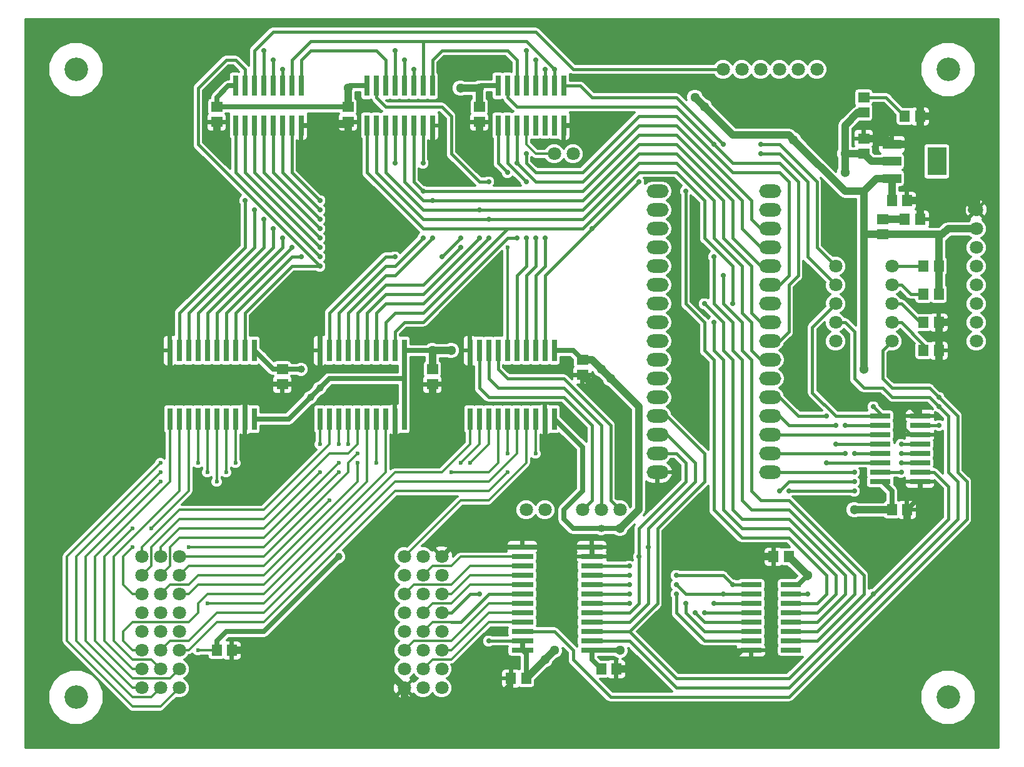
<source format=gtl>
G04 #@! TF.FileFunction,Copper,L1,Top,Signal*
%FSLAX46Y46*%
G04 Gerber Fmt 4.6, Leading zero omitted, Abs format (unit mm)*
G04 Created by KiCad (PCBNEW 4.0.7) date 01/15/20 08:26:41*
%MOMM*%
%LPD*%
G01*
G04 APERTURE LIST*
%ADD10C,0.100000*%
%ADD11R,1.400000X1.500000*%
%ADD12R,1.500000X1.400000*%
%ADD13C,1.800000*%
%ADD14R,0.700000X2.800000*%
%ADD15R,2.800000X0.700000*%
%ADD16O,3.000000X1.800000*%
%ADD17R,0.700000X3.000000*%
%ADD18R,2.500000X1.300000*%
%ADD19R,2.600000X3.850000*%
%ADD20R,3.000000X0.700000*%
%ADD21C,3.200000*%
%ADD22C,1.300000*%
%ADD23C,1.000000*%
%ADD24C,0.600000*%
%ADD25C,0.700000*%
%ADD26C,1.000000*%
%ADD27C,0.700000*%
%ADD28C,0.400000*%
%ADD29C,0.300000*%
G04 APERTURE END LIST*
D10*
D11*
X118110000Y-25400000D03*
X120154700Y-25400000D03*
D12*
X114300000Y-19050000D03*
X114300000Y-17005300D03*
X26670000Y-12700000D03*
X26670000Y-14744700D03*
X44450000Y-12700000D03*
X44450000Y-14744700D03*
X62230000Y-12700000D03*
X62230000Y-14744700D03*
D11*
X104140000Y-73660000D03*
X102095300Y-73660000D03*
X78740000Y-88900000D03*
X80784700Y-88900000D03*
X118110000Y-67310000D03*
X120154700Y-67310000D03*
D12*
X35560000Y-48260000D03*
X35560000Y-50304700D03*
X55880000Y-48260000D03*
X55880000Y-50304700D03*
X76200000Y-46990000D03*
X76200000Y-49034700D03*
D11*
X68580000Y-90170000D03*
X66535300Y-90170000D03*
X26670000Y-86360000D03*
X28714700Y-86360000D03*
X121920000Y-27940000D03*
X119875300Y-27940000D03*
X121920000Y-13970000D03*
X119875300Y-13970000D03*
D13*
X95250000Y-7620000D03*
X97790000Y-7620000D03*
X100330000Y-7620000D03*
X102870000Y-7620000D03*
X105410000Y-7620000D03*
X107950000Y-7620000D03*
X129540000Y-29210000D03*
X129540000Y-26670000D03*
X81280000Y-67310000D03*
X78740000Y-67310000D03*
X76200000Y-67310000D03*
X129540000Y-44450000D03*
X129540000Y-41910000D03*
X129540000Y-39370000D03*
X129540000Y-36830000D03*
X129540000Y-34290000D03*
X129540000Y-31750000D03*
X71120000Y-67310000D03*
X68580000Y-67310000D03*
X72390000Y-19050000D03*
X74930000Y-19050000D03*
D12*
X116840000Y-27940000D03*
X116840000Y-29984700D03*
X114300000Y-11430000D03*
X114300000Y-13474700D03*
D11*
X124460000Y-34290000D03*
X122415300Y-34290000D03*
X124460000Y-38100000D03*
X122415300Y-38100000D03*
X124460000Y-41910000D03*
X122415300Y-41910000D03*
X124460000Y-45720000D03*
X122415300Y-45720000D03*
D13*
X110490000Y-34290000D03*
X110490000Y-36830000D03*
X110490000Y-39370000D03*
X110490000Y-41910000D03*
X110490000Y-44450000D03*
X118110000Y-44450000D03*
X118110000Y-41910000D03*
X118110000Y-39370000D03*
X118110000Y-36830000D03*
X118110000Y-34290000D03*
D14*
X29210000Y-15240000D03*
X30480000Y-15240000D03*
X31750000Y-15240000D03*
X33020000Y-15240000D03*
X34290000Y-15240000D03*
X35560000Y-15240000D03*
X36830000Y-15240000D03*
X36830000Y-9842500D03*
X35560000Y-9842500D03*
X34290000Y-9842500D03*
X33020000Y-9842500D03*
X31750000Y-9842500D03*
X30480000Y-9842500D03*
X29210000Y-9842500D03*
X38100000Y-15240000D03*
X38100000Y-9842500D03*
X46990000Y-15240000D03*
X48260000Y-15240000D03*
X49530000Y-15240000D03*
X50800000Y-15240000D03*
X52070000Y-15240000D03*
X53340000Y-15240000D03*
X54610000Y-15240000D03*
X54610000Y-9842500D03*
X53340000Y-9842500D03*
X52070000Y-9842500D03*
X50800000Y-9842500D03*
X49530000Y-9842500D03*
X48260000Y-9842500D03*
X46990000Y-9842500D03*
X55880000Y-15240000D03*
X55880000Y-9842500D03*
X64770000Y-15240000D03*
X66040000Y-15240000D03*
X67310000Y-15240000D03*
X68580000Y-15240000D03*
X69850000Y-15240000D03*
X71120000Y-15240000D03*
X72390000Y-15240000D03*
X72390000Y-9842500D03*
X71120000Y-9842500D03*
X69850000Y-9842500D03*
X68580000Y-9842500D03*
X67310000Y-9842500D03*
X66040000Y-9842500D03*
X64770000Y-9842500D03*
X73660000Y-15240000D03*
X73660000Y-9842500D03*
D15*
X99060000Y-77470000D03*
X99060000Y-78740000D03*
X99060000Y-80010000D03*
X99060000Y-81280000D03*
X99060000Y-82550000D03*
X99060000Y-83820000D03*
X99060000Y-85090000D03*
X104457500Y-85090000D03*
X104457500Y-83820000D03*
X104457500Y-82550000D03*
X104457500Y-81280000D03*
X104457500Y-80010000D03*
X104457500Y-78740000D03*
X104457500Y-77470000D03*
X99060000Y-86360000D03*
X104457500Y-86360000D03*
D16*
X86360000Y-24130000D03*
X86360000Y-26670000D03*
X86360000Y-29210000D03*
X86360000Y-31750000D03*
X86360000Y-34290000D03*
X86360000Y-36830000D03*
X86360000Y-39370000D03*
X86360000Y-41910000D03*
X86360000Y-44450000D03*
X86360000Y-46990000D03*
X86360000Y-49530000D03*
X86360000Y-52070000D03*
X86360000Y-54610000D03*
X86360000Y-57150000D03*
X86360000Y-59690000D03*
X86360000Y-62230000D03*
X101600000Y-62230000D03*
X101600000Y-59690000D03*
X101600000Y-57150000D03*
X101600000Y-54610000D03*
X101600000Y-52070000D03*
X101600000Y-49530000D03*
X101600000Y-46990000D03*
X101600000Y-44450000D03*
X101600000Y-41910000D03*
X101600000Y-39370000D03*
X101600000Y-36830000D03*
X101600000Y-34290000D03*
X101600000Y-31750000D03*
X101600000Y-29210000D03*
X101600000Y-26670000D03*
X101600000Y-24130000D03*
D17*
X31750000Y-45720000D03*
X30480000Y-45720000D03*
X29210000Y-45720000D03*
X27940000Y-45720000D03*
X26670000Y-45720000D03*
X25400000Y-45720000D03*
X24130000Y-45720000D03*
X22860000Y-45720000D03*
X21590000Y-45720000D03*
X20320000Y-45720000D03*
X20320000Y-55016400D03*
X21590000Y-55016400D03*
X22860000Y-55016400D03*
X24130000Y-55016400D03*
X25400000Y-55016400D03*
X26670000Y-55016400D03*
X27940000Y-55016400D03*
X29210000Y-55016400D03*
X30480000Y-55016400D03*
X31750000Y-55016400D03*
X52070000Y-45720000D03*
X50800000Y-45720000D03*
X49530000Y-45720000D03*
X48260000Y-45720000D03*
X46990000Y-45720000D03*
X45720000Y-45720000D03*
X44450000Y-45720000D03*
X43180000Y-45720000D03*
X41910000Y-45720000D03*
X40640000Y-45720000D03*
X40640000Y-55016400D03*
X41910000Y-55016400D03*
X43180000Y-55016400D03*
X44450000Y-55016400D03*
X45720000Y-55016400D03*
X46990000Y-55016400D03*
X48260000Y-55016400D03*
X49530000Y-55016400D03*
X50800000Y-55016400D03*
X52070000Y-55016400D03*
X72390000Y-45720000D03*
X71120000Y-45720000D03*
X69850000Y-45720000D03*
X68580000Y-45720000D03*
X67310000Y-45720000D03*
X66040000Y-45720000D03*
X64770000Y-45720000D03*
X63500000Y-45720000D03*
X62230000Y-45720000D03*
X60960000Y-45720000D03*
X60960000Y-55016400D03*
X62230000Y-55016400D03*
X63500000Y-55016400D03*
X64770000Y-55016400D03*
X66040000Y-55016400D03*
X67310000Y-55016400D03*
X68580000Y-55016400D03*
X69850000Y-55016400D03*
X71120000Y-55016400D03*
X72390000Y-55016400D03*
D18*
X118110000Y-17780000D03*
X118110000Y-20078700D03*
X118110000Y-22377400D03*
D19*
X124206000Y-20078700D03*
D15*
X121920000Y-63500000D03*
X121920000Y-62230000D03*
X121920000Y-60960000D03*
X121920000Y-59690000D03*
X121920000Y-58420000D03*
X121920000Y-57150000D03*
X121920000Y-55880000D03*
X116522500Y-55880000D03*
X116522500Y-57150000D03*
X116522500Y-58420000D03*
X116522500Y-59690000D03*
X116522500Y-60960000D03*
X116522500Y-62230000D03*
X116522500Y-63500000D03*
X121920000Y-54610000D03*
X116522500Y-54610000D03*
D13*
X21590000Y-73660000D03*
X19050000Y-73660000D03*
X16510000Y-73660000D03*
X21590000Y-76200000D03*
X19050000Y-76200000D03*
X16510000Y-76200000D03*
X21590000Y-78740000D03*
X19050000Y-78740000D03*
X16510000Y-78740000D03*
X21590000Y-81280000D03*
X19050000Y-81280000D03*
X16510000Y-81280000D03*
X21590000Y-83820000D03*
X19050000Y-83820000D03*
X16510000Y-83820000D03*
X21590000Y-86360000D03*
X19050000Y-86360000D03*
X16510000Y-86360000D03*
X21590000Y-88900000D03*
X19050000Y-88900000D03*
X16510000Y-88900000D03*
X21590000Y-91440000D03*
X19050000Y-91440000D03*
X16510000Y-91440000D03*
X57150000Y-91440000D03*
X54610000Y-91440000D03*
X52070000Y-91440000D03*
X57150000Y-88900000D03*
X54610000Y-88900000D03*
X52070000Y-88900000D03*
X57150000Y-86360000D03*
X54610000Y-86360000D03*
X52070000Y-86360000D03*
X57150000Y-83820000D03*
X54610000Y-83820000D03*
X52070000Y-83820000D03*
X57150000Y-81280000D03*
X54610000Y-81280000D03*
X52070000Y-81280000D03*
X57150000Y-78740000D03*
X54610000Y-78740000D03*
X52070000Y-78740000D03*
X57150000Y-76200000D03*
X54610000Y-76200000D03*
X52070000Y-76200000D03*
X57150000Y-73660000D03*
X54610000Y-73660000D03*
X52070000Y-73660000D03*
D20*
X77470000Y-86360000D03*
X77470000Y-85090000D03*
X77470000Y-83820000D03*
X77470000Y-82550000D03*
X77470000Y-81280000D03*
X77470000Y-80010000D03*
X77470000Y-78740000D03*
X77470000Y-77470000D03*
X77470000Y-76200000D03*
X77470000Y-74930000D03*
X77470000Y-73660000D03*
X77470000Y-72390000D03*
X68072000Y-72390000D03*
X68072000Y-73660000D03*
X68072000Y-74930000D03*
X68072000Y-76200000D03*
X68072000Y-77470000D03*
X68072000Y-78740000D03*
X68072000Y-80010000D03*
X68072000Y-81280000D03*
X68072000Y-82550000D03*
X68072000Y-83820000D03*
X68072000Y-85090000D03*
X68072000Y-86360000D03*
D21*
X7620000Y-92710000D03*
X7620000Y-7620000D03*
X125730000Y-7620000D03*
X125730000Y-92710000D03*
D22*
X114300000Y-48260000D03*
X59690000Y-10160000D03*
X92710000Y-12700000D03*
X106680000Y-76200000D03*
X81280000Y-86360000D03*
X113030000Y-67310000D03*
X104775000Y-17145000D03*
X44450000Y-10160000D03*
X62230000Y-10160000D03*
X91440000Y-11430000D03*
X91440000Y-67310000D03*
X68580000Y-63500000D03*
X69850000Y-62230000D03*
D23*
X109220000Y-24130000D03*
X109220000Y-30480000D03*
X107950000Y-36830000D03*
X109220000Y-17780000D03*
X105410000Y-49530000D03*
X127000000Y-31750000D03*
X36830000Y-57150000D03*
X33020000Y-60960000D03*
X38100000Y-44450000D03*
X33020000Y-41910000D03*
X36830000Y-38100000D03*
X24130000Y-66040000D03*
X29210000Y-64770000D03*
X129540000Y-55880000D03*
X91440000Y-54610000D03*
X91440000Y-46990000D03*
X91440000Y-29210000D03*
X91440000Y-38100000D03*
X8890000Y-15240000D03*
X6350000Y-54610000D03*
X8890000Y-43180000D03*
X12700000Y-60960000D03*
X13970000Y-49530000D03*
X16510000Y-40640000D03*
X27940000Y-30480000D03*
X21590000Y-34290000D03*
X17780000Y-55880000D03*
X8890000Y-67310000D03*
X6350000Y-30480000D03*
X21590000Y-26670000D03*
X25400000Y-21590000D03*
X99060000Y-96520000D03*
X87630000Y-96520000D03*
X77470000Y-96520000D03*
X67310000Y-96520000D03*
X19050000Y-96520000D03*
X35560000Y-96520000D03*
X49530000Y-96520000D03*
X58420000Y-96520000D03*
X113030000Y-96520000D03*
X129540000Y-12700000D03*
X27940000Y-3810000D03*
X19050000Y-5080000D03*
X22860000Y-10160000D03*
X17780000Y-15240000D03*
X120650000Y-3810000D03*
X113030000Y-6350000D03*
X105410000Y-3810000D03*
X106680000Y-12700000D03*
X72390000Y-81280000D03*
X72390000Y-74930000D03*
X92710000Y-8890000D03*
X77470000Y-8890000D03*
X92710000Y-6350000D03*
X77470000Y-6350000D03*
X39370000Y-21590000D03*
X48260000Y-27940000D03*
X55880000Y-60960000D03*
X52070000Y-60960000D03*
X44450000Y-88900000D03*
X39370000Y-91440000D03*
X31750000Y-88900000D03*
X25400000Y-91440000D03*
X46990000Y-73660000D03*
X53340000Y-67310000D03*
X45720000Y-82550000D03*
X38100000Y-82550000D03*
X118110000Y-92710000D03*
X107950000Y-92710000D03*
X114300000Y-86360000D03*
X123190000Y-86360000D03*
X129540000Y-86360000D03*
X129540000Y-78740000D03*
X120650000Y-78740000D03*
X41910000Y-78740000D03*
X41910000Y-85090000D03*
D22*
X81280000Y-59690000D03*
X57150000Y-55880000D03*
X40640000Y-36830000D03*
X44450000Y-21590000D03*
X26670000Y-17780000D03*
X27940000Y-19050000D03*
X77470000Y-15240000D03*
X80010000Y-15240000D03*
X60960000Y-19050000D03*
X57150000Y-20320000D03*
X97790000Y-12700000D03*
X97790000Y-10160000D03*
X62230000Y-92710000D03*
X97790000Y-73660000D03*
X100330000Y-73660000D03*
X95250000Y-88900000D03*
X107950000Y-67310000D03*
X96520000Y-87630000D03*
X118110000Y-71120000D03*
X124460000Y-74930000D03*
X125730000Y-73660000D03*
X120650000Y-71120000D03*
X58420000Y-57150000D03*
X40640000Y-39370000D03*
X81280000Y-62230000D03*
X106680000Y-66040000D03*
X64770000Y-92710000D03*
X83820000Y-90170000D03*
X119380000Y-49530000D03*
X121920000Y-49530000D03*
D23*
X113030000Y-52070000D03*
X111760000Y-53340000D03*
D22*
X44450000Y-19050000D03*
X55880000Y-19050000D03*
X62230000Y-17780000D03*
X111760000Y-19050000D03*
D23*
X38100000Y-48260000D03*
D22*
X55880000Y-45720000D03*
X58420000Y-45720000D03*
D23*
X40640000Y-50800000D03*
X39370000Y-52070000D03*
X43180000Y-73660000D03*
D22*
X80010000Y-49530000D03*
X71120000Y-87630000D03*
D23*
X78740000Y-69850000D03*
D22*
X111760000Y-21590000D03*
D24*
X24130000Y-86360000D03*
D22*
X78740000Y-48260000D03*
X81280000Y-69850000D03*
D25*
X63500000Y-85090000D03*
X62230000Y-78740000D03*
D22*
X72390000Y-86360000D03*
D25*
X93980000Y-33020000D03*
X71120000Y-7620000D03*
X53340000Y-7620000D03*
X35560000Y-7620000D03*
X95250000Y-35560000D03*
X72390000Y-7620000D03*
X92710000Y-39370000D03*
X69850000Y-6350000D03*
X34290000Y-6350000D03*
X52070000Y-6350000D03*
X100330000Y-17780000D03*
X68580000Y-5080000D03*
X50800000Y-5080000D03*
X33020000Y-5080000D03*
X100330000Y-19050000D03*
X93980000Y-41910000D03*
X119380000Y-62230000D03*
X124460000Y-55880000D03*
X115570000Y-53340000D03*
X124460000Y-53340000D03*
X124460000Y-52070000D03*
X113030000Y-59690000D03*
X38100000Y-33020000D03*
X40640000Y-33020000D03*
X36830000Y-31750000D03*
X40640000Y-31750000D03*
X35560000Y-30480000D03*
X40640000Y-30480000D03*
X34290000Y-29210000D03*
X40640000Y-29210000D03*
X33020000Y-27940000D03*
X40640000Y-27940000D03*
X31750000Y-26670000D03*
X40640000Y-26670000D03*
X30480000Y-25400000D03*
X40640000Y-25400000D03*
X40640000Y-34290000D03*
X96520000Y-39370000D03*
X63500000Y-30480000D03*
X63500000Y-27940000D03*
X62230000Y-26670000D03*
X62230000Y-30480000D03*
X59690000Y-31750000D03*
X50800000Y-20320000D03*
X55880000Y-25400000D03*
X55880000Y-30480000D03*
X54610000Y-24130000D03*
X54610000Y-30480000D03*
X50800000Y-33020000D03*
X59690000Y-30480000D03*
X57150000Y-33020000D03*
X54610000Y-20320000D03*
X67310000Y-30480000D03*
X68580000Y-19050000D03*
X63500000Y-22860000D03*
X71120000Y-30480000D03*
X66040000Y-21590000D03*
X69850000Y-30480000D03*
X68580000Y-22860000D03*
X68580000Y-30480000D03*
X67310000Y-20320000D03*
X93980000Y-17780000D03*
X77470000Y-29210000D03*
X83820000Y-22860000D03*
X95250000Y-17780000D03*
X90170000Y-24130000D03*
X88900000Y-76200000D03*
X85090000Y-72390000D03*
X113030000Y-64770000D03*
X104140000Y-64770000D03*
X96520000Y-77470000D03*
X119380000Y-60960000D03*
X88900000Y-77470000D03*
X83820000Y-73660000D03*
X113030000Y-63500000D03*
X102870000Y-64770000D03*
X95250000Y-78740000D03*
X119380000Y-59690000D03*
X82550000Y-80010000D03*
X119380000Y-58420000D03*
X113030000Y-62230000D03*
X93980000Y-80010000D03*
X82550000Y-78740000D03*
X111760000Y-55880000D03*
X111760000Y-59690000D03*
X92710000Y-81280000D03*
X82550000Y-77470000D03*
X91440000Y-81280000D03*
X82550000Y-76200000D03*
X110490000Y-55880000D03*
X110490000Y-58420000D03*
X90170000Y-80010000D03*
X88900000Y-78740000D03*
X82550000Y-74930000D03*
X109220000Y-60960000D03*
X109220000Y-54610000D03*
X115570000Y-78740000D03*
X106680000Y-78740000D03*
D24*
X15240000Y-69850000D03*
X17780000Y-69850000D03*
X24130000Y-60960000D03*
X19050000Y-60960000D03*
X25400000Y-62230000D03*
X19050000Y-62230000D03*
X26670000Y-63500000D03*
X19050000Y-63500000D03*
X27940000Y-62230000D03*
X29210000Y-60960000D03*
X40640000Y-58420000D03*
X40640000Y-62230000D03*
X43180000Y-58420000D03*
X41910000Y-66040000D03*
X43180000Y-60960000D03*
X44450000Y-58420000D03*
X45720000Y-60960000D03*
X48260000Y-60960000D03*
X25400000Y-80010000D03*
X59690000Y-60960000D03*
X60960000Y-60960000D03*
X43180000Y-62230000D03*
X58420000Y-62230000D03*
X15240000Y-72390000D03*
X22860000Y-72390000D03*
X66040000Y-59690000D03*
X66040000Y-62230000D03*
X69850000Y-59690000D03*
X45720000Y-59690000D03*
X66040000Y-31750000D03*
D26*
X124460000Y-34290000D02*
X124460000Y-29984700D01*
X124460000Y-29984700D02*
X124460000Y-30480000D01*
X124460000Y-30480000D02*
X124460000Y-29984700D01*
X124460000Y-38100000D02*
X124460000Y-34290000D01*
X114300000Y-46990000D02*
X114300000Y-48260000D01*
X114300000Y-46990000D02*
X114300000Y-30480000D01*
X116840000Y-29984700D02*
X114300000Y-29984700D01*
X114300000Y-29984700D02*
X114300000Y-30480000D01*
X114300000Y-30480000D02*
X114300000Y-24130000D01*
X116840000Y-29984700D02*
X124460000Y-29984700D01*
X124460000Y-29984700D02*
X124955300Y-29984700D01*
X124955300Y-29984700D02*
X125730000Y-29210000D01*
X125730000Y-29210000D02*
X127000000Y-29210000D01*
X118110000Y-25400000D02*
X118110000Y-22377400D01*
X126365000Y-29210000D02*
X127000000Y-29210000D01*
X127000000Y-29210000D02*
X129540000Y-29210000D01*
X62230000Y-10160000D02*
X59690000Y-10160000D01*
D27*
X26670000Y-12700000D02*
X26670000Y-11430000D01*
X28257500Y-9842500D02*
X29210000Y-9842500D01*
X26670000Y-11430000D02*
X28257500Y-9842500D01*
X44450000Y-12700000D02*
X26670000Y-12700000D01*
D26*
X104140000Y-73660000D02*
X106680000Y-76200000D01*
D27*
X77470000Y-86360000D02*
X81280000Y-86360000D01*
X104457500Y-77470000D02*
X105410000Y-77470000D01*
X105410000Y-77470000D02*
X106680000Y-76200000D01*
D26*
X118110000Y-67310000D02*
X113030000Y-67310000D01*
D27*
X77470000Y-86360000D02*
X77470000Y-87630000D01*
X77470000Y-87630000D02*
X78740000Y-88900000D01*
X106680000Y-76200000D02*
X106680000Y-76517500D01*
X116522500Y-63500000D02*
X116840000Y-63500000D01*
X116840000Y-63500000D02*
X118110000Y-64770000D01*
X118110000Y-64770000D02*
X118110000Y-67310000D01*
D26*
X129540000Y-29210000D02*
X128905000Y-29210000D01*
D27*
X46990000Y-9842500D02*
X44767500Y-9842500D01*
X44767500Y-9842500D02*
X44450000Y-10160000D01*
D26*
X44450000Y-10160000D02*
X44450000Y-12700000D01*
D27*
X64770000Y-9842500D02*
X62547500Y-9842500D01*
X62547500Y-9842500D02*
X62230000Y-10160000D01*
D26*
X62230000Y-12700000D02*
X62230000Y-10160000D01*
X104140000Y-16510000D02*
X96520000Y-16510000D01*
X111760000Y-24130000D02*
X104775000Y-17145000D01*
X114300000Y-24130000D02*
X111760000Y-24130000D01*
X104775000Y-17145000D02*
X104140000Y-16510000D01*
X96520000Y-16510000D02*
X92710000Y-12700000D01*
X92710000Y-12700000D02*
X91440000Y-11430000D01*
X118110000Y-22377400D02*
X116052600Y-22377400D01*
X116052600Y-22377400D02*
X114300000Y-24130000D01*
X88900000Y-73660000D02*
X88900000Y-69850000D01*
X88900000Y-69850000D02*
X91440000Y-67310000D01*
D27*
X58420000Y-93980000D02*
X60960000Y-93980000D01*
D26*
X53340000Y-93980000D02*
X57150000Y-93980000D01*
X52070000Y-91440000D02*
X52070000Y-92710000D01*
X53340000Y-93980000D02*
X52070000Y-92710000D01*
X57150000Y-93980000D02*
X58420000Y-93980000D01*
D27*
X60960000Y-93980000D02*
X62230000Y-92710000D01*
X66535300Y-90170000D02*
X66535300Y-90944700D01*
X66535300Y-90944700D02*
X64770000Y-92710000D01*
X68580000Y-63500000D02*
X64770000Y-67310000D01*
X64770000Y-67310000D02*
X64770000Y-72390000D01*
X71120000Y-57150000D02*
X71120000Y-60960000D01*
X71120000Y-55016400D02*
X71120000Y-57150000D01*
X71120000Y-60960000D02*
X69850000Y-62230000D01*
X68580000Y-63500000D02*
X69850000Y-62230000D01*
D26*
X124460000Y-49530000D02*
X124460000Y-45720000D01*
D27*
X106680000Y-40640000D02*
X107950000Y-39370000D01*
X105410000Y-49530000D02*
X105410000Y-41910000D01*
X109220000Y-24130000D02*
X109220000Y-30480000D01*
X105410000Y-49530000D02*
X105410000Y-49530000D01*
X105410000Y-41910000D02*
X106680000Y-40640000D01*
X107950000Y-39370000D02*
X107950000Y-36830000D01*
D26*
X124460000Y-45720000D02*
X124460000Y-41910000D01*
X127000000Y-39370000D02*
X127000000Y-40640000D01*
X127000000Y-31750000D02*
X127000000Y-39370000D01*
X125730000Y-41910000D02*
X124460000Y-41910000D01*
X127000000Y-40640000D02*
X125730000Y-41910000D01*
X121920000Y-25400000D02*
X128270000Y-25400000D01*
X128270000Y-25400000D02*
X129540000Y-26670000D01*
X120154700Y-25400000D02*
X121920000Y-25400000D01*
X121920000Y-25400000D02*
X121920000Y-27940000D01*
D27*
X33020000Y-60960000D02*
X29210000Y-64770000D01*
X36830000Y-57150000D02*
X33020000Y-60960000D01*
X36830000Y-38100000D02*
X33020000Y-41910000D01*
X128270000Y-55880000D02*
X129540000Y-55880000D01*
X91440000Y-54610000D02*
X91440000Y-46990000D01*
X91440000Y-38100000D02*
X91440000Y-29210000D01*
X25400000Y-33020000D02*
X22860000Y-33020000D01*
X27940000Y-30480000D02*
X25400000Y-33020000D01*
X22860000Y-33020000D02*
X21590000Y-34290000D01*
X13970000Y-43180000D02*
X13970000Y-48260000D01*
X16510000Y-40640000D02*
X13970000Y-43180000D01*
X13970000Y-48260000D02*
X13970000Y-49530000D01*
X13970000Y-59690000D02*
X12700000Y-59690000D01*
X17780000Y-55880000D02*
X13970000Y-59690000D01*
X12700000Y-59690000D02*
X12700000Y-60960000D01*
X25400000Y-21590000D02*
X21590000Y-25400000D01*
X21590000Y-26670000D02*
X21590000Y-25400000D01*
X104140000Y-96520000D02*
X99060000Y-96520000D01*
X87630000Y-96520000D02*
X85090000Y-96520000D01*
X85090000Y-96520000D02*
X77470000Y-96520000D01*
X35560000Y-96520000D02*
X19050000Y-96520000D01*
X58420000Y-96520000D02*
X49530000Y-96520000D01*
X104140000Y-96520000D02*
X113030000Y-96520000D01*
X106680000Y-93980000D02*
X104140000Y-96520000D01*
X106680000Y-93980000D02*
X107950000Y-92710000D01*
D26*
X121920000Y-13970000D02*
X125730000Y-13970000D01*
X125730000Y-13970000D02*
X127000000Y-15240000D01*
X120650000Y-11430000D02*
X121920000Y-12700000D01*
X120650000Y-11430000D02*
X119380000Y-10160000D01*
X119380000Y-10160000D02*
X116840000Y-10160000D01*
X116840000Y-10160000D02*
X115570000Y-8890000D01*
X115570000Y-8890000D02*
X113030000Y-8890000D01*
X111760000Y-10160000D02*
X113030000Y-8890000D01*
X110490000Y-10160000D02*
X111760000Y-10160000D01*
X121920000Y-12700000D02*
X121920000Y-13970000D01*
X120015000Y-17780000D02*
X120650000Y-17780000D01*
X120650000Y-17780000D02*
X121920000Y-16510000D01*
X121920000Y-16510000D02*
X121920000Y-13970000D01*
X118110000Y-17780000D02*
X120015000Y-17780000D01*
D27*
X127000000Y-15240000D02*
X129540000Y-12700000D01*
X110490000Y-6350000D02*
X113030000Y-6350000D01*
X110490000Y-10160000D02*
X110490000Y-6350000D01*
X110490000Y-6350000D02*
X110490000Y-5080000D01*
X109220000Y-3810000D02*
X105410000Y-3810000D01*
X110490000Y-5080000D02*
X109220000Y-3810000D01*
X109220000Y-17780000D02*
X109220000Y-15240000D01*
X109220000Y-15240000D02*
X106680000Y-12700000D01*
X109220000Y-17780000D02*
X109220000Y-11430000D01*
X110490000Y-10160000D02*
X109220000Y-11430000D01*
X72390000Y-72390000D02*
X72390000Y-74930000D01*
X93980000Y-10160000D02*
X92710000Y-8890000D01*
X97790000Y-10160000D02*
X93980000Y-10160000D01*
X77470000Y-6350000D02*
X92710000Y-6350000D01*
X44450000Y-27940000D02*
X48260000Y-27940000D01*
X52070000Y-60960000D02*
X55880000Y-60960000D01*
X55880000Y-60960000D02*
X55880000Y-58420000D01*
X39370000Y-91440000D02*
X41910000Y-91440000D01*
X31750000Y-88900000D02*
X34290000Y-91440000D01*
X39370000Y-91440000D02*
X34290000Y-91440000D01*
X41910000Y-91440000D02*
X44450000Y-88900000D01*
X25400000Y-91440000D02*
X29210000Y-91440000D01*
X29210000Y-91440000D02*
X31750000Y-88900000D01*
X45720000Y-82550000D02*
X44450000Y-82550000D01*
X45720000Y-74930000D02*
X46990000Y-73660000D01*
X45720000Y-82550000D02*
X45720000Y-74930000D01*
X44450000Y-82550000D02*
X41910000Y-85090000D01*
X38100000Y-82550000D02*
X39370000Y-82550000D01*
X39370000Y-82550000D02*
X41910000Y-85090000D01*
X114300000Y-86360000D02*
X107950000Y-92710000D01*
X129540000Y-78740000D02*
X129540000Y-86360000D01*
X31750000Y-86360000D02*
X31750000Y-88900000D01*
X41910000Y-86360000D02*
X41910000Y-85090000D01*
X38100000Y-15240000D02*
X43954700Y-15240000D01*
X43954700Y-15240000D02*
X44450000Y-14744700D01*
X35560000Y-50304700D02*
X28714700Y-50304700D01*
X28714700Y-50304700D02*
X30480000Y-50304700D01*
X28714700Y-50304700D02*
X30480000Y-50304700D01*
X30480000Y-50304700D02*
X30480000Y-52070000D01*
X20320000Y-45720000D02*
X20320000Y-48260000D01*
X22364700Y-50304700D02*
X28714700Y-50304700D01*
X22364700Y-50304700D02*
X20320000Y-48260000D01*
X30480000Y-52070000D02*
X30480000Y-55016400D01*
X35560000Y-50304700D02*
X38595300Y-50304700D01*
X38595300Y-50304700D02*
X40640000Y-48260000D01*
X40640000Y-48260000D02*
X40640000Y-45720000D01*
D26*
X55880000Y-50304700D02*
X55880000Y-54610000D01*
X55880000Y-54610000D02*
X57150000Y-55880000D01*
D27*
X55880000Y-50304700D02*
X58915300Y-50304700D01*
X60960000Y-48260000D02*
X60960000Y-45720000D01*
X58915300Y-50304700D02*
X60960000Y-48260000D01*
D26*
X26670000Y-17780000D02*
X26670000Y-14744700D01*
X27940000Y-19050000D02*
X26670000Y-17780000D01*
X77470000Y-15240000D02*
X80010000Y-15240000D01*
X62230000Y-17780000D02*
X60960000Y-19050000D01*
X55880000Y-19050000D02*
X57150000Y-20320000D01*
X97790000Y-10160000D02*
X97790000Y-12700000D01*
X97790000Y-10160000D02*
X101600000Y-10160000D01*
X101600000Y-10160000D02*
X110490000Y-10160000D01*
D27*
X73660000Y-15240000D02*
X77470000Y-15240000D01*
D26*
X64770000Y-92710000D02*
X62230000Y-92710000D01*
X100330000Y-73660000D02*
X102095300Y-73660000D01*
X96520000Y-87630000D02*
X95250000Y-88900000D01*
D27*
X99060000Y-86360000D02*
X97790000Y-86360000D01*
X97790000Y-86360000D02*
X96520000Y-87630000D01*
D26*
X100330000Y-73660000D02*
X97790000Y-73660000D01*
X97790000Y-73660000D02*
X88900000Y-73660000D01*
X88900000Y-73660000D02*
X87630000Y-74930000D01*
X87630000Y-74930000D02*
X87630000Y-82550000D01*
X87630000Y-82550000D02*
X87630000Y-85090000D01*
X96520000Y-87630000D02*
X90170000Y-87630000D01*
X87630000Y-85090000D02*
X90170000Y-87630000D01*
X125730000Y-73660000D02*
X124460000Y-74930000D01*
X127000000Y-72390000D02*
X125730000Y-73660000D01*
X129540000Y-67310000D02*
X129540000Y-69850000D01*
X124460000Y-49530000D02*
X128270000Y-53340000D01*
X128270000Y-53340000D02*
X128270000Y-55880000D01*
X128270000Y-55880000D02*
X128270000Y-59690000D01*
X124460000Y-49530000D02*
X121920000Y-49530000D01*
X129540000Y-62230000D02*
X129540000Y-67310000D01*
X128270000Y-60960000D02*
X129540000Y-62230000D01*
X128270000Y-59690000D02*
X128270000Y-60960000D01*
X129540000Y-69850000D02*
X127000000Y-72390000D01*
X28714700Y-86360000D02*
X31750000Y-86360000D01*
X31750000Y-86360000D02*
X41910000Y-86360000D01*
X41910000Y-86360000D02*
X46990000Y-86360000D01*
X46990000Y-86360000D02*
X52070000Y-91440000D01*
X57150000Y-55880000D02*
X58420000Y-57150000D01*
D27*
X50800000Y-55016400D02*
X50800000Y-57150000D01*
X50800000Y-57150000D02*
X52070000Y-58420000D01*
X52070000Y-58420000D02*
X54610000Y-58420000D01*
X54610000Y-58420000D02*
X55880000Y-58420000D01*
X55880000Y-58420000D02*
X57150000Y-58420000D01*
X57150000Y-58420000D02*
X58420000Y-57150000D01*
X40640000Y-45720000D02*
X40640000Y-39370000D01*
X40640000Y-39370000D02*
X40640000Y-39370000D01*
D26*
X81280000Y-54114700D02*
X76200000Y-49034700D01*
X81280000Y-62230000D02*
X81280000Y-59690000D01*
X81280000Y-59690000D02*
X81280000Y-57150000D01*
X81280000Y-57150000D02*
X81280000Y-54114700D01*
X111760000Y-71120000D02*
X107950000Y-67310000D01*
X107950000Y-67310000D02*
X106680000Y-66040000D01*
X120650000Y-71120000D02*
X118110000Y-71120000D01*
X118110000Y-71120000D02*
X111760000Y-71120000D01*
D27*
X68072000Y-72390000D02*
X64770000Y-72390000D01*
X64770000Y-72390000D02*
X63500000Y-72390000D01*
X58420000Y-72390000D02*
X57150000Y-73660000D01*
X63500000Y-72390000D02*
X58420000Y-72390000D01*
X77470000Y-72390000D02*
X77470000Y-73660000D01*
X68072000Y-72390000D02*
X72390000Y-72390000D01*
X72390000Y-72390000D02*
X77470000Y-72390000D01*
D26*
X64770000Y-92710000D02*
X64770000Y-92710000D01*
X44450000Y-33020000D02*
X40640000Y-36830000D01*
X44450000Y-33020000D02*
X44450000Y-27940000D01*
X44450000Y-27940000D02*
X44450000Y-21590000D01*
X44450000Y-21590000D02*
X44450000Y-19050000D01*
X40640000Y-39370000D02*
X40640000Y-36830000D01*
X80784700Y-88900000D02*
X82550000Y-88900000D01*
X83820000Y-90170000D02*
X82550000Y-88900000D01*
X100330000Y-73660000D02*
X100330000Y-73660000D01*
X100330000Y-73660000D02*
X100825300Y-73660000D01*
D27*
X121920000Y-63500000D02*
X121920000Y-65544700D01*
X121920000Y-65544700D02*
X120154700Y-67310000D01*
D26*
X120154700Y-70624700D02*
X120154700Y-67310000D01*
D27*
X120650000Y-71120000D02*
X120154700Y-70624700D01*
X121920000Y-49530000D02*
X119380000Y-49530000D01*
D28*
X121920000Y-57150000D02*
X120650000Y-57150000D01*
X120650000Y-57150000D02*
X119380000Y-55880000D01*
X119380000Y-55880000D02*
X119380000Y-53340000D01*
D27*
X111760000Y-53340000D02*
X113030000Y-52070000D01*
X120650000Y-53340000D02*
X121920000Y-54610000D01*
X118110000Y-53340000D02*
X119380000Y-53340000D01*
X119380000Y-53340000D02*
X120650000Y-53340000D01*
X116840000Y-52070000D02*
X118110000Y-53340000D01*
X115570000Y-52070000D02*
X116840000Y-52070000D01*
X113030000Y-52070000D02*
X115570000Y-52070000D01*
D26*
X129540000Y-26670000D02*
X129540000Y-17780000D01*
X129540000Y-17780000D02*
X127000000Y-15240000D01*
X129540000Y-26670000D02*
X128905000Y-26670000D01*
X44450000Y-19050000D02*
X44450000Y-14744700D01*
D27*
X55880000Y-15240000D02*
X55880000Y-19050000D01*
D26*
X62230000Y-17780000D02*
X62230000Y-14744700D01*
X114300000Y-17005300D02*
X117335300Y-17005300D01*
X117335300Y-17005300D02*
X118110000Y-17780000D01*
D27*
X38100000Y-48260000D02*
X35560000Y-48260000D01*
X32613600Y-55016400D02*
X36423600Y-55016400D01*
X36423600Y-55016400D02*
X39370000Y-52070000D01*
X31750000Y-55016400D02*
X32613600Y-55016400D01*
X33020000Y-46990000D02*
X34290000Y-48260000D01*
X34290000Y-48260000D02*
X35560000Y-48260000D01*
X31750000Y-45720000D02*
X33020000Y-46990000D01*
X52070000Y-49530000D02*
X50800000Y-49530000D01*
X41910000Y-49530000D02*
X50800000Y-49530000D01*
X41910000Y-49530000D02*
X40640000Y-50800000D01*
X52070000Y-45720000D02*
X55880000Y-45720000D01*
D26*
X58420000Y-45720000D02*
X55880000Y-45720000D01*
X55880000Y-45720000D02*
X55880000Y-48260000D01*
D27*
X30480000Y-83820000D02*
X27940000Y-83820000D01*
X27940000Y-83820000D02*
X26670000Y-85090000D01*
X26670000Y-85090000D02*
X26670000Y-86360000D01*
X33020000Y-83820000D02*
X30480000Y-83820000D01*
X43180000Y-73660000D02*
X33020000Y-83820000D01*
X39370000Y-52070000D02*
X40640000Y-50800000D01*
D26*
X111760000Y-19050000D02*
X111760000Y-21590000D01*
X111760000Y-19050000D02*
X113030000Y-19050000D01*
X113030000Y-19050000D02*
X114300000Y-19050000D01*
X114300000Y-13474700D02*
X113525300Y-13474700D01*
X111760000Y-17780000D02*
X111760000Y-19050000D01*
X111760000Y-17780000D02*
X111760000Y-15240000D01*
X111760000Y-15240000D02*
X113525300Y-13474700D01*
D29*
X24130000Y-86360000D02*
X26670000Y-86360000D01*
D27*
X52070000Y-55016400D02*
X52070000Y-49530000D01*
X52070000Y-49530000D02*
X52070000Y-48260000D01*
X52070000Y-48260000D02*
X52070000Y-45720000D01*
D26*
X81280000Y-69850000D02*
X83820000Y-67310000D01*
D27*
X81280000Y-69850000D02*
X78740000Y-69850000D01*
X78740000Y-69850000D02*
X74930000Y-69850000D01*
X76200000Y-58826400D02*
X72390000Y-55016400D01*
X76200000Y-64770000D02*
X76200000Y-58826400D01*
X73660000Y-67310000D02*
X76200000Y-64770000D01*
X73660000Y-68580000D02*
X73660000Y-67310000D01*
X74930000Y-69850000D02*
X73660000Y-68580000D01*
X72390000Y-45720000D02*
X74930000Y-45720000D01*
X74930000Y-45720000D02*
X76200000Y-46990000D01*
D26*
X77470000Y-46990000D02*
X76200000Y-46990000D01*
X78740000Y-48260000D02*
X77470000Y-46990000D01*
X83820000Y-67310000D02*
X83820000Y-62230000D01*
X83820000Y-62230000D02*
X83820000Y-53340000D01*
X83820000Y-53340000D02*
X80010000Y-49530000D01*
X80010000Y-49530000D02*
X78740000Y-48260000D01*
D28*
X60960000Y-78740000D02*
X62230000Y-78740000D01*
X58420000Y-81280000D02*
X60960000Y-78740000D01*
X57150000Y-81280000D02*
X58420000Y-81280000D01*
X63500000Y-85090000D02*
X68072000Y-85090000D01*
D27*
X68580000Y-90170000D02*
X68580000Y-86868000D01*
X68580000Y-86868000D02*
X68072000Y-86360000D01*
X68072000Y-86360000D02*
X68072000Y-85090000D01*
D26*
X72390000Y-86360000D02*
X71120000Y-87630000D01*
X71120000Y-87630000D02*
X68580000Y-90170000D01*
X118110000Y-20078700D02*
X115328700Y-20078700D01*
X115328700Y-20078700D02*
X114300000Y-19050000D01*
X116840000Y-27940000D02*
X119875300Y-27940000D01*
D28*
X114300000Y-11430000D02*
X117335300Y-11430000D01*
X117335300Y-11430000D02*
X119875300Y-13970000D01*
X71120000Y-3810000D02*
X74930000Y-7620000D01*
X71120000Y-3810000D02*
X69850000Y-2540000D01*
X31750000Y-9842500D02*
X31750000Y-5080000D01*
X68580000Y-2540000D02*
X69850000Y-2540000D01*
X34290000Y-2540000D02*
X68580000Y-2540000D01*
X31750000Y-5080000D02*
X34290000Y-2540000D01*
X74930000Y-7620000D02*
X95250000Y-7620000D01*
X93980000Y-34290000D02*
X93980000Y-33020000D01*
X97790000Y-46990000D02*
X96520000Y-45720000D01*
X96520000Y-45720000D02*
X96520000Y-41910000D01*
X96520000Y-41910000D02*
X93980000Y-39370000D01*
X93980000Y-39370000D02*
X93980000Y-34290000D01*
X113030000Y-76200000D02*
X104140000Y-67310000D01*
X107950000Y-83820000D02*
X113030000Y-78740000D01*
X113030000Y-78740000D02*
X113030000Y-76200000D01*
X107950000Y-83820000D02*
X104457500Y-83820000D01*
X97790000Y-66040000D02*
X97790000Y-62230000D01*
X99060000Y-67310000D02*
X97790000Y-66040000D01*
X104140000Y-67310000D02*
X99060000Y-67310000D01*
X97790000Y-62230000D02*
X97790000Y-46990000D01*
X71120000Y-7620000D02*
X71120000Y-9842500D01*
X53340000Y-9842500D02*
X53340000Y-7620000D01*
X35560000Y-7620000D02*
X35560000Y-9842500D01*
X114300000Y-76200000D02*
X104140000Y-66040000D01*
X97790000Y-45720000D02*
X97790000Y-41910000D01*
X99060000Y-46990000D02*
X97790000Y-45720000D01*
X107950000Y-85090000D02*
X114300000Y-78740000D01*
X107950000Y-85090000D02*
X104457500Y-85090000D01*
X99060000Y-64770000D02*
X99060000Y-62230000D01*
X100330000Y-66040000D02*
X99060000Y-64770000D01*
X104140000Y-66040000D02*
X100330000Y-66040000D01*
X114300000Y-78740000D02*
X114300000Y-76200000D01*
X99060000Y-62230000D02*
X99060000Y-46990000D01*
X95250000Y-39370000D02*
X95250000Y-35560000D01*
X97790000Y-41910000D02*
X95250000Y-39370000D01*
X54610000Y-3810000D02*
X54610000Y-6350000D01*
X54610000Y-6350000D02*
X54610000Y-9842500D01*
X52070000Y-3810000D02*
X54610000Y-3810000D01*
X54610000Y-3810000D02*
X57150000Y-3810000D01*
X36830000Y-6350000D02*
X39370000Y-3810000D01*
X39370000Y-3810000D02*
X52070000Y-3810000D01*
X36830000Y-9842500D02*
X36830000Y-6350000D01*
X72390000Y-7620000D02*
X68580000Y-3810000D01*
X68580000Y-3810000D02*
X57150000Y-3810000D01*
X72390000Y-7620000D02*
X72390000Y-9842500D01*
X96520000Y-62230000D02*
X96520000Y-46990000D01*
X104140000Y-68580000D02*
X97790000Y-68580000D01*
X97790000Y-68580000D02*
X96520000Y-67310000D01*
X96520000Y-67310000D02*
X96520000Y-62230000D01*
X104457500Y-82550000D02*
X107950000Y-82550000D01*
X111760000Y-78740000D02*
X111760000Y-76200000D01*
X107950000Y-82550000D02*
X111760000Y-78740000D01*
X111760000Y-76200000D02*
X104140000Y-68580000D01*
X95250000Y-41910000D02*
X92710000Y-39370000D01*
X95250000Y-45720000D02*
X95250000Y-41910000D01*
X96520000Y-46990000D02*
X95250000Y-45720000D01*
X69850000Y-6350000D02*
X69850000Y-9842500D01*
X34290000Y-9842500D02*
X34290000Y-6350000D01*
X52070000Y-6350000D02*
X52070000Y-9842500D01*
X107950000Y-31750000D02*
X110490000Y-34290000D01*
X107950000Y-31750000D02*
X107950000Y-31750000D01*
X100330000Y-17780000D02*
X101600000Y-17780000D01*
X102870000Y-17780000D02*
X101600000Y-17780000D01*
X104140000Y-19050000D02*
X105410000Y-20320000D01*
X105410000Y-20320000D02*
X107950000Y-22860000D01*
X104140000Y-19050000D02*
X102870000Y-17780000D01*
X107950000Y-22860000D02*
X107950000Y-31750000D01*
X68580000Y-5080000D02*
X68580000Y-9842500D01*
X33020000Y-9842500D02*
X33020000Y-5080000D01*
X50800000Y-5080000D02*
X50800000Y-9842500D01*
X106680000Y-33020000D02*
X110490000Y-36830000D01*
X106680000Y-33020000D02*
X106680000Y-33020000D01*
X106680000Y-33020000D02*
X106680000Y-22860000D01*
X106680000Y-22860000D02*
X102870000Y-19050000D01*
X100330000Y-19050000D02*
X102870000Y-19050000D01*
X95250000Y-46990000D02*
X93980000Y-45720000D01*
X93980000Y-45720000D02*
X93980000Y-41910000D01*
X110490000Y-76200000D02*
X104140000Y-69850000D01*
X107950000Y-81280000D02*
X110490000Y-78740000D01*
X110490000Y-78740000D02*
X110490000Y-76200000D01*
X107950000Y-81280000D02*
X104457500Y-81280000D01*
X95250000Y-67310000D02*
X95250000Y-62230000D01*
X97790000Y-69850000D02*
X95250000Y-67310000D01*
X104140000Y-69850000D02*
X97790000Y-69850000D01*
X95250000Y-62230000D02*
X95250000Y-46990000D01*
X80010000Y-55880000D02*
X80010000Y-66040000D01*
X80010000Y-66040000D02*
X81280000Y-67310000D01*
X73660000Y-49530000D02*
X80010000Y-55880000D01*
X64770000Y-45720000D02*
X64770000Y-48260000D01*
X66040000Y-49530000D02*
X64770000Y-48260000D01*
X73660000Y-49530000D02*
X66040000Y-49530000D01*
X78740000Y-67310000D02*
X78740000Y-55880000D01*
X73660000Y-50800000D02*
X78740000Y-55880000D01*
X63500000Y-49530000D02*
X63500000Y-45720000D01*
X64770000Y-50800000D02*
X63500000Y-49530000D01*
X73660000Y-50800000D02*
X64770000Y-50800000D01*
X77470000Y-55880000D02*
X77470000Y-64770000D01*
X63500000Y-52070000D02*
X73660000Y-52070000D01*
X63500000Y-52070000D02*
X62230000Y-50800000D01*
X62230000Y-45720000D02*
X62230000Y-50800000D01*
X73660000Y-52070000D02*
X76200000Y-54610000D01*
X76200000Y-54610000D02*
X77470000Y-55880000D01*
X77470000Y-66040000D02*
X76200000Y-67310000D01*
X77470000Y-64770000D02*
X77470000Y-66040000D01*
X119380000Y-62230000D02*
X116522500Y-62230000D01*
X121920000Y-55880000D02*
X124460000Y-55880000D01*
X107315000Y-51435000D02*
X107315000Y-42545000D01*
X107315000Y-51435000D02*
X110490000Y-54610000D01*
X110490000Y-54610000D02*
X114300000Y-54610000D01*
X116522500Y-54610000D02*
X114300000Y-54610000D01*
X107315000Y-42545000D02*
X110490000Y-39370000D01*
X116522500Y-54292500D02*
X115570000Y-53340000D01*
X116522500Y-54292500D02*
X116522500Y-54610000D01*
X114300000Y-50800000D02*
X113030000Y-49530000D01*
X124460000Y-53340000D02*
X123190000Y-52070000D01*
X118110000Y-52070000D02*
X123190000Y-52070000D01*
X116840000Y-50800000D02*
X118110000Y-52070000D01*
X115570000Y-50800000D02*
X116840000Y-50800000D01*
X115570000Y-50800000D02*
X114300000Y-50800000D01*
X111760000Y-41910000D02*
X110490000Y-41910000D01*
X113030000Y-43180000D02*
X111760000Y-41910000D01*
X113030000Y-49530000D02*
X113030000Y-43180000D01*
X87630000Y-90170000D02*
X88900000Y-91440000D01*
X124460000Y-53340000D02*
X125730000Y-54610000D01*
X125730000Y-54610000D02*
X125730000Y-55880000D01*
X127000000Y-68580000D02*
X127000000Y-63500000D01*
X127000000Y-68580000D02*
X116840000Y-78740000D01*
X125730000Y-62230000D02*
X125730000Y-55880000D01*
X127000000Y-63500000D02*
X125730000Y-62230000D01*
X82550000Y-85090000D02*
X77470000Y-85090000D01*
X87630000Y-90170000D02*
X82550000Y-85090000D01*
X104140000Y-91440000D02*
X116840000Y-78740000D01*
X88900000Y-91440000D02*
X104140000Y-91440000D01*
X116840000Y-49530000D02*
X116840000Y-45720000D01*
X118110000Y-50800000D02*
X116840000Y-49530000D01*
X123190000Y-50800000D02*
X118110000Y-50800000D01*
X124460000Y-52070000D02*
X123190000Y-50800000D01*
X116840000Y-45720000D02*
X118110000Y-44450000D01*
X78740000Y-91440000D02*
X80010000Y-92710000D01*
X72390000Y-83820000D02*
X74930000Y-86360000D01*
X74930000Y-86360000D02*
X74930000Y-87630000D01*
X74930000Y-87630000D02*
X77470000Y-90170000D01*
X77470000Y-90170000D02*
X78740000Y-91440000D01*
X128270000Y-68580000D02*
X128270000Y-63500000D01*
X128270000Y-68580000D02*
X118110000Y-78740000D01*
X127000000Y-62230000D02*
X127000000Y-54610000D01*
X128270000Y-63500000D02*
X127000000Y-62230000D01*
X124460000Y-52070000D02*
X127000000Y-54610000D01*
X69850000Y-83820000D02*
X68072000Y-83820000D01*
X69850000Y-83820000D02*
X71120000Y-83820000D01*
X71120000Y-83820000D02*
X72390000Y-83820000D01*
X104140000Y-92710000D02*
X118110000Y-78740000D01*
X80010000Y-92710000D02*
X104140000Y-92710000D01*
X113030000Y-59690000D02*
X116522500Y-59690000D01*
X122415300Y-34290000D02*
X118110000Y-34290000D01*
X122415300Y-38100000D02*
X120650000Y-38100000D01*
X119380000Y-36830000D02*
X118110000Y-36830000D01*
X120650000Y-38100000D02*
X119380000Y-36830000D01*
X122415300Y-41910000D02*
X121920000Y-41910000D01*
X121920000Y-41910000D02*
X119380000Y-39370000D01*
X119380000Y-39370000D02*
X118110000Y-39370000D01*
X122415300Y-45720000D02*
X122415300Y-44945300D01*
X119380000Y-41910000D02*
X118110000Y-41910000D01*
X122415300Y-44945300D02*
X119380000Y-41910000D01*
X38100000Y-33020000D02*
X36830000Y-33020000D01*
X29210000Y-40640000D02*
X29210000Y-45720000D01*
X36830000Y-33020000D02*
X29210000Y-40640000D01*
X40640000Y-33020000D02*
X29210000Y-21590000D01*
X29210000Y-21590000D02*
X29210000Y-15240000D01*
X36830000Y-31750000D02*
X27940000Y-40640000D01*
X27940000Y-40640000D02*
X27940000Y-45720000D01*
X40640000Y-31750000D02*
X30480000Y-21590000D01*
X30480000Y-21590000D02*
X30480000Y-15240000D01*
X35560000Y-30480000D02*
X35560000Y-31750000D01*
X26670000Y-40640000D02*
X26670000Y-45720000D01*
X35560000Y-31750000D02*
X26670000Y-40640000D01*
X40640000Y-30480000D02*
X31750000Y-21590000D01*
X31750000Y-21590000D02*
X31750000Y-15240000D01*
X34290000Y-29210000D02*
X34290000Y-31750000D01*
X25400000Y-40640000D02*
X25400000Y-45720000D01*
X34290000Y-31750000D02*
X25400000Y-40640000D01*
X33020000Y-21590000D02*
X33020000Y-15240000D01*
X40640000Y-29210000D02*
X33020000Y-21590000D01*
X33020000Y-27940000D02*
X33020000Y-31750000D01*
X24130000Y-40640000D02*
X24130000Y-45720000D01*
X33020000Y-31750000D02*
X24130000Y-40640000D01*
X34290000Y-21590000D02*
X34290000Y-15240000D01*
X40640000Y-27940000D02*
X34290000Y-21590000D01*
X31750000Y-26670000D02*
X31750000Y-31750000D01*
X22860000Y-40640000D02*
X22860000Y-45720000D01*
X31750000Y-31750000D02*
X22860000Y-40640000D01*
X36830000Y-22860000D02*
X40640000Y-26670000D01*
X36830000Y-22860000D02*
X35560000Y-21590000D01*
X35560000Y-15240000D02*
X35560000Y-21590000D01*
X30480000Y-26670000D02*
X30480000Y-31750000D01*
X30480000Y-25400000D02*
X30480000Y-26670000D01*
X21590000Y-40640000D02*
X21590000Y-45720000D01*
X30480000Y-31750000D02*
X21590000Y-40640000D01*
X36830000Y-20320000D02*
X36830000Y-21590000D01*
X36830000Y-20320000D02*
X36830000Y-15240000D01*
X36830000Y-21590000D02*
X40640000Y-25400000D01*
X29210000Y-6350000D02*
X30480000Y-7620000D01*
X30480000Y-9842500D02*
X30480000Y-7620000D01*
X27940000Y-6350000D02*
X29210000Y-6350000D01*
X26670000Y-20320000D02*
X25400000Y-19050000D01*
X26670000Y-7620000D02*
X27940000Y-6350000D01*
X26670000Y-20320000D02*
X40640000Y-34290000D01*
X24130000Y-10160000D02*
X26670000Y-7620000D01*
X24130000Y-17780000D02*
X24130000Y-10160000D01*
X25400000Y-19050000D02*
X24130000Y-17780000D01*
X40640000Y-34290000D02*
X36830000Y-34290000D01*
X30480000Y-40640000D02*
X30480000Y-45720000D01*
X36830000Y-34290000D02*
X30480000Y-40640000D01*
X38100000Y-9842500D02*
X38100000Y-6350000D01*
X49530000Y-6350000D02*
X49530000Y-9842500D01*
X48260000Y-5080000D02*
X49530000Y-6350000D01*
X39370000Y-5080000D02*
X48260000Y-5080000D01*
X38100000Y-6350000D02*
X39370000Y-5080000D01*
X92710000Y-25400000D02*
X92710000Y-30480000D01*
X76200000Y-29210000D02*
X83820000Y-21590000D01*
X83820000Y-21590000D02*
X87630000Y-21590000D01*
X88900000Y-21590000D02*
X92710000Y-25400000D01*
X87630000Y-21590000D02*
X88900000Y-21590000D01*
X66040000Y-29210000D02*
X76200000Y-29210000D01*
X96520000Y-34290000D02*
X96520000Y-39370000D01*
X92710000Y-30480000D02*
X96520000Y-34290000D01*
X54610000Y-40640000D02*
X50800000Y-40640000D01*
X66040000Y-29210000D02*
X54610000Y-40640000D01*
X49530000Y-41910000D02*
X49530000Y-45720000D01*
X50800000Y-40640000D02*
X49530000Y-41910000D01*
X57150000Y-29210000D02*
X54610000Y-29210000D01*
X62230000Y-29210000D02*
X57150000Y-29210000D01*
X46990000Y-21590000D02*
X46990000Y-15240000D01*
X54610000Y-29210000D02*
X46990000Y-21590000D01*
X66040000Y-29210000D02*
X62230000Y-29210000D01*
X88900000Y-20320000D02*
X93980000Y-25400000D01*
X97790000Y-40640000D02*
X97790000Y-34290000D01*
X99060000Y-41910000D02*
X99060000Y-44450000D01*
X99060000Y-44450000D02*
X99060000Y-45720000D01*
X100330000Y-46990000D02*
X99060000Y-45720000D01*
X76200000Y-27940000D02*
X83820000Y-20320000D01*
X83820000Y-20320000D02*
X88900000Y-20320000D01*
X66040000Y-27940000D02*
X63500000Y-27940000D01*
X66040000Y-27940000D02*
X76200000Y-27940000D01*
X97790000Y-40640000D02*
X99060000Y-41910000D01*
X93980000Y-30480000D02*
X93980000Y-25400000D01*
X97790000Y-34290000D02*
X93980000Y-30480000D01*
X100330000Y-46990000D02*
X101600000Y-46990000D01*
X54610000Y-39370000D02*
X49530000Y-39370000D01*
X49530000Y-39370000D02*
X48260000Y-40640000D01*
X48260000Y-40640000D02*
X48260000Y-45720000D01*
X54610000Y-39370000D02*
X63500000Y-30480000D01*
X54610000Y-27940000D02*
X48260000Y-21590000D01*
X62230000Y-27940000D02*
X63500000Y-27940000D01*
X62230000Y-27940000D02*
X59690000Y-27940000D01*
X48260000Y-21590000D02*
X48260000Y-15240000D01*
X59690000Y-27940000D02*
X54610000Y-27940000D01*
X100330000Y-46990000D02*
X101600000Y-46990000D01*
X100330000Y-46990000D02*
X101600000Y-46990000D01*
X95250000Y-25400000D02*
X95250000Y-30480000D01*
X66040000Y-26670000D02*
X76200000Y-26670000D01*
X63500000Y-26670000D02*
X66040000Y-26670000D01*
X88900000Y-19050000D02*
X95250000Y-25400000D01*
X83820000Y-19050000D02*
X88900000Y-19050000D01*
X76200000Y-26670000D02*
X83820000Y-19050000D01*
X62230000Y-26670000D02*
X63500000Y-26670000D01*
X99060000Y-40640000D02*
X100330000Y-41910000D01*
X99060000Y-34290000D02*
X99060000Y-40640000D01*
X95250000Y-30480000D02*
X99060000Y-34290000D01*
X100330000Y-41910000D02*
X101600000Y-41910000D01*
X46990000Y-45720000D02*
X46990000Y-40640000D01*
X62230000Y-30480000D02*
X57150000Y-35560000D01*
X54610000Y-38100000D02*
X57150000Y-35560000D01*
X49530000Y-38100000D02*
X54610000Y-38100000D01*
X46990000Y-40640000D02*
X49530000Y-38100000D01*
X58420000Y-26670000D02*
X54610000Y-26670000D01*
X49530000Y-21590000D02*
X49530000Y-15240000D01*
X54610000Y-26670000D02*
X49530000Y-21590000D01*
X62230000Y-26670000D02*
X58420000Y-26670000D01*
X45720000Y-45720000D02*
X45720000Y-40640000D01*
X57150000Y-34290000D02*
X59690000Y-31750000D01*
X54610000Y-36830000D02*
X57150000Y-34290000D01*
X49530000Y-36830000D02*
X54610000Y-36830000D01*
X45720000Y-40640000D02*
X49530000Y-36830000D01*
X50800000Y-15240000D02*
X50800000Y-20320000D01*
X44450000Y-45720000D02*
X44450000Y-40640000D01*
X50800000Y-35560000D02*
X55880000Y-30480000D01*
X49530000Y-35560000D02*
X50800000Y-35560000D01*
X44450000Y-40640000D02*
X49530000Y-35560000D01*
X52070000Y-15240000D02*
X52070000Y-22860000D01*
X54610000Y-25400000D02*
X55880000Y-25400000D01*
X52070000Y-22860000D02*
X54610000Y-25400000D01*
X64770000Y-25400000D02*
X55880000Y-25400000D01*
X76200000Y-25400000D02*
X83820000Y-17780000D01*
X83820000Y-17780000D02*
X88900000Y-17780000D01*
X88900000Y-17780000D02*
X96520000Y-25400000D01*
X96520000Y-25400000D02*
X96520000Y-30480000D01*
X100330000Y-34290000D02*
X96520000Y-30480000D01*
X64770000Y-25400000D02*
X66040000Y-25400000D01*
X66040000Y-25400000D02*
X76200000Y-25400000D01*
X100330000Y-34290000D02*
X101600000Y-34290000D01*
X43180000Y-45720000D02*
X43180000Y-40640000D01*
X50800000Y-34290000D02*
X54610000Y-30480000D01*
X49530000Y-34290000D02*
X50800000Y-34290000D01*
X43180000Y-40640000D02*
X49530000Y-34290000D01*
X53340000Y-15240000D02*
X53340000Y-22860000D01*
X53340000Y-22860000D02*
X54610000Y-24130000D01*
X63500000Y-24130000D02*
X54610000Y-24130000D01*
X76200000Y-24130000D02*
X83820000Y-16510000D01*
X83820000Y-16510000D02*
X88900000Y-16510000D01*
X88900000Y-16510000D02*
X97790000Y-25400000D01*
X97790000Y-25400000D02*
X97790000Y-29210000D01*
X100330000Y-31750000D02*
X97790000Y-29210000D01*
X63500000Y-24130000D02*
X66040000Y-24130000D01*
X66040000Y-24130000D02*
X76200000Y-24130000D01*
X100330000Y-31750000D02*
X101600000Y-31750000D01*
X41910000Y-45720000D02*
X41910000Y-40640000D01*
X57150000Y-33020000D02*
X59690000Y-30480000D01*
X49530000Y-33020000D02*
X50800000Y-33020000D01*
X41910000Y-40640000D02*
X49530000Y-33020000D01*
X54610000Y-20320000D02*
X54610000Y-17780000D01*
X54610000Y-15240000D02*
X54610000Y-17780000D01*
X54610000Y-41910000D02*
X66040000Y-30480000D01*
X54610000Y-41910000D02*
X52070000Y-41910000D01*
X52070000Y-41910000D02*
X50800000Y-43180000D01*
X50800000Y-43180000D02*
X50800000Y-45720000D01*
X66040000Y-30480000D02*
X67310000Y-30480000D01*
X104140000Y-34290000D02*
X104140000Y-35560000D01*
X96520000Y-21590000D02*
X102870000Y-21590000D01*
X102870000Y-21590000D02*
X104140000Y-22860000D01*
X76200000Y-21590000D02*
X69850000Y-21590000D01*
X69850000Y-21590000D02*
X68580000Y-20320000D01*
X68580000Y-20320000D02*
X68580000Y-19050000D01*
X90170000Y-15240000D02*
X95250000Y-20320000D01*
X88900000Y-13970000D02*
X90170000Y-15240000D01*
X83820000Y-13970000D02*
X88900000Y-13970000D01*
X83820000Y-13970000D02*
X76200000Y-21590000D01*
X95250000Y-20320000D02*
X96520000Y-21590000D01*
X104140000Y-22860000D02*
X104140000Y-34290000D01*
X102870000Y-36830000D02*
X104140000Y-35560000D01*
X60960000Y-21590000D02*
X62230000Y-22860000D01*
X62230000Y-22860000D02*
X63500000Y-22860000D01*
X58420000Y-17780000D02*
X58420000Y-19050000D01*
X58420000Y-16510000D02*
X58420000Y-13970000D01*
X55880000Y-12700000D02*
X57150000Y-12700000D01*
X57150000Y-12700000D02*
X58420000Y-13970000D01*
X49530000Y-12700000D02*
X48260000Y-11430000D01*
X48260000Y-11430000D02*
X48260000Y-9842500D01*
X49530000Y-12700000D02*
X55880000Y-12700000D01*
X58420000Y-16510000D02*
X58420000Y-17780000D01*
X58420000Y-19050000D02*
X60960000Y-21590000D01*
X102870000Y-36830000D02*
X101600000Y-36830000D01*
X101600000Y-36830000D02*
X102870000Y-36830000D01*
X58420000Y-5080000D02*
X57150000Y-5080000D01*
X58420000Y-5080000D02*
X66040000Y-5080000D01*
X66040000Y-5080000D02*
X67310000Y-6350000D01*
X67310000Y-9842500D02*
X67310000Y-6350000D01*
X55880000Y-7620000D02*
X55880000Y-9842500D01*
X55880000Y-6350000D02*
X55880000Y-7620000D01*
X57150000Y-5080000D02*
X55880000Y-6350000D01*
X69850000Y-35560000D02*
X71120000Y-34290000D01*
X69850000Y-45720000D02*
X69850000Y-35560000D01*
X71120000Y-34290000D02*
X71120000Y-30480000D01*
X66040000Y-21590000D02*
X64770000Y-20320000D01*
X64770000Y-15240000D02*
X64770000Y-20320000D01*
X68580000Y-35560000D02*
X69850000Y-34290000D01*
X68580000Y-45720000D02*
X68580000Y-35560000D01*
X69850000Y-34290000D02*
X69850000Y-30480000D01*
X68580000Y-22860000D02*
X66040000Y-20320000D01*
X66040000Y-15240000D02*
X66040000Y-20320000D01*
X67310000Y-35560000D02*
X68580000Y-34290000D01*
X67310000Y-35560000D02*
X67310000Y-45720000D01*
X68580000Y-34290000D02*
X68580000Y-30480000D01*
X69850000Y-22860000D02*
X67310000Y-20320000D01*
X67310000Y-20320000D02*
X67310000Y-20320000D01*
X67310000Y-20320000D02*
X67310000Y-15240000D01*
X76200000Y-22860000D02*
X69850000Y-22860000D01*
X76200000Y-22860000D02*
X83820000Y-15240000D01*
X83820000Y-15240000D02*
X88900000Y-15240000D01*
X88900000Y-15240000D02*
X99060000Y-25400000D01*
X99060000Y-25400000D02*
X99060000Y-27940000D01*
X100330000Y-29210000D02*
X99060000Y-27940000D01*
X100330000Y-29210000D02*
X101600000Y-29210000D01*
X77470000Y-29210000D02*
X83820000Y-22860000D01*
X71120000Y-35560000D02*
X77470000Y-29210000D01*
X71120000Y-35560000D02*
X71120000Y-45720000D01*
X105410000Y-22860000D02*
X105410000Y-35560000D01*
X105410000Y-35560000D02*
X104140000Y-36830000D01*
X96520000Y-20320000D02*
X102870000Y-20320000D01*
X102870000Y-20320000D02*
X105410000Y-22860000D01*
X93980000Y-17780000D02*
X95250000Y-19050000D01*
X95250000Y-19050000D02*
X96520000Y-20320000D01*
X104140000Y-43180000D02*
X102870000Y-44450000D01*
X104140000Y-41910000D02*
X104140000Y-43180000D01*
X104140000Y-36830000D02*
X104140000Y-41910000D01*
X102870000Y-44450000D02*
X101600000Y-44450000D01*
X85090000Y-12700000D02*
X88900000Y-12700000D01*
X85090000Y-12700000D02*
X67310000Y-12700000D01*
X66040000Y-11430000D02*
X66040000Y-9842500D01*
X67310000Y-12700000D02*
X66040000Y-11430000D01*
X88900000Y-12700000D02*
X93980000Y-17780000D01*
X101600000Y-44450000D02*
X102870000Y-44450000D01*
X90170000Y-24130000D02*
X90170000Y-30480000D01*
X93980000Y-62230000D02*
X93980000Y-46990000D01*
X109220000Y-76200000D02*
X104140000Y-71120000D01*
X104140000Y-71120000D02*
X97790000Y-71120000D01*
X97790000Y-71120000D02*
X93980000Y-67310000D01*
X93980000Y-67310000D02*
X93980000Y-62230000D01*
X104457500Y-80010000D02*
X107950000Y-80010000D01*
X109220000Y-78740000D02*
X107950000Y-80010000D01*
X109220000Y-78740000D02*
X109220000Y-76200000D01*
X90170000Y-39370000D02*
X90170000Y-30480000D01*
X92710000Y-41910000D02*
X90170000Y-39370000D01*
X92710000Y-45720000D02*
X92710000Y-41910000D01*
X93980000Y-46990000D02*
X92710000Y-45720000D01*
X75882500Y-9842500D02*
X77470000Y-11430000D01*
X77470000Y-11430000D02*
X88900000Y-11430000D01*
X75882500Y-9842500D02*
X73660000Y-9842500D01*
X88900000Y-11430000D02*
X95250000Y-17780000D01*
X85090000Y-76200000D02*
X85090000Y-80010000D01*
X85090000Y-72390000D02*
X85090000Y-76200000D01*
X82550000Y-82550000D02*
X77470000Y-82550000D01*
X85090000Y-80010000D02*
X82550000Y-82550000D01*
X95250000Y-76200000D02*
X88900000Y-76200000D01*
X95250000Y-76200000D02*
X96520000Y-77470000D01*
X113030000Y-64770000D02*
X104140000Y-64770000D01*
X121920000Y-60960000D02*
X119380000Y-60960000D01*
X86360000Y-57150000D02*
X87630000Y-57150000D01*
X87630000Y-57150000D02*
X91440000Y-60960000D01*
X85090000Y-69850000D02*
X85090000Y-72390000D01*
X91440000Y-63500000D02*
X85090000Y-69850000D01*
X91440000Y-60960000D02*
X91440000Y-63500000D01*
X96520000Y-77470000D02*
X99060000Y-77470000D01*
X83820000Y-77470000D02*
X83820000Y-80010000D01*
X83820000Y-73660000D02*
X83820000Y-77470000D01*
X82550000Y-81280000D02*
X77470000Y-81280000D01*
X83820000Y-80010000D02*
X82550000Y-81280000D01*
X90170000Y-78740000D02*
X88900000Y-77470000D01*
X95250000Y-78740000D02*
X90170000Y-78740000D01*
X113030000Y-63500000D02*
X104140000Y-63500000D01*
X104140000Y-63500000D02*
X102870000Y-64770000D01*
X121920000Y-59690000D02*
X119380000Y-59690000D01*
X88900000Y-59690000D02*
X90170000Y-60960000D01*
X90170000Y-60960000D02*
X90170000Y-63500000D01*
X90170000Y-63500000D02*
X83820000Y-69850000D01*
X83820000Y-72390000D02*
X83820000Y-73660000D01*
X83820000Y-69850000D02*
X83820000Y-72390000D01*
X86360000Y-59690000D02*
X88900000Y-59690000D01*
X95250000Y-78740000D02*
X99060000Y-78740000D01*
X82550000Y-80010000D02*
X77470000Y-80010000D01*
X121920000Y-58420000D02*
X119380000Y-58420000D01*
X113030000Y-62230000D02*
X101600000Y-62230000D01*
X95250000Y-80010000D02*
X99060000Y-80010000D01*
X93980000Y-80010000D02*
X95250000Y-80010000D01*
X82550000Y-78740000D02*
X77470000Y-78740000D01*
X101600000Y-59690000D02*
X111760000Y-59690000D01*
X111760000Y-55880000D02*
X116522500Y-55880000D01*
X92710000Y-81280000D02*
X99060000Y-81280000D01*
X82550000Y-77470000D02*
X77470000Y-77470000D01*
X101600000Y-57150000D02*
X116522500Y-57150000D01*
X92710000Y-82550000D02*
X99060000Y-82550000D01*
X91440000Y-81280000D02*
X92710000Y-82550000D01*
X82550000Y-76200000D02*
X77470000Y-76200000D01*
X104140000Y-55880000D02*
X110490000Y-55880000D01*
X116522500Y-58420000D02*
X110490000Y-58420000D01*
X104140000Y-55880000D02*
X102870000Y-54610000D01*
X92710000Y-83820000D02*
X99060000Y-83820000D01*
X90170000Y-80010000D02*
X90170000Y-81280000D01*
X90170000Y-81280000D02*
X92710000Y-83820000D01*
X101600000Y-54610000D02*
X102870000Y-54610000D01*
X88900000Y-81280000D02*
X92710000Y-85090000D01*
X88900000Y-78740000D02*
X88900000Y-81280000D01*
X99060000Y-85090000D02*
X92710000Y-85090000D01*
X82550000Y-74930000D02*
X77470000Y-74930000D01*
X105410000Y-54610000D02*
X109220000Y-54610000D01*
X102870000Y-52070000D02*
X104140000Y-53340000D01*
X109220000Y-60960000D02*
X116522500Y-60960000D01*
X105410000Y-54610000D02*
X104140000Y-53340000D01*
X101600000Y-52070000D02*
X102870000Y-52070000D01*
X99060000Y-90170000D02*
X101600000Y-90170000D01*
X82550000Y-83820000D02*
X87630000Y-88900000D01*
X87630000Y-88900000D02*
X88900000Y-90170000D01*
X99060000Y-90170000D02*
X88900000Y-90170000D01*
X104140000Y-90170000D02*
X115570000Y-78740000D01*
X101600000Y-90170000D02*
X104140000Y-90170000D01*
X86360000Y-69850000D02*
X86360000Y-80010000D01*
X87630000Y-54610000D02*
X92710000Y-59690000D01*
X92710000Y-59690000D02*
X92710000Y-63500000D01*
X88900000Y-67310000D02*
X86360000Y-69850000D01*
X92710000Y-63500000D02*
X88900000Y-67310000D01*
X86360000Y-80010000D02*
X82550000Y-83820000D01*
X82550000Y-83820000D02*
X77470000Y-83820000D01*
X125730000Y-64135000D02*
X123825000Y-62230000D01*
X123825000Y-62230000D02*
X121920000Y-62230000D01*
X125730000Y-67310000D02*
X125730000Y-64135000D01*
X125730000Y-68580000D02*
X119380000Y-74930000D01*
X125730000Y-67310000D02*
X125730000Y-68580000D01*
X119380000Y-74930000D02*
X118110000Y-76200000D01*
X115570000Y-78740000D02*
X118110000Y-76200000D01*
X104457500Y-78740000D02*
X106680000Y-78740000D01*
X86360000Y-54610000D02*
X87630000Y-54610000D01*
D29*
X10160000Y-83820000D02*
X10160000Y-77470000D01*
X20320000Y-55016400D02*
X20320000Y-63500000D01*
X20320000Y-90170000D02*
X15240000Y-90170000D01*
X15240000Y-90170000D02*
X10160000Y-85090000D01*
X10160000Y-85090000D02*
X10160000Y-83820000D01*
X20320000Y-90170000D02*
X21590000Y-88900000D01*
X10160000Y-73660000D02*
X15240000Y-68580000D01*
X10160000Y-77470000D02*
X10160000Y-73660000D01*
X15240000Y-68580000D02*
X20320000Y-63500000D01*
X12700000Y-83820000D02*
X12700000Y-77470000D01*
X21590000Y-55016400D02*
X21590000Y-64770000D01*
X17780000Y-87630000D02*
X15240000Y-87630000D01*
X15240000Y-87630000D02*
X12700000Y-85090000D01*
X12700000Y-85090000D02*
X12700000Y-83820000D01*
X17780000Y-87630000D02*
X19050000Y-88900000D01*
X12700000Y-73660000D02*
X19050000Y-67310000D01*
X12700000Y-77470000D02*
X12700000Y-73660000D01*
X19050000Y-67310000D02*
X21590000Y-64770000D01*
X11430000Y-83820000D02*
X11430000Y-77470000D01*
X11430000Y-77470000D02*
X11430000Y-73660000D01*
X11430000Y-73660000D02*
X15240000Y-69850000D01*
X22860000Y-55016400D02*
X22860000Y-64770000D01*
X22860000Y-64770000D02*
X17780000Y-69850000D01*
X15240000Y-88900000D02*
X11430000Y-85090000D01*
X11430000Y-85090000D02*
X11430000Y-83820000D01*
X15240000Y-88900000D02*
X16510000Y-88900000D01*
X6350000Y-85090000D02*
X6350000Y-77470000D01*
X24130000Y-55016400D02*
X24130000Y-58420000D01*
X24130000Y-60960000D02*
X24130000Y-58420000D01*
X16510000Y-63500000D02*
X19050000Y-60960000D01*
X6350000Y-73660000D02*
X15240000Y-64770000D01*
X6350000Y-77470000D02*
X6350000Y-73660000D01*
X16510000Y-63500000D02*
X15240000Y-64770000D01*
X19050000Y-93980000D02*
X21590000Y-91440000D01*
X19050000Y-93980000D02*
X15240000Y-93980000D01*
X6350000Y-85090000D02*
X15240000Y-93980000D01*
X7620000Y-85090000D02*
X7620000Y-77470000D01*
X25400000Y-55016400D02*
X25400000Y-58420000D01*
X25400000Y-62230000D02*
X25400000Y-58420000D01*
X17780000Y-63500000D02*
X19050000Y-62230000D01*
X7620000Y-73660000D02*
X15240000Y-66040000D01*
X7620000Y-77470000D02*
X7620000Y-73660000D01*
X17780000Y-63500000D02*
X15240000Y-66040000D01*
X17780000Y-92710000D02*
X19050000Y-91440000D01*
X17780000Y-92710000D02*
X15240000Y-92710000D01*
X7620000Y-85090000D02*
X15240000Y-92710000D01*
X8890000Y-83820000D02*
X8890000Y-77470000D01*
X26670000Y-55016400D02*
X26670000Y-58420000D01*
X8890000Y-77470000D02*
X8890000Y-73660000D01*
X8890000Y-73660000D02*
X15240000Y-67310000D01*
X15240000Y-91440000D02*
X8890000Y-85090000D01*
X8890000Y-85090000D02*
X8890000Y-83820000D01*
X15240000Y-91440000D02*
X16510000Y-91440000D01*
X26670000Y-63500000D02*
X26670000Y-58420000D01*
X15240000Y-67310000D02*
X19050000Y-63500000D01*
X27940000Y-62230000D02*
X27940000Y-55016400D01*
X29210000Y-60960000D02*
X29210000Y-55016400D01*
X38100000Y-64770000D02*
X33020000Y-69850000D01*
X19050000Y-73660000D02*
X19050000Y-72390000D01*
X40640000Y-58420000D02*
X40640000Y-55016400D01*
X38100000Y-64770000D02*
X40640000Y-62230000D01*
X19050000Y-72390000D02*
X21590000Y-69850000D01*
X33020000Y-69850000D02*
X21590000Y-69850000D01*
X38100000Y-62230000D02*
X33020000Y-67310000D01*
X41910000Y-58420000D02*
X38100000Y-62230000D01*
X41910000Y-55016400D02*
X41910000Y-58420000D01*
X16510000Y-72390000D02*
X16510000Y-73660000D01*
X21590000Y-67310000D02*
X16510000Y-72390000D01*
X33020000Y-67310000D02*
X21590000Y-67310000D01*
X43180000Y-55016400D02*
X43180000Y-58420000D01*
X41910000Y-66040000D02*
X39370000Y-68580000D01*
X39370000Y-68580000D02*
X33020000Y-74930000D01*
X33020000Y-74930000D02*
X22860000Y-74930000D01*
X22860000Y-74930000D02*
X21590000Y-76200000D01*
X33020000Y-71120000D02*
X21590000Y-71120000D01*
X20320000Y-72390000D02*
X21590000Y-71120000D01*
X44450000Y-55016400D02*
X44450000Y-58420000D01*
X38100000Y-66040000D02*
X43180000Y-60960000D01*
X20320000Y-74930000D02*
X19050000Y-76200000D01*
X20320000Y-74930000D02*
X20320000Y-72390000D01*
X38100000Y-66040000D02*
X33020000Y-71120000D01*
X38100000Y-63500000D02*
X33020000Y-68580000D01*
X17780000Y-74930000D02*
X17780000Y-72390000D01*
X16510000Y-76200000D02*
X17780000Y-74930000D01*
X45720000Y-58420000D02*
X45720000Y-55016400D01*
X41910000Y-59690000D02*
X38100000Y-63500000D01*
X44450000Y-59690000D02*
X41910000Y-59690000D01*
X45720000Y-58420000D02*
X44450000Y-59690000D01*
X17780000Y-72390000D02*
X21590000Y-68580000D01*
X33020000Y-68580000D02*
X21590000Y-68580000D01*
X22860000Y-78740000D02*
X24130000Y-77470000D01*
X46990000Y-63500000D02*
X46990000Y-62230000D01*
X46990000Y-55016400D02*
X46990000Y-62230000D01*
X22860000Y-78740000D02*
X21590000Y-78740000D01*
X33020000Y-77470000D02*
X46990000Y-63500000D01*
X24130000Y-77470000D02*
X33020000Y-77470000D01*
X22860000Y-77470000D02*
X24130000Y-76200000D01*
X20320000Y-77470000D02*
X22860000Y-77470000D01*
X19050000Y-78740000D02*
X20320000Y-77470000D01*
X48260000Y-60960000D02*
X48260000Y-55016400D01*
X45720000Y-63500000D02*
X45720000Y-60960000D01*
X33020000Y-76200000D02*
X45720000Y-63500000D01*
X24130000Y-76200000D02*
X33020000Y-76200000D01*
X22860000Y-82550000D02*
X24130000Y-81280000D01*
X49530000Y-55016400D02*
X49530000Y-62230000D01*
X15240000Y-86360000D02*
X16510000Y-86360000D01*
X15240000Y-82550000D02*
X22860000Y-82550000D01*
X13970000Y-83820000D02*
X15240000Y-82550000D01*
X13970000Y-85090000D02*
X13970000Y-83820000D01*
X15240000Y-86360000D02*
X13970000Y-85090000D01*
X49530000Y-62230000D02*
X48260000Y-63500000D01*
X33020000Y-78740000D02*
X48260000Y-63500000D01*
X25400000Y-78740000D02*
X33020000Y-78740000D01*
X24130000Y-80010000D02*
X25400000Y-78740000D01*
X24130000Y-81280000D02*
X24130000Y-80010000D01*
X60960000Y-58420000D02*
X60960000Y-54610000D01*
X57150000Y-62230000D02*
X60960000Y-58420000D01*
X50800000Y-62230000D02*
X57150000Y-62230000D01*
X33020000Y-80010000D02*
X50800000Y-62230000D01*
X25400000Y-80010000D02*
X33020000Y-80010000D01*
X60960000Y-54610000D02*
X60960000Y-55016400D01*
X62230000Y-58420000D02*
X62230000Y-55016400D01*
X59690000Y-60960000D02*
X62230000Y-58420000D01*
X63500000Y-58420000D02*
X63500000Y-55016400D01*
X60960000Y-60960000D02*
X63500000Y-58420000D01*
X58420000Y-62230000D02*
X63500000Y-62230000D01*
X63500000Y-62230000D02*
X64770000Y-60960000D01*
X64770000Y-60960000D02*
X64770000Y-59690000D01*
X38100000Y-67310000D02*
X33020000Y-72390000D01*
X13970000Y-73660000D02*
X15240000Y-72390000D01*
X64770000Y-55016400D02*
X64770000Y-59690000D01*
X38100000Y-67310000D02*
X43180000Y-62230000D01*
X30480000Y-72390000D02*
X22860000Y-72390000D01*
X15240000Y-78740000D02*
X13970000Y-77470000D01*
X15240000Y-78740000D02*
X16510000Y-78740000D01*
X13970000Y-77470000D02*
X13970000Y-73660000D01*
X33020000Y-72390000D02*
X30480000Y-72390000D01*
X22860000Y-86360000D02*
X26670000Y-82550000D01*
X21590000Y-86360000D02*
X22860000Y-86360000D01*
X44450000Y-71120000D02*
X33020000Y-82550000D01*
X33020000Y-82550000D02*
X26670000Y-82550000D01*
X63500000Y-64770000D02*
X50800000Y-64770000D01*
X66040000Y-59690000D02*
X66040000Y-55016400D01*
X66040000Y-62230000D02*
X63500000Y-64770000D01*
X50800000Y-64770000D02*
X44450000Y-71120000D01*
X50800000Y-63500000D02*
X57150000Y-63500000D01*
X25400000Y-82550000D02*
X26670000Y-81280000D01*
X63500000Y-63500000D02*
X57150000Y-63500000D01*
X67310000Y-55016400D02*
X67310000Y-59690000D01*
X67310000Y-59690000D02*
X63500000Y-63500000D01*
X50800000Y-63500000D02*
X33020000Y-81280000D01*
X20320000Y-85090000D02*
X19050000Y-86360000D01*
X20320000Y-85090000D02*
X22860000Y-85090000D01*
X25400000Y-82550000D02*
X22860000Y-85090000D01*
X26670000Y-81280000D02*
X33020000Y-81280000D01*
X52070000Y-73660000D02*
X59690000Y-66040000D01*
X68580000Y-60960000D02*
X68580000Y-55016400D01*
X63500000Y-66040000D02*
X68580000Y-60960000D01*
X59690000Y-66040000D02*
X63500000Y-66040000D01*
X69850000Y-55016400D02*
X69850000Y-59690000D01*
X44450000Y-62230000D02*
X44450000Y-60960000D01*
X44450000Y-60960000D02*
X45720000Y-59690000D01*
X30480000Y-73660000D02*
X33020000Y-73660000D01*
X30480000Y-73660000D02*
X21590000Y-73660000D01*
X33020000Y-73660000D02*
X43180000Y-63500000D01*
X43180000Y-63500000D02*
X44450000Y-62230000D01*
X59690000Y-86360000D02*
X63500000Y-82550000D01*
X54610000Y-88900000D02*
X55880000Y-87630000D01*
X58420000Y-87630000D02*
X59690000Y-86360000D01*
X55880000Y-87630000D02*
X58420000Y-87630000D01*
X63500000Y-82550000D02*
X68072000Y-82550000D01*
X59690000Y-85090000D02*
X63500000Y-81280000D01*
X57150000Y-86360000D02*
X58420000Y-86360000D01*
X58420000Y-86360000D02*
X59690000Y-85090000D01*
X63500000Y-81280000D02*
X68072000Y-81280000D01*
X58420000Y-85090000D02*
X63500000Y-80010000D01*
X52070000Y-86360000D02*
X53340000Y-85090000D01*
X53340000Y-85090000D02*
X58420000Y-85090000D01*
X63500000Y-80010000D02*
X68072000Y-80010000D01*
D28*
X58420000Y-82550000D02*
X59690000Y-82550000D01*
D29*
X54610000Y-83820000D02*
X55880000Y-82550000D01*
X55880000Y-82550000D02*
X58420000Y-82550000D01*
D28*
X63500000Y-78740000D02*
X68072000Y-78740000D01*
X59690000Y-82550000D02*
X63500000Y-78740000D01*
D29*
X55880000Y-80010000D02*
X58420000Y-80010000D01*
X54610000Y-81280000D02*
X55880000Y-80010000D01*
X60960000Y-77470000D02*
X68072000Y-77470000D01*
X58420000Y-80010000D02*
X60960000Y-77470000D01*
X57150000Y-78740000D02*
X58420000Y-78740000D01*
X60960000Y-76200000D02*
X68072000Y-76200000D01*
X58420000Y-78740000D02*
X60960000Y-76200000D01*
X58420000Y-77470000D02*
X60960000Y-74930000D01*
X52070000Y-78740000D02*
X53340000Y-77470000D01*
X53340000Y-77470000D02*
X58420000Y-77470000D01*
X60960000Y-74930000D02*
X68072000Y-74930000D01*
X58420000Y-74930000D02*
X59690000Y-73660000D01*
X54610000Y-76200000D02*
X55880000Y-74930000D01*
X55880000Y-74930000D02*
X58420000Y-74930000D01*
X59690000Y-73660000D02*
X68072000Y-73660000D01*
X66040000Y-45720000D02*
X66040000Y-39370000D01*
X66040000Y-31750000D02*
X66040000Y-39370000D01*
X72390000Y-19050000D02*
X71120000Y-19050000D01*
X68580000Y-17780000D02*
X69850000Y-19050000D01*
X69850000Y-19050000D02*
X71120000Y-19050000D01*
X68580000Y-17780000D02*
X68580000Y-15240000D01*
G36*
X132565000Y-99545000D02*
X785000Y-99545000D01*
X785000Y-93452649D01*
X3869350Y-93452649D01*
X4439051Y-94831429D01*
X5493022Y-95887242D01*
X6870806Y-96459348D01*
X8362649Y-96460650D01*
X9741429Y-95890949D01*
X10797242Y-94836978D01*
X11369348Y-93459194D01*
X11370650Y-91967351D01*
X10800949Y-90588571D01*
X9746978Y-89532758D01*
X8369194Y-88960652D01*
X6877351Y-88959350D01*
X5498571Y-89529051D01*
X4442758Y-90583022D01*
X3870652Y-91960806D01*
X3869350Y-93452649D01*
X785000Y-93452649D01*
X785000Y-73660000D01*
X5650000Y-73660000D01*
X5650000Y-85090000D01*
X5703284Y-85357879D01*
X5855025Y-85584975D01*
X14745023Y-94474972D01*
X14745025Y-94474975D01*
X14858574Y-94550846D01*
X14972121Y-94626716D01*
X15240000Y-94680001D01*
X15240005Y-94680000D01*
X19050000Y-94680000D01*
X19317879Y-94626716D01*
X19544975Y-94474975D01*
X21180113Y-92839837D01*
X21300312Y-92889748D01*
X21877157Y-92890251D01*
X22410286Y-92669967D01*
X22562732Y-92517786D01*
X51139292Y-92517786D01*
X51222431Y-92783514D01*
X51801089Y-93005597D01*
X52420686Y-92989331D01*
X52917569Y-92783514D01*
X53000708Y-92517786D01*
X52070000Y-91587078D01*
X51139292Y-92517786D01*
X22562732Y-92517786D01*
X22818533Y-92262431D01*
X23039748Y-91729688D01*
X23040235Y-91171089D01*
X50504403Y-91171089D01*
X50520669Y-91790686D01*
X50726486Y-92287569D01*
X50992214Y-92370708D01*
X51922922Y-91440000D01*
X50992214Y-90509292D01*
X50726486Y-90592431D01*
X50504403Y-91171089D01*
X23040235Y-91171089D01*
X23040251Y-91152843D01*
X22819967Y-90619714D01*
X22412431Y-90211467D01*
X22312982Y-90170172D01*
X22410286Y-90129967D01*
X22818533Y-89722431D01*
X23039748Y-89189688D01*
X23040251Y-88612843D01*
X22819967Y-88079714D01*
X22412431Y-87671467D01*
X22312982Y-87630172D01*
X22410286Y-87589967D01*
X22818533Y-87182431D01*
X22870215Y-87057968D01*
X23127879Y-87006716D01*
X23354975Y-86854975D01*
X23397321Y-86812629D01*
X23408985Y-86840857D01*
X23647885Y-87080174D01*
X23960183Y-87209852D01*
X24298334Y-87210147D01*
X24610857Y-87081015D01*
X24631909Y-87060000D01*
X25409225Y-87060000D01*
X25409225Y-87110000D01*
X25447576Y-87313818D01*
X25568032Y-87501012D01*
X25751827Y-87626594D01*
X25970000Y-87670775D01*
X27370000Y-87670775D01*
X27573818Y-87632424D01*
X27593747Y-87619600D01*
X27641973Y-87667826D01*
X27883816Y-87768000D01*
X28446200Y-87768000D01*
X28610700Y-87603500D01*
X28610700Y-86464000D01*
X28818700Y-86464000D01*
X28818700Y-87603500D01*
X28983200Y-87768000D01*
X29545584Y-87768000D01*
X29787427Y-87667826D01*
X29972525Y-87482727D01*
X30072700Y-87240885D01*
X30072700Y-86628500D01*
X29908200Y-86464000D01*
X28818700Y-86464000D01*
X28610700Y-86464000D01*
X28590700Y-86464000D01*
X28590700Y-86256000D01*
X28610700Y-86256000D01*
X28610700Y-85116500D01*
X28818700Y-85116500D01*
X28818700Y-86256000D01*
X29908200Y-86256000D01*
X30072700Y-86091500D01*
X30072700Y-85479115D01*
X29972525Y-85237273D01*
X29787427Y-85052174D01*
X29545584Y-84952000D01*
X28983200Y-84952000D01*
X28818700Y-85116500D01*
X28610700Y-85116500D01*
X28446200Y-84952000D01*
X28080792Y-84952000D01*
X28312792Y-84720000D01*
X33020000Y-84720000D01*
X33364415Y-84651492D01*
X33656396Y-84456396D01*
X43412938Y-74699854D01*
X43774000Y-74550666D01*
X44069628Y-74255554D01*
X44229818Y-73869774D01*
X44230182Y-73452058D01*
X44070666Y-73066000D01*
X43782560Y-72777390D01*
X51089950Y-65470000D01*
X59307308Y-65470000D01*
X59195025Y-65545025D01*
X52479887Y-72260163D01*
X52359688Y-72210252D01*
X51782843Y-72209749D01*
X51249714Y-72430033D01*
X50841467Y-72837569D01*
X50620252Y-73370312D01*
X50619749Y-73947157D01*
X50840033Y-74480286D01*
X51247569Y-74888533D01*
X51347018Y-74929828D01*
X51249714Y-74970033D01*
X50841467Y-75377569D01*
X50620252Y-75910312D01*
X50619749Y-76487157D01*
X50840033Y-77020286D01*
X51247569Y-77428533D01*
X51347018Y-77469828D01*
X51249714Y-77510033D01*
X50841467Y-77917569D01*
X50620252Y-78450312D01*
X50619749Y-79027157D01*
X50840033Y-79560286D01*
X51247569Y-79968533D01*
X51347018Y-80009828D01*
X51249714Y-80050033D01*
X50841467Y-80457569D01*
X50620252Y-80990312D01*
X50619749Y-81567157D01*
X50840033Y-82100286D01*
X51247569Y-82508533D01*
X51347018Y-82549828D01*
X51249714Y-82590033D01*
X50841467Y-82997569D01*
X50620252Y-83530312D01*
X50619749Y-84107157D01*
X50840033Y-84640286D01*
X51247569Y-85048533D01*
X51347018Y-85089828D01*
X51249714Y-85130033D01*
X50841467Y-85537569D01*
X50620252Y-86070312D01*
X50619749Y-86647157D01*
X50840033Y-87180286D01*
X51247569Y-87588533D01*
X51347018Y-87629828D01*
X51249714Y-87670033D01*
X50841467Y-88077569D01*
X50620252Y-88610312D01*
X50619749Y-89187157D01*
X50840033Y-89720286D01*
X51220796Y-90101713D01*
X51139292Y-90362214D01*
X52070000Y-91292922D01*
X53000708Y-90362214D01*
X52919058Y-90101245D01*
X53298533Y-89722431D01*
X53339828Y-89622982D01*
X53380033Y-89720286D01*
X53787569Y-90128533D01*
X53887018Y-90169828D01*
X53789714Y-90210033D01*
X53408287Y-90590796D01*
X53147786Y-90509292D01*
X52217078Y-91440000D01*
X53147786Y-92370708D01*
X53408755Y-92289058D01*
X53787569Y-92668533D01*
X54320312Y-92889748D01*
X54897157Y-92890251D01*
X55430286Y-92669967D01*
X55838533Y-92262431D01*
X55879828Y-92162982D01*
X55920033Y-92260286D01*
X56327569Y-92668533D01*
X56860312Y-92889748D01*
X57437157Y-92890251D01*
X57970286Y-92669967D01*
X58378533Y-92262431D01*
X58599748Y-91729688D01*
X58600251Y-91152843D01*
X58379967Y-90619714D01*
X58199069Y-90438500D01*
X65177300Y-90438500D01*
X65177300Y-91050885D01*
X65277475Y-91292727D01*
X65462573Y-91477826D01*
X65704416Y-91578000D01*
X66266800Y-91578000D01*
X66431300Y-91413500D01*
X66431300Y-90274000D01*
X65341800Y-90274000D01*
X65177300Y-90438500D01*
X58199069Y-90438500D01*
X57972431Y-90211467D01*
X57872982Y-90170172D01*
X57970286Y-90129967D01*
X58378533Y-89722431D01*
X58558462Y-89289115D01*
X65177300Y-89289115D01*
X65177300Y-89901500D01*
X65341800Y-90066000D01*
X66431300Y-90066000D01*
X66431300Y-88926500D01*
X66266800Y-88762000D01*
X65704416Y-88762000D01*
X65462573Y-88862174D01*
X65277475Y-89047273D01*
X65177300Y-89289115D01*
X58558462Y-89289115D01*
X58599748Y-89189688D01*
X58600251Y-88612843D01*
X58478569Y-88318350D01*
X58687879Y-88276716D01*
X58914975Y-88124975D01*
X63789950Y-83250000D01*
X66056654Y-83250000D01*
X66055406Y-83251827D01*
X66011225Y-83470000D01*
X66011225Y-84170000D01*
X66043213Y-84340000D01*
X64022991Y-84340000D01*
X64010475Y-84327462D01*
X63679806Y-84190157D01*
X63321764Y-84189844D01*
X62990857Y-84326572D01*
X62737462Y-84579525D01*
X62600157Y-84910194D01*
X62599844Y-85268236D01*
X62736572Y-85599143D01*
X62989525Y-85852538D01*
X63320194Y-85989843D01*
X63678236Y-85990156D01*
X64009143Y-85853428D01*
X64022594Y-85840000D01*
X66045651Y-85840000D01*
X66011225Y-86010000D01*
X66011225Y-86710000D01*
X66049576Y-86913818D01*
X66170032Y-87101012D01*
X66353827Y-87226594D01*
X66572000Y-87270775D01*
X67680000Y-87270775D01*
X67680000Y-88896858D01*
X67676182Y-88897576D01*
X67656253Y-88910400D01*
X67608027Y-88862174D01*
X67366184Y-88762000D01*
X66803800Y-88762000D01*
X66639300Y-88926500D01*
X66639300Y-90066000D01*
X66659300Y-90066000D01*
X66659300Y-90274000D01*
X66639300Y-90274000D01*
X66639300Y-91413500D01*
X66803800Y-91578000D01*
X67366184Y-91578000D01*
X67608027Y-91477826D01*
X67654360Y-91431492D01*
X67661827Y-91436594D01*
X67880000Y-91480775D01*
X69280000Y-91480775D01*
X69483818Y-91442424D01*
X69671012Y-91321968D01*
X69796594Y-91138173D01*
X69840775Y-90920000D01*
X69840775Y-90394149D01*
X71437860Y-88797064D01*
X71798857Y-88647903D01*
X72136717Y-88310633D01*
X72287559Y-87947365D01*
X72707860Y-87527064D01*
X73068857Y-87377903D01*
X73406717Y-87040633D01*
X73589791Y-86599742D01*
X73590207Y-86122353D01*
X73560995Y-86051655D01*
X74180000Y-86670660D01*
X74180000Y-87630000D01*
X74237090Y-87917013D01*
X74399670Y-88160330D01*
X79479670Y-93240330D01*
X79722987Y-93402910D01*
X80010000Y-93460000D01*
X104140000Y-93460000D01*
X104176956Y-93452649D01*
X121979350Y-93452649D01*
X122549051Y-94831429D01*
X123603022Y-95887242D01*
X124980806Y-96459348D01*
X126472649Y-96460650D01*
X127851429Y-95890949D01*
X128907242Y-94836978D01*
X129479348Y-93459194D01*
X129480650Y-91967351D01*
X128910949Y-90588571D01*
X127856978Y-89532758D01*
X126479194Y-88960652D01*
X124987351Y-88959350D01*
X123608571Y-89529051D01*
X122552758Y-90583022D01*
X121980652Y-91960806D01*
X121979350Y-93452649D01*
X104176956Y-93452649D01*
X104427013Y-93402910D01*
X104670330Y-93240330D01*
X128800330Y-69110330D01*
X128807232Y-69100000D01*
X128962910Y-68867013D01*
X129020000Y-68580000D01*
X129020000Y-63500000D01*
X128962910Y-63212987D01*
X128800330Y-62969670D01*
X127750000Y-61919340D01*
X127750000Y-54610000D01*
X127692910Y-54322987D01*
X127530330Y-54079670D01*
X125360141Y-51909481D01*
X125360156Y-51891764D01*
X125223428Y-51560857D01*
X124970475Y-51307462D01*
X124639806Y-51170157D01*
X124620800Y-51170140D01*
X123720330Y-50269670D01*
X123477013Y-50107090D01*
X123190000Y-50050000D01*
X118420660Y-50050000D01*
X117590000Y-49219340D01*
X117590000Y-46030660D01*
X117750076Y-45870584D01*
X117820312Y-45899748D01*
X118397157Y-45900251D01*
X118930286Y-45679967D01*
X119338533Y-45272431D01*
X119559748Y-44739688D01*
X119560251Y-44162843D01*
X119339967Y-43629714D01*
X118932431Y-43221467D01*
X118832982Y-43180172D01*
X118930286Y-43139967D01*
X119240066Y-42830726D01*
X121192384Y-44783044D01*
X121154525Y-44970000D01*
X121154525Y-46470000D01*
X121192876Y-46673818D01*
X121313332Y-46861012D01*
X121497127Y-46986594D01*
X121715300Y-47030775D01*
X123115300Y-47030775D01*
X123319118Y-46992424D01*
X123339047Y-46979600D01*
X123387273Y-47027826D01*
X123629116Y-47128000D01*
X124191500Y-47128000D01*
X124356000Y-46963500D01*
X124356000Y-45824000D01*
X124564000Y-45824000D01*
X124564000Y-46963500D01*
X124728500Y-47128000D01*
X125290884Y-47128000D01*
X125532727Y-47027826D01*
X125717825Y-46842727D01*
X125818000Y-46600885D01*
X125818000Y-45988500D01*
X125653500Y-45824000D01*
X124564000Y-45824000D01*
X124356000Y-45824000D01*
X124336000Y-45824000D01*
X124336000Y-45616000D01*
X124356000Y-45616000D01*
X124356000Y-44476500D01*
X124564000Y-44476500D01*
X124564000Y-45616000D01*
X125653500Y-45616000D01*
X125818000Y-45451500D01*
X125818000Y-44839115D01*
X125717825Y-44597273D01*
X125532727Y-44412174D01*
X125290884Y-44312000D01*
X124728500Y-44312000D01*
X124564000Y-44476500D01*
X124356000Y-44476500D01*
X124191500Y-44312000D01*
X123629116Y-44312000D01*
X123387273Y-44412174D01*
X123340940Y-44458508D01*
X123333473Y-44453406D01*
X123115300Y-44409225D01*
X122939885Y-44409225D01*
X121751435Y-43220775D01*
X123115300Y-43220775D01*
X123319118Y-43182424D01*
X123339047Y-43169600D01*
X123387273Y-43217826D01*
X123629116Y-43318000D01*
X124191500Y-43318000D01*
X124356000Y-43153500D01*
X124356000Y-42014000D01*
X124564000Y-42014000D01*
X124564000Y-43153500D01*
X124728500Y-43318000D01*
X125290884Y-43318000D01*
X125532727Y-43217826D01*
X125717825Y-43032727D01*
X125818000Y-42790885D01*
X125818000Y-42178500D01*
X125653500Y-42014000D01*
X124564000Y-42014000D01*
X124356000Y-42014000D01*
X124336000Y-42014000D01*
X124336000Y-41806000D01*
X124356000Y-41806000D01*
X124356000Y-40666500D01*
X124564000Y-40666500D01*
X124564000Y-41806000D01*
X125653500Y-41806000D01*
X125818000Y-41641500D01*
X125818000Y-41029115D01*
X125717825Y-40787273D01*
X125532727Y-40602174D01*
X125290884Y-40502000D01*
X124728500Y-40502000D01*
X124564000Y-40666500D01*
X124356000Y-40666500D01*
X124191500Y-40502000D01*
X123629116Y-40502000D01*
X123387273Y-40602174D01*
X123340940Y-40648508D01*
X123333473Y-40643406D01*
X123115300Y-40599225D01*
X121715300Y-40599225D01*
X121677077Y-40606417D01*
X119910330Y-38839670D01*
X119667013Y-38677090D01*
X119380000Y-38620000D01*
X119369009Y-38620000D01*
X119339967Y-38549714D01*
X118932431Y-38141467D01*
X118832982Y-38100172D01*
X118930286Y-38059967D01*
X119240066Y-37750726D01*
X120119670Y-38630330D01*
X120362987Y-38792910D01*
X120650000Y-38850000D01*
X121154525Y-38850000D01*
X121192876Y-39053818D01*
X121313332Y-39241012D01*
X121497127Y-39366594D01*
X121715300Y-39410775D01*
X123115300Y-39410775D01*
X123319118Y-39372424D01*
X123438206Y-39295793D01*
X123541827Y-39366594D01*
X123760000Y-39410775D01*
X125160000Y-39410775D01*
X125363818Y-39372424D01*
X125551012Y-39251968D01*
X125676594Y-39068173D01*
X125720775Y-38850000D01*
X125720775Y-37350000D01*
X125682424Y-37146182D01*
X125561968Y-36958988D01*
X125510000Y-36923480D01*
X125510000Y-35468358D01*
X125551012Y-35441968D01*
X125676594Y-35258173D01*
X125720775Y-35040000D01*
X125720775Y-33540000D01*
X125682424Y-33336182D01*
X125561968Y-33148988D01*
X125510000Y-33113480D01*
X125510000Y-30852621D01*
X125697762Y-30727162D01*
X126164924Y-30260000D01*
X128539347Y-30260000D01*
X128717569Y-30438533D01*
X128817018Y-30479828D01*
X128719714Y-30520033D01*
X128311467Y-30927569D01*
X128090252Y-31460312D01*
X128089749Y-32037157D01*
X128310033Y-32570286D01*
X128717569Y-32978533D01*
X128817018Y-33019828D01*
X128719714Y-33060033D01*
X128311467Y-33467569D01*
X128090252Y-34000312D01*
X128089749Y-34577157D01*
X128310033Y-35110286D01*
X128717569Y-35518533D01*
X128817018Y-35559828D01*
X128719714Y-35600033D01*
X128311467Y-36007569D01*
X128090252Y-36540312D01*
X128089749Y-37117157D01*
X128310033Y-37650286D01*
X128717569Y-38058533D01*
X128817018Y-38099828D01*
X128719714Y-38140033D01*
X128311467Y-38547569D01*
X128090252Y-39080312D01*
X128089749Y-39657157D01*
X128310033Y-40190286D01*
X128717569Y-40598533D01*
X128817018Y-40639828D01*
X128719714Y-40680033D01*
X128311467Y-41087569D01*
X128090252Y-41620312D01*
X128089749Y-42197157D01*
X128310033Y-42730286D01*
X128717569Y-43138533D01*
X128817018Y-43179828D01*
X128719714Y-43220033D01*
X128311467Y-43627569D01*
X128090252Y-44160312D01*
X128089749Y-44737157D01*
X128310033Y-45270286D01*
X128717569Y-45678533D01*
X129250312Y-45899748D01*
X129827157Y-45900251D01*
X130360286Y-45679967D01*
X130768533Y-45272431D01*
X130989748Y-44739688D01*
X130990251Y-44162843D01*
X130769967Y-43629714D01*
X130362431Y-43221467D01*
X130262982Y-43180172D01*
X130360286Y-43139967D01*
X130768533Y-42732431D01*
X130989748Y-42199688D01*
X130990251Y-41622843D01*
X130769967Y-41089714D01*
X130362431Y-40681467D01*
X130262982Y-40640172D01*
X130360286Y-40599967D01*
X130768533Y-40192431D01*
X130989748Y-39659688D01*
X130990251Y-39082843D01*
X130769967Y-38549714D01*
X130362431Y-38141467D01*
X130262982Y-38100172D01*
X130360286Y-38059967D01*
X130768533Y-37652431D01*
X130989748Y-37119688D01*
X130990251Y-36542843D01*
X130769967Y-36009714D01*
X130362431Y-35601467D01*
X130262982Y-35560172D01*
X130360286Y-35519967D01*
X130768533Y-35112431D01*
X130989748Y-34579688D01*
X130990251Y-34002843D01*
X130769967Y-33469714D01*
X130362431Y-33061467D01*
X130262982Y-33020172D01*
X130360286Y-32979967D01*
X130768533Y-32572431D01*
X130989748Y-32039688D01*
X130990251Y-31462843D01*
X130769967Y-30929714D01*
X130362431Y-30521467D01*
X130262982Y-30480172D01*
X130360286Y-30439967D01*
X130768533Y-30032431D01*
X130989748Y-29499688D01*
X130990251Y-28922843D01*
X130769967Y-28389714D01*
X130389204Y-28008287D01*
X130470708Y-27747786D01*
X129540000Y-26817078D01*
X128609292Y-27747786D01*
X128690942Y-28008755D01*
X128539433Y-28160000D01*
X125730000Y-28160000D01*
X125328182Y-28239926D01*
X124987538Y-28467538D01*
X124520376Y-28934700D01*
X123230856Y-28934700D01*
X123278000Y-28820885D01*
X123278000Y-28208500D01*
X123113500Y-28044000D01*
X122024000Y-28044000D01*
X122024000Y-28064000D01*
X121816000Y-28064000D01*
X121816000Y-28044000D01*
X121796000Y-28044000D01*
X121796000Y-27836000D01*
X121816000Y-27836000D01*
X121816000Y-26696500D01*
X122024000Y-26696500D01*
X122024000Y-27836000D01*
X123113500Y-27836000D01*
X123278000Y-27671500D01*
X123278000Y-27059115D01*
X123177825Y-26817273D01*
X122992727Y-26632174D01*
X122750884Y-26532000D01*
X122188500Y-26532000D01*
X122024000Y-26696500D01*
X121816000Y-26696500D01*
X121651500Y-26532000D01*
X121403252Y-26532000D01*
X121412525Y-26522727D01*
X121462909Y-26401089D01*
X127974403Y-26401089D01*
X127990669Y-27020686D01*
X128196486Y-27517569D01*
X128462214Y-27600708D01*
X129392922Y-26670000D01*
X129687078Y-26670000D01*
X130617786Y-27600708D01*
X130883514Y-27517569D01*
X131105597Y-26938911D01*
X131089331Y-26319314D01*
X130883514Y-25822431D01*
X130617786Y-25739292D01*
X129687078Y-26670000D01*
X129392922Y-26670000D01*
X128462214Y-25739292D01*
X128196486Y-25822431D01*
X127974403Y-26401089D01*
X121462909Y-26401089D01*
X121512700Y-26280885D01*
X121512700Y-25668500D01*
X121436414Y-25592214D01*
X128609292Y-25592214D01*
X129540000Y-26522922D01*
X130470708Y-25592214D01*
X130387569Y-25326486D01*
X129808911Y-25104403D01*
X129189314Y-25120669D01*
X128692431Y-25326486D01*
X128609292Y-25592214D01*
X121436414Y-25592214D01*
X121348200Y-25504000D01*
X120258700Y-25504000D01*
X120258700Y-25524000D01*
X120050700Y-25524000D01*
X120050700Y-25504000D01*
X120030700Y-25504000D01*
X120030700Y-25296000D01*
X120050700Y-25296000D01*
X120050700Y-24156500D01*
X120258700Y-24156500D01*
X120258700Y-25296000D01*
X121348200Y-25296000D01*
X121512700Y-25131500D01*
X121512700Y-24519115D01*
X121412525Y-24277273D01*
X121227427Y-24092174D01*
X120985584Y-23992000D01*
X120423200Y-23992000D01*
X120258700Y-24156500D01*
X120050700Y-24156500D01*
X119886200Y-23992000D01*
X119323816Y-23992000D01*
X119160000Y-24059854D01*
X119160000Y-23588175D01*
X119360000Y-23588175D01*
X119563818Y-23549824D01*
X119751012Y-23429368D01*
X119876594Y-23245573D01*
X119920775Y-23027400D01*
X119920775Y-21727400D01*
X119882424Y-21523582D01*
X119761968Y-21336388D01*
X119601599Y-21226812D01*
X119751012Y-21130668D01*
X119876594Y-20946873D01*
X119920775Y-20728700D01*
X119920775Y-19428700D01*
X119882424Y-19224882D01*
X119761968Y-19037688D01*
X119705498Y-18999104D01*
X119732727Y-18987825D01*
X119917826Y-18802727D01*
X120018000Y-18560884D01*
X120018000Y-18153700D01*
X122345225Y-18153700D01*
X122345225Y-22003700D01*
X122383576Y-22207518D01*
X122504032Y-22394712D01*
X122687827Y-22520294D01*
X122906000Y-22564475D01*
X125506000Y-22564475D01*
X125709818Y-22526124D01*
X125897012Y-22405668D01*
X126022594Y-22221873D01*
X126066775Y-22003700D01*
X126066775Y-18153700D01*
X126028424Y-17949882D01*
X125907968Y-17762688D01*
X125724173Y-17637106D01*
X125506000Y-17592925D01*
X122906000Y-17592925D01*
X122702182Y-17631276D01*
X122514988Y-17751732D01*
X122389406Y-17935527D01*
X122345225Y-18153700D01*
X120018000Y-18153700D01*
X120018000Y-18048500D01*
X119853500Y-17884000D01*
X118214000Y-17884000D01*
X118214000Y-17904000D01*
X118006000Y-17904000D01*
X118006000Y-17884000D01*
X116366500Y-17884000D01*
X116202000Y-18048500D01*
X116202000Y-18560884D01*
X116302174Y-18802727D01*
X116487273Y-18987825D01*
X116512933Y-18998454D01*
X116468988Y-19026732D01*
X116467643Y-19028700D01*
X115763624Y-19028700D01*
X115610775Y-18875851D01*
X115610775Y-18350000D01*
X115572424Y-18146182D01*
X115559600Y-18126253D01*
X115607826Y-18078027D01*
X115708000Y-17836184D01*
X115708000Y-17273800D01*
X115543500Y-17109300D01*
X114404000Y-17109300D01*
X114404000Y-17129300D01*
X114196000Y-17129300D01*
X114196000Y-17109300D01*
X113056500Y-17109300D01*
X112892000Y-17273800D01*
X112892000Y-17836184D01*
X112959854Y-18000000D01*
X112810000Y-18000000D01*
X112810000Y-16999116D01*
X116202000Y-16999116D01*
X116202000Y-17511500D01*
X116366500Y-17676000D01*
X118006000Y-17676000D01*
X118006000Y-16636500D01*
X118214000Y-16636500D01*
X118214000Y-17676000D01*
X119853500Y-17676000D01*
X120018000Y-17511500D01*
X120018000Y-16999116D01*
X119917826Y-16757273D01*
X119732727Y-16572175D01*
X119490885Y-16472000D01*
X118378500Y-16472000D01*
X118214000Y-16636500D01*
X118006000Y-16636500D01*
X117841500Y-16472000D01*
X116729115Y-16472000D01*
X116487273Y-16572175D01*
X116302174Y-16757273D01*
X116202000Y-16999116D01*
X112810000Y-16999116D01*
X112810000Y-16174416D01*
X112892000Y-16174416D01*
X112892000Y-16736800D01*
X113056500Y-16901300D01*
X114196000Y-16901300D01*
X114196000Y-15811800D01*
X114404000Y-15811800D01*
X114404000Y-16901300D01*
X115543500Y-16901300D01*
X115708000Y-16736800D01*
X115708000Y-16174416D01*
X115607826Y-15932573D01*
X115422727Y-15747475D01*
X115180885Y-15647300D01*
X114568500Y-15647300D01*
X114404000Y-15811800D01*
X114196000Y-15811800D01*
X114031500Y-15647300D01*
X113419115Y-15647300D01*
X113177273Y-15747475D01*
X112992174Y-15932573D01*
X112892000Y-16174416D01*
X112810000Y-16174416D01*
X112810000Y-15674924D01*
X113749449Y-14735475D01*
X115050000Y-14735475D01*
X115253818Y-14697124D01*
X115441012Y-14576668D01*
X115566594Y-14392873D01*
X115610775Y-14174700D01*
X115610775Y-12774700D01*
X115572424Y-12570882D01*
X115495793Y-12451794D01*
X115566594Y-12348173D01*
X115600650Y-12180000D01*
X117024640Y-12180000D01*
X118614525Y-13769885D01*
X118614525Y-14720000D01*
X118652876Y-14923818D01*
X118773332Y-15111012D01*
X118957127Y-15236594D01*
X119175300Y-15280775D01*
X120575300Y-15280775D01*
X120779118Y-15242424D01*
X120799047Y-15229600D01*
X120847273Y-15277826D01*
X121089116Y-15378000D01*
X121651500Y-15378000D01*
X121816000Y-15213500D01*
X121816000Y-14074000D01*
X122024000Y-14074000D01*
X122024000Y-15213500D01*
X122188500Y-15378000D01*
X122750884Y-15378000D01*
X122992727Y-15277826D01*
X123177825Y-15092727D01*
X123278000Y-14850885D01*
X123278000Y-14238500D01*
X123113500Y-14074000D01*
X122024000Y-14074000D01*
X121816000Y-14074000D01*
X121796000Y-14074000D01*
X121796000Y-13866000D01*
X121816000Y-13866000D01*
X121816000Y-12726500D01*
X122024000Y-12726500D01*
X122024000Y-13866000D01*
X123113500Y-13866000D01*
X123278000Y-13701500D01*
X123278000Y-13089115D01*
X123177825Y-12847273D01*
X122992727Y-12662174D01*
X122750884Y-12562000D01*
X122188500Y-12562000D01*
X122024000Y-12726500D01*
X121816000Y-12726500D01*
X121651500Y-12562000D01*
X121089116Y-12562000D01*
X120847273Y-12662174D01*
X120800940Y-12708508D01*
X120793473Y-12703406D01*
X120575300Y-12659225D01*
X119625185Y-12659225D01*
X117865630Y-10899670D01*
X117622313Y-10737090D01*
X117335300Y-10680000D01*
X115601367Y-10680000D01*
X115572424Y-10526182D01*
X115451968Y-10338988D01*
X115268173Y-10213406D01*
X115050000Y-10169225D01*
X113550000Y-10169225D01*
X113346182Y-10207576D01*
X113158988Y-10328032D01*
X113033406Y-10511827D01*
X112989225Y-10730000D01*
X112989225Y-12130000D01*
X113027576Y-12333818D01*
X113104207Y-12452906D01*
X113033406Y-12556527D01*
X113031465Y-12566110D01*
X112782838Y-12732238D01*
X111017538Y-14497538D01*
X110789926Y-14838182D01*
X110710000Y-15240000D01*
X110710000Y-18449521D01*
X110560209Y-18810258D01*
X110559793Y-19287647D01*
X110710000Y-19651176D01*
X110710000Y-20989521D01*
X110560209Y-21350258D01*
X110560126Y-21445202D01*
X105942064Y-16827140D01*
X105792903Y-16466143D01*
X105455633Y-16128283D01*
X105092365Y-15977441D01*
X104882462Y-15767538D01*
X104541818Y-15539926D01*
X104140000Y-15460000D01*
X96954924Y-15460000D01*
X93877064Y-12382140D01*
X93727903Y-12021143D01*
X93390633Y-11683283D01*
X93027365Y-11532441D01*
X92607064Y-11112140D01*
X92457903Y-10751143D01*
X92120633Y-10413283D01*
X91679742Y-10230209D01*
X91202353Y-10229793D01*
X90761143Y-10412097D01*
X90423283Y-10749367D01*
X90240209Y-11190258D01*
X90239793Y-11667647D01*
X90269005Y-11738345D01*
X89430330Y-10899670D01*
X89187013Y-10737090D01*
X88900000Y-10680000D01*
X77780660Y-10680000D01*
X76412830Y-9312170D01*
X76169513Y-9149590D01*
X75882500Y-9092500D01*
X74570775Y-9092500D01*
X74570775Y-8442500D01*
X74532500Y-8239084D01*
X74642987Y-8312910D01*
X74930000Y-8370000D01*
X93990991Y-8370000D01*
X94020033Y-8440286D01*
X94427569Y-8848533D01*
X94960312Y-9069748D01*
X95537157Y-9070251D01*
X96070286Y-8849967D01*
X96478533Y-8442431D01*
X96519828Y-8342982D01*
X96560033Y-8440286D01*
X96967569Y-8848533D01*
X97500312Y-9069748D01*
X98077157Y-9070251D01*
X98610286Y-8849967D01*
X99018533Y-8442431D01*
X99059828Y-8342982D01*
X99100033Y-8440286D01*
X99507569Y-8848533D01*
X100040312Y-9069748D01*
X100617157Y-9070251D01*
X101150286Y-8849967D01*
X101558533Y-8442431D01*
X101599828Y-8342982D01*
X101640033Y-8440286D01*
X102047569Y-8848533D01*
X102580312Y-9069748D01*
X103157157Y-9070251D01*
X103690286Y-8849967D01*
X104098533Y-8442431D01*
X104139828Y-8342982D01*
X104180033Y-8440286D01*
X104587569Y-8848533D01*
X105120312Y-9069748D01*
X105697157Y-9070251D01*
X106230286Y-8849967D01*
X106638533Y-8442431D01*
X106679828Y-8342982D01*
X106720033Y-8440286D01*
X107127569Y-8848533D01*
X107660312Y-9069748D01*
X108237157Y-9070251D01*
X108770286Y-8849967D01*
X109178533Y-8442431D01*
X109211661Y-8362649D01*
X121979350Y-8362649D01*
X122549051Y-9741429D01*
X123603022Y-10797242D01*
X124980806Y-11369348D01*
X126472649Y-11370650D01*
X127851429Y-10800949D01*
X128907242Y-9746978D01*
X129479348Y-8369194D01*
X129480650Y-6877351D01*
X128910949Y-5498571D01*
X127856978Y-4442758D01*
X126479194Y-3870652D01*
X124987351Y-3869350D01*
X123608571Y-4439051D01*
X122552758Y-5493022D01*
X121980652Y-6870806D01*
X121979350Y-8362649D01*
X109211661Y-8362649D01*
X109399748Y-7909688D01*
X109400251Y-7332843D01*
X109179967Y-6799714D01*
X108772431Y-6391467D01*
X108239688Y-6170252D01*
X107662843Y-6169749D01*
X107129714Y-6390033D01*
X106721467Y-6797569D01*
X106680172Y-6897018D01*
X106639967Y-6799714D01*
X106232431Y-6391467D01*
X105699688Y-6170252D01*
X105122843Y-6169749D01*
X104589714Y-6390033D01*
X104181467Y-6797569D01*
X104140172Y-6897018D01*
X104099967Y-6799714D01*
X103692431Y-6391467D01*
X103159688Y-6170252D01*
X102582843Y-6169749D01*
X102049714Y-6390033D01*
X101641467Y-6797569D01*
X101600172Y-6897018D01*
X101559967Y-6799714D01*
X101152431Y-6391467D01*
X100619688Y-6170252D01*
X100042843Y-6169749D01*
X99509714Y-6390033D01*
X99101467Y-6797569D01*
X99060172Y-6897018D01*
X99019967Y-6799714D01*
X98612431Y-6391467D01*
X98079688Y-6170252D01*
X97502843Y-6169749D01*
X96969714Y-6390033D01*
X96561467Y-6797569D01*
X96520172Y-6897018D01*
X96479967Y-6799714D01*
X96072431Y-6391467D01*
X95539688Y-6170252D01*
X94962843Y-6169749D01*
X94429714Y-6390033D01*
X94021467Y-6797569D01*
X93991391Y-6870000D01*
X75240660Y-6870000D01*
X70380330Y-2009670D01*
X70137013Y-1847090D01*
X69850000Y-1790000D01*
X34290000Y-1790000D01*
X34002987Y-1847090D01*
X33759670Y-2009670D01*
X31219670Y-4549670D01*
X31057090Y-4792987D01*
X31000000Y-5080000D01*
X31000000Y-7079340D01*
X29740330Y-5819670D01*
X29497013Y-5657090D01*
X29210000Y-5600000D01*
X27940000Y-5600000D01*
X27652987Y-5657090D01*
X27409670Y-5819670D01*
X23599670Y-9629670D01*
X23437090Y-9872987D01*
X23380000Y-10160000D01*
X23380000Y-17780000D01*
X23437090Y-18067013D01*
X23599670Y-18310330D01*
X29948365Y-24659025D01*
X29717462Y-24889525D01*
X29580157Y-25220194D01*
X29579844Y-25578236D01*
X29716572Y-25909143D01*
X29730000Y-25922594D01*
X29730000Y-31439340D01*
X21059670Y-40109670D01*
X20897090Y-40352987D01*
X20840000Y-40640000D01*
X20840000Y-43578202D01*
X20800885Y-43562000D01*
X20588500Y-43562000D01*
X20424000Y-43726500D01*
X20424000Y-45616000D01*
X20444000Y-45616000D01*
X20444000Y-45824000D01*
X20424000Y-45824000D01*
X20424000Y-47713500D01*
X20588500Y-47878000D01*
X20800885Y-47878000D01*
X21042727Y-47777825D01*
X21073495Y-47747057D01*
X21240000Y-47780775D01*
X21940000Y-47780775D01*
X22143818Y-47742424D01*
X22224436Y-47690548D01*
X22291827Y-47736594D01*
X22510000Y-47780775D01*
X23210000Y-47780775D01*
X23413818Y-47742424D01*
X23494436Y-47690548D01*
X23561827Y-47736594D01*
X23780000Y-47780775D01*
X24480000Y-47780775D01*
X24683818Y-47742424D01*
X24764436Y-47690548D01*
X24831827Y-47736594D01*
X25050000Y-47780775D01*
X25750000Y-47780775D01*
X25953818Y-47742424D01*
X26034436Y-47690548D01*
X26101827Y-47736594D01*
X26320000Y-47780775D01*
X27020000Y-47780775D01*
X27223818Y-47742424D01*
X27304436Y-47690548D01*
X27371827Y-47736594D01*
X27590000Y-47780775D01*
X28290000Y-47780775D01*
X28493818Y-47742424D01*
X28574436Y-47690548D01*
X28641827Y-47736594D01*
X28860000Y-47780775D01*
X29560000Y-47780775D01*
X29763818Y-47742424D01*
X29844436Y-47690548D01*
X29911827Y-47736594D01*
X30130000Y-47780775D01*
X30830000Y-47780775D01*
X31033818Y-47742424D01*
X31114436Y-47690548D01*
X31181827Y-47736594D01*
X31400000Y-47780775D01*
X32100000Y-47780775D01*
X32303818Y-47742424D01*
X32422964Y-47665756D01*
X33653604Y-48896396D01*
X33945584Y-49091492D01*
X34286735Y-49159351D01*
X34287576Y-49163818D01*
X34300400Y-49183747D01*
X34252174Y-49231973D01*
X34152000Y-49473816D01*
X34152000Y-50036200D01*
X34316500Y-50200700D01*
X35456000Y-50200700D01*
X35456000Y-50180700D01*
X35664000Y-50180700D01*
X35664000Y-50200700D01*
X36803500Y-50200700D01*
X36968000Y-50036200D01*
X36968000Y-49473816D01*
X36867826Y-49231973D01*
X36821492Y-49185640D01*
X36826594Y-49178173D01*
X36830274Y-49160000D01*
X37529425Y-49160000D01*
X37890226Y-49309818D01*
X38307942Y-49310182D01*
X38694000Y-49150666D01*
X38989628Y-48855554D01*
X39149818Y-48469774D01*
X39150182Y-48052058D01*
X38990666Y-47666000D01*
X38695554Y-47370372D01*
X38309774Y-47210182D01*
X37892058Y-47209818D01*
X37528590Y-47360000D01*
X36833142Y-47360000D01*
X36832424Y-47356182D01*
X36711968Y-47168988D01*
X36528173Y-47043406D01*
X36310000Y-46999225D01*
X34810000Y-46999225D01*
X34606182Y-47037576D01*
X34444444Y-47141652D01*
X33291292Y-45988500D01*
X39632000Y-45988500D01*
X39632000Y-47350884D01*
X39732174Y-47592727D01*
X39917273Y-47777825D01*
X40159115Y-47878000D01*
X40371500Y-47878000D01*
X40536000Y-47713500D01*
X40536000Y-45824000D01*
X39796500Y-45824000D01*
X39632000Y-45988500D01*
X33291292Y-45988500D01*
X32660775Y-45357983D01*
X32660775Y-44220000D01*
X32636148Y-44089116D01*
X39632000Y-44089116D01*
X39632000Y-45451500D01*
X39796500Y-45616000D01*
X40536000Y-45616000D01*
X40536000Y-43726500D01*
X40371500Y-43562000D01*
X40159115Y-43562000D01*
X39917273Y-43662175D01*
X39732174Y-43847273D01*
X39632000Y-44089116D01*
X32636148Y-44089116D01*
X32622424Y-44016182D01*
X32501968Y-43828988D01*
X32318173Y-43703406D01*
X32100000Y-43659225D01*
X31400000Y-43659225D01*
X31230000Y-43691213D01*
X31230000Y-40950660D01*
X37140660Y-35040000D01*
X40117009Y-35040000D01*
X40129525Y-35052538D01*
X40460194Y-35189843D01*
X40818236Y-35190156D01*
X41149143Y-35053428D01*
X41402538Y-34800475D01*
X41539843Y-34469806D01*
X41540156Y-34111764D01*
X41403428Y-33780857D01*
X41277793Y-33655002D01*
X41402538Y-33530475D01*
X41539843Y-33199806D01*
X41540156Y-32841764D01*
X41403428Y-32510857D01*
X41277793Y-32385002D01*
X41402538Y-32260475D01*
X41539843Y-31929806D01*
X41540156Y-31571764D01*
X41403428Y-31240857D01*
X41277793Y-31115002D01*
X41402538Y-30990475D01*
X41539843Y-30659806D01*
X41540156Y-30301764D01*
X41403428Y-29970857D01*
X41277793Y-29845002D01*
X41402538Y-29720475D01*
X41539843Y-29389806D01*
X41540156Y-29031764D01*
X41403428Y-28700857D01*
X41277793Y-28575002D01*
X41402538Y-28450475D01*
X41539843Y-28119806D01*
X41540156Y-27761764D01*
X41403428Y-27430857D01*
X41277793Y-27305002D01*
X41402538Y-27180475D01*
X41539843Y-26849806D01*
X41540156Y-26491764D01*
X41403428Y-26160857D01*
X41277793Y-26035002D01*
X41402538Y-25910475D01*
X41539843Y-25579806D01*
X41540156Y-25221764D01*
X41403428Y-24890857D01*
X41150475Y-24637462D01*
X40819806Y-24500157D01*
X40800800Y-24500140D01*
X37580000Y-21279340D01*
X37580000Y-17281798D01*
X37619115Y-17298000D01*
X37831500Y-17298000D01*
X37996000Y-17133500D01*
X37996000Y-15344000D01*
X38204000Y-15344000D01*
X38204000Y-17133500D01*
X38368500Y-17298000D01*
X38580885Y-17298000D01*
X38822727Y-17197825D01*
X39007826Y-17012727D01*
X39108000Y-16770884D01*
X39108000Y-15508500D01*
X38943500Y-15344000D01*
X38204000Y-15344000D01*
X37996000Y-15344000D01*
X37976000Y-15344000D01*
X37976000Y-15136000D01*
X37996000Y-15136000D01*
X37996000Y-15116000D01*
X38204000Y-15116000D01*
X38204000Y-15136000D01*
X38943500Y-15136000D01*
X39066300Y-15013200D01*
X43042000Y-15013200D01*
X43042000Y-15575584D01*
X43142174Y-15817427D01*
X43327273Y-16002525D01*
X43569115Y-16102700D01*
X44181500Y-16102700D01*
X44346000Y-15938200D01*
X44346000Y-14848700D01*
X44554000Y-14848700D01*
X44554000Y-15938200D01*
X44718500Y-16102700D01*
X45330885Y-16102700D01*
X45572727Y-16002525D01*
X45757826Y-15817427D01*
X45858000Y-15575584D01*
X45858000Y-15013200D01*
X45693500Y-14848700D01*
X44554000Y-14848700D01*
X44346000Y-14848700D01*
X43206500Y-14848700D01*
X43042000Y-15013200D01*
X39066300Y-15013200D01*
X39108000Y-14971500D01*
X39108000Y-13709116D01*
X39062803Y-13600000D01*
X43176858Y-13600000D01*
X43177576Y-13603818D01*
X43190400Y-13623747D01*
X43142174Y-13671973D01*
X43042000Y-13913816D01*
X43042000Y-14476200D01*
X43206500Y-14640700D01*
X44346000Y-14640700D01*
X44346000Y-14620700D01*
X44554000Y-14620700D01*
X44554000Y-14640700D01*
X45693500Y-14640700D01*
X45858000Y-14476200D01*
X45858000Y-13913816D01*
X45757826Y-13671973D01*
X45711492Y-13625640D01*
X45716594Y-13618173D01*
X45760775Y-13400000D01*
X45760775Y-12000000D01*
X45722424Y-11796182D01*
X45601968Y-11608988D01*
X45500000Y-11539316D01*
X45500000Y-10760479D01*
X45507465Y-10742500D01*
X46079225Y-10742500D01*
X46079225Y-11242500D01*
X46117576Y-11446318D01*
X46238032Y-11633512D01*
X46421827Y-11759094D01*
X46640000Y-11803275D01*
X47340000Y-11803275D01*
X47543818Y-11764924D01*
X47582480Y-11740046D01*
X47729670Y-11960330D01*
X48999670Y-13230330D01*
X49096391Y-13294957D01*
X48976182Y-13317576D01*
X48895564Y-13369452D01*
X48828173Y-13323406D01*
X48610000Y-13279225D01*
X47910000Y-13279225D01*
X47706182Y-13317576D01*
X47625564Y-13369452D01*
X47558173Y-13323406D01*
X47340000Y-13279225D01*
X46640000Y-13279225D01*
X46436182Y-13317576D01*
X46248988Y-13438032D01*
X46123406Y-13621827D01*
X46079225Y-13840000D01*
X46079225Y-16640000D01*
X46117576Y-16843818D01*
X46238032Y-17031012D01*
X46240000Y-17032357D01*
X46240000Y-21590000D01*
X46297090Y-21877013D01*
X46459670Y-22120330D01*
X54078365Y-29739025D01*
X53847462Y-29969525D01*
X53710157Y-30300194D01*
X53710140Y-30319200D01*
X51540975Y-32488365D01*
X51310475Y-32257462D01*
X50979806Y-32120157D01*
X50621764Y-32119844D01*
X50290857Y-32256572D01*
X50277406Y-32270000D01*
X49530000Y-32270000D01*
X49242987Y-32327090D01*
X48999670Y-32489670D01*
X41379670Y-40109670D01*
X41217090Y-40352987D01*
X41160000Y-40640000D01*
X41160000Y-43578202D01*
X41120885Y-43562000D01*
X40908500Y-43562000D01*
X40744000Y-43726500D01*
X40744000Y-45616000D01*
X40764000Y-45616000D01*
X40764000Y-45824000D01*
X40744000Y-45824000D01*
X40744000Y-47713500D01*
X40908500Y-47878000D01*
X41120885Y-47878000D01*
X41362727Y-47777825D01*
X41393495Y-47747057D01*
X41560000Y-47780775D01*
X42260000Y-47780775D01*
X42463818Y-47742424D01*
X42544436Y-47690548D01*
X42611827Y-47736594D01*
X42830000Y-47780775D01*
X43530000Y-47780775D01*
X43733818Y-47742424D01*
X43814436Y-47690548D01*
X43881827Y-47736594D01*
X44100000Y-47780775D01*
X44800000Y-47780775D01*
X45003818Y-47742424D01*
X45084436Y-47690548D01*
X45151827Y-47736594D01*
X45370000Y-47780775D01*
X46070000Y-47780775D01*
X46273818Y-47742424D01*
X46354436Y-47690548D01*
X46421827Y-47736594D01*
X46640000Y-47780775D01*
X47340000Y-47780775D01*
X47543818Y-47742424D01*
X47624436Y-47690548D01*
X47691827Y-47736594D01*
X47910000Y-47780775D01*
X48610000Y-47780775D01*
X48813818Y-47742424D01*
X48894436Y-47690548D01*
X48961827Y-47736594D01*
X49180000Y-47780775D01*
X49880000Y-47780775D01*
X50083818Y-47742424D01*
X50164436Y-47690548D01*
X50231827Y-47736594D01*
X50450000Y-47780775D01*
X51150000Y-47780775D01*
X51170000Y-47777012D01*
X51170000Y-48630000D01*
X41910000Y-48630000D01*
X41565584Y-48698508D01*
X41273604Y-48893604D01*
X40407062Y-49760146D01*
X40046000Y-49909334D01*
X39750372Y-50204446D01*
X39599555Y-50567653D01*
X39137062Y-51030146D01*
X38776000Y-51179334D01*
X38480372Y-51474446D01*
X38329555Y-51837653D01*
X36050808Y-54116400D01*
X32660775Y-54116400D01*
X32660775Y-53516400D01*
X32622424Y-53312582D01*
X32501968Y-53125388D01*
X32318173Y-52999806D01*
X32100000Y-52955625D01*
X31400000Y-52955625D01*
X31231485Y-52987333D01*
X31202727Y-52958575D01*
X30960885Y-52858400D01*
X30748500Y-52858400D01*
X30584000Y-53022900D01*
X30584000Y-54912400D01*
X30604000Y-54912400D01*
X30604000Y-55120400D01*
X30584000Y-55120400D01*
X30584000Y-57009900D01*
X30748500Y-57174400D01*
X30960885Y-57174400D01*
X31202727Y-57074225D01*
X31233495Y-57043457D01*
X31400000Y-57077175D01*
X32100000Y-57077175D01*
X32303818Y-57038824D01*
X32491012Y-56918368D01*
X32616594Y-56734573D01*
X32660775Y-56516400D01*
X32660775Y-55916400D01*
X36423600Y-55916400D01*
X36768015Y-55847892D01*
X37059996Y-55652796D01*
X39602938Y-53109854D01*
X39964000Y-52960666D01*
X40259628Y-52665554D01*
X40410445Y-52302347D01*
X40872938Y-51839854D01*
X41234000Y-51690666D01*
X41529628Y-51395554D01*
X41680445Y-51032347D01*
X42282792Y-50430000D01*
X51170000Y-50430000D01*
X51170000Y-52858400D01*
X51068500Y-52858400D01*
X50904000Y-53022900D01*
X50904000Y-54912400D01*
X50924000Y-54912400D01*
X50924000Y-55120400D01*
X50904000Y-55120400D01*
X50904000Y-57009900D01*
X51068500Y-57174400D01*
X51280885Y-57174400D01*
X51522727Y-57074225D01*
X51553495Y-57043457D01*
X51720000Y-57077175D01*
X52420000Y-57077175D01*
X52623818Y-57038824D01*
X52811012Y-56918368D01*
X52936594Y-56734573D01*
X52980775Y-56516400D01*
X52980775Y-53516400D01*
X52970000Y-53459136D01*
X52970000Y-50573200D01*
X54472000Y-50573200D01*
X54472000Y-51135584D01*
X54572174Y-51377427D01*
X54757273Y-51562525D01*
X54999115Y-51662700D01*
X55611500Y-51662700D01*
X55776000Y-51498200D01*
X55776000Y-50408700D01*
X55984000Y-50408700D01*
X55984000Y-51498200D01*
X56148500Y-51662700D01*
X56760885Y-51662700D01*
X57002727Y-51562525D01*
X57187826Y-51377427D01*
X57288000Y-51135584D01*
X57288000Y-50573200D01*
X57123500Y-50408700D01*
X55984000Y-50408700D01*
X55776000Y-50408700D01*
X54636500Y-50408700D01*
X54472000Y-50573200D01*
X52970000Y-50573200D01*
X52970000Y-47273209D01*
X52980775Y-47220000D01*
X52980775Y-46620000D01*
X54830000Y-46620000D01*
X54830000Y-47099467D01*
X54738988Y-47158032D01*
X54613406Y-47341827D01*
X54569225Y-47560000D01*
X54569225Y-48960000D01*
X54607576Y-49163818D01*
X54620400Y-49183747D01*
X54572174Y-49231973D01*
X54472000Y-49473816D01*
X54472000Y-50036200D01*
X54636500Y-50200700D01*
X55776000Y-50200700D01*
X55776000Y-50180700D01*
X55984000Y-50180700D01*
X55984000Y-50200700D01*
X57123500Y-50200700D01*
X57288000Y-50036200D01*
X57288000Y-49473816D01*
X57187826Y-49231973D01*
X57141492Y-49185640D01*
X57146594Y-49178173D01*
X57190775Y-48960000D01*
X57190775Y-47560000D01*
X57152424Y-47356182D01*
X57031968Y-47168988D01*
X56930000Y-47099316D01*
X56930000Y-46770000D01*
X57819521Y-46770000D01*
X58180258Y-46919791D01*
X58657647Y-46920207D01*
X59098857Y-46737903D01*
X59436717Y-46400633D01*
X59607849Y-45988500D01*
X59952000Y-45988500D01*
X59952000Y-47350884D01*
X60052174Y-47592727D01*
X60237273Y-47777825D01*
X60479115Y-47878000D01*
X60691500Y-47878000D01*
X60856000Y-47713500D01*
X60856000Y-45824000D01*
X60116500Y-45824000D01*
X59952000Y-45988500D01*
X59607849Y-45988500D01*
X59619791Y-45959742D01*
X59620207Y-45482353D01*
X59437903Y-45041143D01*
X59100633Y-44703283D01*
X58659742Y-44520209D01*
X58182353Y-44519793D01*
X57818824Y-44670000D01*
X56480479Y-44670000D01*
X56119742Y-44520209D01*
X55642353Y-44519793D01*
X55201143Y-44702097D01*
X55083034Y-44820000D01*
X52980775Y-44820000D01*
X52980775Y-44220000D01*
X52956148Y-44089116D01*
X59952000Y-44089116D01*
X59952000Y-45451500D01*
X60116500Y-45616000D01*
X60856000Y-45616000D01*
X60856000Y-43726500D01*
X60691500Y-43562000D01*
X60479115Y-43562000D01*
X60237273Y-43662175D01*
X60052174Y-43847273D01*
X59952000Y-44089116D01*
X52956148Y-44089116D01*
X52942424Y-44016182D01*
X52821968Y-43828988D01*
X52638173Y-43703406D01*
X52420000Y-43659225D01*
X51720000Y-43659225D01*
X51550000Y-43691213D01*
X51550000Y-43490660D01*
X52380660Y-42660000D01*
X54610000Y-42660000D01*
X54897013Y-42602910D01*
X55140330Y-42440330D01*
X65334381Y-32246279D01*
X65340000Y-32251909D01*
X65340000Y-43704654D01*
X65338173Y-43703406D01*
X65120000Y-43659225D01*
X64420000Y-43659225D01*
X64216182Y-43697576D01*
X64135564Y-43749452D01*
X64068173Y-43703406D01*
X63850000Y-43659225D01*
X63150000Y-43659225D01*
X62946182Y-43697576D01*
X62865564Y-43749452D01*
X62798173Y-43703406D01*
X62580000Y-43659225D01*
X61880000Y-43659225D01*
X61711485Y-43690933D01*
X61682727Y-43662175D01*
X61440885Y-43562000D01*
X61228500Y-43562000D01*
X61064000Y-43726500D01*
X61064000Y-45616000D01*
X61084000Y-45616000D01*
X61084000Y-45824000D01*
X61064000Y-45824000D01*
X61064000Y-47713500D01*
X61228500Y-47878000D01*
X61440885Y-47878000D01*
X61480000Y-47861798D01*
X61480000Y-50800000D01*
X61537090Y-51087013D01*
X61699670Y-51330330D01*
X62969670Y-52600330D01*
X63212987Y-52762910D01*
X63500000Y-52820000D01*
X73349340Y-52820000D01*
X76720000Y-56190660D01*
X76720000Y-58073608D01*
X73300775Y-54654383D01*
X73300775Y-53516400D01*
X73262424Y-53312582D01*
X73141968Y-53125388D01*
X72958173Y-52999806D01*
X72740000Y-52955625D01*
X72040000Y-52955625D01*
X71871485Y-52987333D01*
X71842727Y-52958575D01*
X71600885Y-52858400D01*
X71388500Y-52858400D01*
X71224000Y-53022900D01*
X71224000Y-54912400D01*
X71244000Y-54912400D01*
X71244000Y-55120400D01*
X71224000Y-55120400D01*
X71224000Y-57009900D01*
X71388500Y-57174400D01*
X71600885Y-57174400D01*
X71842727Y-57074225D01*
X71873495Y-57043457D01*
X72040000Y-57077175D01*
X72740000Y-57077175D01*
X72943818Y-57038824D01*
X73062964Y-56962156D01*
X75300000Y-59199192D01*
X75300000Y-64397208D01*
X73023604Y-66673604D01*
X72828508Y-66965585D01*
X72760000Y-67310000D01*
X72760000Y-68580000D01*
X72828508Y-68924415D01*
X73023604Y-69216396D01*
X74293604Y-70486396D01*
X74585584Y-70681492D01*
X74930000Y-70750000D01*
X78169425Y-70750000D01*
X78530226Y-70899818D01*
X78947942Y-70900182D01*
X79311410Y-70750000D01*
X80482854Y-70750000D01*
X80599367Y-70866717D01*
X81040258Y-71049791D01*
X81517647Y-71050207D01*
X81958857Y-70867903D01*
X82296717Y-70530633D01*
X82447559Y-70167365D01*
X83278426Y-69336498D01*
X83127090Y-69562987D01*
X83070000Y-69850000D01*
X83070000Y-73137009D01*
X83057462Y-73149525D01*
X82920157Y-73480194D01*
X82919844Y-73838236D01*
X83054925Y-74165158D01*
X82729806Y-74030157D01*
X82371764Y-74029844D01*
X82040857Y-74166572D01*
X82027406Y-74180000D01*
X79611798Y-74180000D01*
X79628000Y-74140885D01*
X79628000Y-73928500D01*
X79463500Y-73764000D01*
X77574000Y-73764000D01*
X77574000Y-73784000D01*
X77366000Y-73784000D01*
X77366000Y-73764000D01*
X75476500Y-73764000D01*
X75312000Y-73928500D01*
X75312000Y-74140885D01*
X75412175Y-74382727D01*
X75442943Y-74413495D01*
X75409225Y-74580000D01*
X75409225Y-75280000D01*
X75447576Y-75483818D01*
X75499452Y-75564436D01*
X75453406Y-75631827D01*
X75409225Y-75850000D01*
X75409225Y-76550000D01*
X75447576Y-76753818D01*
X75499452Y-76834436D01*
X75453406Y-76901827D01*
X75409225Y-77120000D01*
X75409225Y-77820000D01*
X75447576Y-78023818D01*
X75499452Y-78104436D01*
X75453406Y-78171827D01*
X75409225Y-78390000D01*
X75409225Y-79090000D01*
X75447576Y-79293818D01*
X75499452Y-79374436D01*
X75453406Y-79441827D01*
X75409225Y-79660000D01*
X75409225Y-80360000D01*
X75447576Y-80563818D01*
X75499452Y-80644436D01*
X75453406Y-80711827D01*
X75409225Y-80930000D01*
X75409225Y-81630000D01*
X75447576Y-81833818D01*
X75499452Y-81914436D01*
X75453406Y-81981827D01*
X75409225Y-82200000D01*
X75409225Y-82900000D01*
X75447576Y-83103818D01*
X75499452Y-83184436D01*
X75453406Y-83251827D01*
X75409225Y-83470000D01*
X75409225Y-84170000D01*
X75447576Y-84373818D01*
X75499452Y-84454436D01*
X75453406Y-84521827D01*
X75409225Y-84740000D01*
X75409225Y-85440000D01*
X75447576Y-85643818D01*
X75499452Y-85724436D01*
X75453406Y-85791827D01*
X75448199Y-85817539D01*
X72920330Y-83289670D01*
X72677013Y-83127090D01*
X72390000Y-83070000D01*
X70098349Y-83070000D01*
X70132775Y-82900000D01*
X70132775Y-82200000D01*
X70094424Y-81996182D01*
X70042548Y-81915564D01*
X70088594Y-81848173D01*
X70132775Y-81630000D01*
X70132775Y-80930000D01*
X70094424Y-80726182D01*
X70042548Y-80645564D01*
X70088594Y-80578173D01*
X70132775Y-80360000D01*
X70132775Y-79660000D01*
X70094424Y-79456182D01*
X70042548Y-79375564D01*
X70088594Y-79308173D01*
X70132775Y-79090000D01*
X70132775Y-78390000D01*
X70094424Y-78186182D01*
X70042548Y-78105564D01*
X70088594Y-78038173D01*
X70132775Y-77820000D01*
X70132775Y-77120000D01*
X70094424Y-76916182D01*
X70042548Y-76835564D01*
X70088594Y-76768173D01*
X70132775Y-76550000D01*
X70132775Y-75850000D01*
X70094424Y-75646182D01*
X70042548Y-75565564D01*
X70088594Y-75498173D01*
X70132775Y-75280000D01*
X70132775Y-74580000D01*
X70094424Y-74376182D01*
X70042548Y-74295564D01*
X70088594Y-74228173D01*
X70132775Y-74010000D01*
X70132775Y-73310000D01*
X70101067Y-73141485D01*
X70129825Y-73112727D01*
X70230000Y-72870885D01*
X70230000Y-72658500D01*
X75312000Y-72658500D01*
X75312000Y-72870885D01*
X75375837Y-73025000D01*
X75312000Y-73179115D01*
X75312000Y-73391500D01*
X75476500Y-73556000D01*
X77366000Y-73556000D01*
X77366000Y-72494000D01*
X77574000Y-72494000D01*
X77574000Y-73556000D01*
X79463500Y-73556000D01*
X79628000Y-73391500D01*
X79628000Y-73179115D01*
X79564163Y-73025000D01*
X79628000Y-72870885D01*
X79628000Y-72658500D01*
X79463500Y-72494000D01*
X77574000Y-72494000D01*
X77366000Y-72494000D01*
X75476500Y-72494000D01*
X75312000Y-72658500D01*
X70230000Y-72658500D01*
X70065500Y-72494000D01*
X68176000Y-72494000D01*
X68176000Y-72514000D01*
X67968000Y-72514000D01*
X67968000Y-72494000D01*
X66078500Y-72494000D01*
X65914000Y-72658500D01*
X65914000Y-72870885D01*
X65950913Y-72960000D01*
X59690000Y-72960000D01*
X59422122Y-73013284D01*
X59343227Y-73066000D01*
X59195025Y-73165025D01*
X58708320Y-73651730D01*
X58699331Y-73309314D01*
X58493514Y-72812431D01*
X58227786Y-72729292D01*
X57297078Y-73660000D01*
X57311221Y-73674143D01*
X57164143Y-73821221D01*
X57150000Y-73807078D01*
X57135858Y-73821221D01*
X56988780Y-73674143D01*
X57002922Y-73660000D01*
X56072214Y-72729292D01*
X55811245Y-72810942D01*
X55582916Y-72582214D01*
X56219292Y-72582214D01*
X57150000Y-73512922D01*
X58080708Y-72582214D01*
X57997569Y-72316486D01*
X57418911Y-72094403D01*
X56799314Y-72110669D01*
X56302431Y-72316486D01*
X56219292Y-72582214D01*
X55582916Y-72582214D01*
X55432431Y-72431467D01*
X54899688Y-72210252D01*
X54510038Y-72209912D01*
X54810835Y-71909115D01*
X65914000Y-71909115D01*
X65914000Y-72121500D01*
X66078500Y-72286000D01*
X67968000Y-72286000D01*
X67968000Y-71546500D01*
X68176000Y-71546500D01*
X68176000Y-72286000D01*
X70065500Y-72286000D01*
X70230000Y-72121500D01*
X70230000Y-71909115D01*
X75312000Y-71909115D01*
X75312000Y-72121500D01*
X75476500Y-72286000D01*
X77366000Y-72286000D01*
X77366000Y-71546500D01*
X77574000Y-71546500D01*
X77574000Y-72286000D01*
X79463500Y-72286000D01*
X79628000Y-72121500D01*
X79628000Y-71909115D01*
X79527825Y-71667273D01*
X79342727Y-71482174D01*
X79100884Y-71382000D01*
X77738500Y-71382000D01*
X77574000Y-71546500D01*
X77366000Y-71546500D01*
X77201500Y-71382000D01*
X75839116Y-71382000D01*
X75597273Y-71482174D01*
X75412175Y-71667273D01*
X75312000Y-71909115D01*
X70230000Y-71909115D01*
X70129825Y-71667273D01*
X69944727Y-71482174D01*
X69702884Y-71382000D01*
X68340500Y-71382000D01*
X68176000Y-71546500D01*
X67968000Y-71546500D01*
X67803500Y-71382000D01*
X66441116Y-71382000D01*
X66199273Y-71482174D01*
X66014175Y-71667273D01*
X65914000Y-71909115D01*
X54810835Y-71909115D01*
X59122793Y-67597157D01*
X67129749Y-67597157D01*
X67350033Y-68130286D01*
X67757569Y-68538533D01*
X68290312Y-68759748D01*
X68867157Y-68760251D01*
X69400286Y-68539967D01*
X69808533Y-68132431D01*
X69849828Y-68032982D01*
X69890033Y-68130286D01*
X70297569Y-68538533D01*
X70830312Y-68759748D01*
X71407157Y-68760251D01*
X71940286Y-68539967D01*
X72348533Y-68132431D01*
X72569748Y-67599688D01*
X72570251Y-67022843D01*
X72349967Y-66489714D01*
X71942431Y-66081467D01*
X71409688Y-65860252D01*
X70832843Y-65859749D01*
X70299714Y-66080033D01*
X69891467Y-66487569D01*
X69850172Y-66587018D01*
X69809967Y-66489714D01*
X69402431Y-66081467D01*
X68869688Y-65860252D01*
X68292843Y-65859749D01*
X67759714Y-66080033D01*
X67351467Y-66487569D01*
X67130252Y-67020312D01*
X67129749Y-67597157D01*
X59122793Y-67597157D01*
X59979950Y-66740000D01*
X63500000Y-66740000D01*
X63767879Y-66686716D01*
X63994975Y-66534975D01*
X69074975Y-61454975D01*
X69226716Y-61227879D01*
X69280000Y-60960000D01*
X69280000Y-60322136D01*
X69367885Y-60410174D01*
X69680183Y-60539852D01*
X70018334Y-60540147D01*
X70330857Y-60411015D01*
X70570174Y-60172115D01*
X70699852Y-59859817D01*
X70700147Y-59521666D01*
X70571015Y-59209143D01*
X70550000Y-59188091D01*
X70550000Y-57137487D01*
X70639115Y-57174400D01*
X70851500Y-57174400D01*
X71016000Y-57009900D01*
X71016000Y-55120400D01*
X70996000Y-55120400D01*
X70996000Y-54912400D01*
X71016000Y-54912400D01*
X71016000Y-53022900D01*
X70851500Y-52858400D01*
X70639115Y-52858400D01*
X70397273Y-52958575D01*
X70366505Y-52989343D01*
X70200000Y-52955625D01*
X69500000Y-52955625D01*
X69296182Y-52993976D01*
X69215564Y-53045852D01*
X69148173Y-52999806D01*
X68930000Y-52955625D01*
X68230000Y-52955625D01*
X68026182Y-52993976D01*
X67945564Y-53045852D01*
X67878173Y-52999806D01*
X67660000Y-52955625D01*
X66960000Y-52955625D01*
X66756182Y-52993976D01*
X66675564Y-53045852D01*
X66608173Y-52999806D01*
X66390000Y-52955625D01*
X65690000Y-52955625D01*
X65486182Y-52993976D01*
X65405564Y-53045852D01*
X65338173Y-52999806D01*
X65120000Y-52955625D01*
X64420000Y-52955625D01*
X64216182Y-52993976D01*
X64135564Y-53045852D01*
X64068173Y-52999806D01*
X63850000Y-52955625D01*
X63150000Y-52955625D01*
X62946182Y-52993976D01*
X62865564Y-53045852D01*
X62798173Y-52999806D01*
X62580000Y-52955625D01*
X61880000Y-52955625D01*
X61676182Y-52993976D01*
X61595564Y-53045852D01*
X61528173Y-52999806D01*
X61310000Y-52955625D01*
X60610000Y-52955625D01*
X60406182Y-52993976D01*
X60218988Y-53114432D01*
X60093406Y-53298227D01*
X60049225Y-53516400D01*
X60049225Y-56516400D01*
X60087576Y-56720218D01*
X60208032Y-56907412D01*
X60260000Y-56942920D01*
X60260000Y-58130050D01*
X56860050Y-61530000D01*
X50800000Y-61530000D01*
X50532121Y-61583284D01*
X50305025Y-61735025D01*
X50230000Y-61810050D01*
X50230000Y-57137487D01*
X50319115Y-57174400D01*
X50531500Y-57174400D01*
X50696000Y-57009900D01*
X50696000Y-55120400D01*
X50676000Y-55120400D01*
X50676000Y-54912400D01*
X50696000Y-54912400D01*
X50696000Y-53022900D01*
X50531500Y-52858400D01*
X50319115Y-52858400D01*
X50077273Y-52958575D01*
X50046505Y-52989343D01*
X49880000Y-52955625D01*
X49180000Y-52955625D01*
X48976182Y-52993976D01*
X48895564Y-53045852D01*
X48828173Y-52999806D01*
X48610000Y-52955625D01*
X47910000Y-52955625D01*
X47706182Y-52993976D01*
X47625564Y-53045852D01*
X47558173Y-52999806D01*
X47340000Y-52955625D01*
X46640000Y-52955625D01*
X46436182Y-52993976D01*
X46355564Y-53045852D01*
X46288173Y-52999806D01*
X46070000Y-52955625D01*
X45370000Y-52955625D01*
X45166182Y-52993976D01*
X45085564Y-53045852D01*
X45018173Y-52999806D01*
X44800000Y-52955625D01*
X44100000Y-52955625D01*
X43896182Y-52993976D01*
X43815564Y-53045852D01*
X43748173Y-52999806D01*
X43530000Y-52955625D01*
X42830000Y-52955625D01*
X42626182Y-52993976D01*
X42545564Y-53045852D01*
X42478173Y-52999806D01*
X42260000Y-52955625D01*
X41560000Y-52955625D01*
X41356182Y-52993976D01*
X41275564Y-53045852D01*
X41208173Y-52999806D01*
X40990000Y-52955625D01*
X40290000Y-52955625D01*
X40086182Y-52993976D01*
X39898988Y-53114432D01*
X39773406Y-53298227D01*
X39729225Y-53516400D01*
X39729225Y-56516400D01*
X39767576Y-56720218D01*
X39888032Y-56907412D01*
X39940000Y-56942920D01*
X39940000Y-57917746D01*
X39919826Y-57937885D01*
X39790148Y-58250183D01*
X39789853Y-58588334D01*
X39918985Y-58900857D01*
X40157885Y-59140174D01*
X40187556Y-59152494D01*
X32730050Y-66610000D01*
X22009950Y-66610000D01*
X23354975Y-65264975D01*
X23506716Y-65037879D01*
X23560000Y-64770000D01*
X23560000Y-61592136D01*
X23647885Y-61680174D01*
X23960183Y-61809852D01*
X24298334Y-61810147D01*
X24610857Y-61681015D01*
X24700000Y-61592027D01*
X24700000Y-61727746D01*
X24679826Y-61747885D01*
X24550148Y-62060183D01*
X24549853Y-62398334D01*
X24678985Y-62710857D01*
X24917885Y-62950174D01*
X25230183Y-63079852D01*
X25568334Y-63080147D01*
X25880857Y-62951015D01*
X25970000Y-62862027D01*
X25970000Y-62997746D01*
X25949826Y-63017885D01*
X25820148Y-63330183D01*
X25819853Y-63668334D01*
X25948985Y-63980857D01*
X26187885Y-64220174D01*
X26500183Y-64349852D01*
X26838334Y-64350147D01*
X27150857Y-64221015D01*
X27390174Y-63982115D01*
X27519852Y-63669817D01*
X27520147Y-63331666D01*
X27391015Y-63019143D01*
X27370000Y-62998091D01*
X27370000Y-62862136D01*
X27457885Y-62950174D01*
X27770183Y-63079852D01*
X28108334Y-63080147D01*
X28420857Y-62951015D01*
X28660174Y-62712115D01*
X28789852Y-62399817D01*
X28790147Y-62061666D01*
X28661015Y-61749143D01*
X28640000Y-61728091D01*
X28640000Y-61592136D01*
X28727885Y-61680174D01*
X29040183Y-61809852D01*
X29378334Y-61810147D01*
X29690857Y-61681015D01*
X29930174Y-61442115D01*
X30059852Y-61129817D01*
X30060147Y-60791666D01*
X29931015Y-60479143D01*
X29910000Y-60458091D01*
X29910000Y-57137487D01*
X29999115Y-57174400D01*
X30211500Y-57174400D01*
X30376000Y-57009900D01*
X30376000Y-55120400D01*
X30356000Y-55120400D01*
X30356000Y-54912400D01*
X30376000Y-54912400D01*
X30376000Y-53022900D01*
X30211500Y-52858400D01*
X29999115Y-52858400D01*
X29757273Y-52958575D01*
X29726505Y-52989343D01*
X29560000Y-52955625D01*
X28860000Y-52955625D01*
X28656182Y-52993976D01*
X28575564Y-53045852D01*
X28508173Y-52999806D01*
X28290000Y-52955625D01*
X27590000Y-52955625D01*
X27386182Y-52993976D01*
X27305564Y-53045852D01*
X27238173Y-52999806D01*
X27020000Y-52955625D01*
X26320000Y-52955625D01*
X26116182Y-52993976D01*
X26035564Y-53045852D01*
X25968173Y-52999806D01*
X25750000Y-52955625D01*
X25050000Y-52955625D01*
X24846182Y-52993976D01*
X24765564Y-53045852D01*
X24698173Y-52999806D01*
X24480000Y-52955625D01*
X23780000Y-52955625D01*
X23576182Y-52993976D01*
X23495564Y-53045852D01*
X23428173Y-52999806D01*
X23210000Y-52955625D01*
X22510000Y-52955625D01*
X22306182Y-52993976D01*
X22225564Y-53045852D01*
X22158173Y-52999806D01*
X21940000Y-52955625D01*
X21240000Y-52955625D01*
X21036182Y-52993976D01*
X20955564Y-53045852D01*
X20888173Y-52999806D01*
X20670000Y-52955625D01*
X19970000Y-52955625D01*
X19766182Y-52993976D01*
X19578988Y-53114432D01*
X19453406Y-53298227D01*
X19409225Y-53516400D01*
X19409225Y-56516400D01*
X19447576Y-56720218D01*
X19568032Y-56907412D01*
X19620000Y-56942920D01*
X19620000Y-60327864D01*
X19532115Y-60239826D01*
X19219817Y-60110148D01*
X18881666Y-60109853D01*
X18569143Y-60238985D01*
X18329826Y-60477885D01*
X18200148Y-60790183D01*
X18200122Y-60819929D01*
X16015025Y-63005025D01*
X14745025Y-64275025D01*
X14745023Y-64275028D01*
X5855025Y-73165025D01*
X5703284Y-73392121D01*
X5703284Y-73392122D01*
X5650000Y-73660000D01*
X785000Y-73660000D01*
X785000Y-50573200D01*
X34152000Y-50573200D01*
X34152000Y-51135584D01*
X34252174Y-51377427D01*
X34437273Y-51562525D01*
X34679115Y-51662700D01*
X35291500Y-51662700D01*
X35456000Y-51498200D01*
X35456000Y-50408700D01*
X35664000Y-50408700D01*
X35664000Y-51498200D01*
X35828500Y-51662700D01*
X36440885Y-51662700D01*
X36682727Y-51562525D01*
X36867826Y-51377427D01*
X36968000Y-51135584D01*
X36968000Y-50573200D01*
X36803500Y-50408700D01*
X35664000Y-50408700D01*
X35456000Y-50408700D01*
X34316500Y-50408700D01*
X34152000Y-50573200D01*
X785000Y-50573200D01*
X785000Y-45988500D01*
X19312000Y-45988500D01*
X19312000Y-47350884D01*
X19412174Y-47592727D01*
X19597273Y-47777825D01*
X19839115Y-47878000D01*
X20051500Y-47878000D01*
X20216000Y-47713500D01*
X20216000Y-45824000D01*
X19476500Y-45824000D01*
X19312000Y-45988500D01*
X785000Y-45988500D01*
X785000Y-44089116D01*
X19312000Y-44089116D01*
X19312000Y-45451500D01*
X19476500Y-45616000D01*
X20216000Y-45616000D01*
X20216000Y-43726500D01*
X20051500Y-43562000D01*
X19839115Y-43562000D01*
X19597273Y-43662175D01*
X19412174Y-43847273D01*
X19312000Y-44089116D01*
X785000Y-44089116D01*
X785000Y-8362649D01*
X3869350Y-8362649D01*
X4439051Y-9741429D01*
X5493022Y-10797242D01*
X6870806Y-11369348D01*
X8362649Y-11370650D01*
X9741429Y-10800949D01*
X10797242Y-9746978D01*
X11369348Y-8369194D01*
X11370650Y-6877351D01*
X10800949Y-5498571D01*
X9746978Y-4442758D01*
X8369194Y-3870652D01*
X6877351Y-3869350D01*
X5498571Y-4439051D01*
X4442758Y-5493022D01*
X3870652Y-6870806D01*
X3869350Y-8362649D01*
X785000Y-8362649D01*
X785000Y-785000D01*
X132565000Y-785000D01*
X132565000Y-99545000D01*
X132565000Y-99545000D01*
G37*
X132565000Y-99545000D02*
X785000Y-99545000D01*
X785000Y-93452649D01*
X3869350Y-93452649D01*
X4439051Y-94831429D01*
X5493022Y-95887242D01*
X6870806Y-96459348D01*
X8362649Y-96460650D01*
X9741429Y-95890949D01*
X10797242Y-94836978D01*
X11369348Y-93459194D01*
X11370650Y-91967351D01*
X10800949Y-90588571D01*
X9746978Y-89532758D01*
X8369194Y-88960652D01*
X6877351Y-88959350D01*
X5498571Y-89529051D01*
X4442758Y-90583022D01*
X3870652Y-91960806D01*
X3869350Y-93452649D01*
X785000Y-93452649D01*
X785000Y-73660000D01*
X5650000Y-73660000D01*
X5650000Y-85090000D01*
X5703284Y-85357879D01*
X5855025Y-85584975D01*
X14745023Y-94474972D01*
X14745025Y-94474975D01*
X14858574Y-94550846D01*
X14972121Y-94626716D01*
X15240000Y-94680001D01*
X15240005Y-94680000D01*
X19050000Y-94680000D01*
X19317879Y-94626716D01*
X19544975Y-94474975D01*
X21180113Y-92839837D01*
X21300312Y-92889748D01*
X21877157Y-92890251D01*
X22410286Y-92669967D01*
X22562732Y-92517786D01*
X51139292Y-92517786D01*
X51222431Y-92783514D01*
X51801089Y-93005597D01*
X52420686Y-92989331D01*
X52917569Y-92783514D01*
X53000708Y-92517786D01*
X52070000Y-91587078D01*
X51139292Y-92517786D01*
X22562732Y-92517786D01*
X22818533Y-92262431D01*
X23039748Y-91729688D01*
X23040235Y-91171089D01*
X50504403Y-91171089D01*
X50520669Y-91790686D01*
X50726486Y-92287569D01*
X50992214Y-92370708D01*
X51922922Y-91440000D01*
X50992214Y-90509292D01*
X50726486Y-90592431D01*
X50504403Y-91171089D01*
X23040235Y-91171089D01*
X23040251Y-91152843D01*
X22819967Y-90619714D01*
X22412431Y-90211467D01*
X22312982Y-90170172D01*
X22410286Y-90129967D01*
X22818533Y-89722431D01*
X23039748Y-89189688D01*
X23040251Y-88612843D01*
X22819967Y-88079714D01*
X22412431Y-87671467D01*
X22312982Y-87630172D01*
X22410286Y-87589967D01*
X22818533Y-87182431D01*
X22870215Y-87057968D01*
X23127879Y-87006716D01*
X23354975Y-86854975D01*
X23397321Y-86812629D01*
X23408985Y-86840857D01*
X23647885Y-87080174D01*
X23960183Y-87209852D01*
X24298334Y-87210147D01*
X24610857Y-87081015D01*
X24631909Y-87060000D01*
X25409225Y-87060000D01*
X25409225Y-87110000D01*
X25447576Y-87313818D01*
X25568032Y-87501012D01*
X25751827Y-87626594D01*
X25970000Y-87670775D01*
X27370000Y-87670775D01*
X27573818Y-87632424D01*
X27593747Y-87619600D01*
X27641973Y-87667826D01*
X27883816Y-87768000D01*
X28446200Y-87768000D01*
X28610700Y-87603500D01*
X28610700Y-86464000D01*
X28818700Y-86464000D01*
X28818700Y-87603500D01*
X28983200Y-87768000D01*
X29545584Y-87768000D01*
X29787427Y-87667826D01*
X29972525Y-87482727D01*
X30072700Y-87240885D01*
X30072700Y-86628500D01*
X29908200Y-86464000D01*
X28818700Y-86464000D01*
X28610700Y-86464000D01*
X28590700Y-86464000D01*
X28590700Y-86256000D01*
X28610700Y-86256000D01*
X28610700Y-85116500D01*
X28818700Y-85116500D01*
X28818700Y-86256000D01*
X29908200Y-86256000D01*
X30072700Y-86091500D01*
X30072700Y-85479115D01*
X29972525Y-85237273D01*
X29787427Y-85052174D01*
X29545584Y-84952000D01*
X28983200Y-84952000D01*
X28818700Y-85116500D01*
X28610700Y-85116500D01*
X28446200Y-84952000D01*
X28080792Y-84952000D01*
X28312792Y-84720000D01*
X33020000Y-84720000D01*
X33364415Y-84651492D01*
X33656396Y-84456396D01*
X43412938Y-74699854D01*
X43774000Y-74550666D01*
X44069628Y-74255554D01*
X44229818Y-73869774D01*
X44230182Y-73452058D01*
X44070666Y-73066000D01*
X43782560Y-72777390D01*
X51089950Y-65470000D01*
X59307308Y-65470000D01*
X59195025Y-65545025D01*
X52479887Y-72260163D01*
X52359688Y-72210252D01*
X51782843Y-72209749D01*
X51249714Y-72430033D01*
X50841467Y-72837569D01*
X50620252Y-73370312D01*
X50619749Y-73947157D01*
X50840033Y-74480286D01*
X51247569Y-74888533D01*
X51347018Y-74929828D01*
X51249714Y-74970033D01*
X50841467Y-75377569D01*
X50620252Y-75910312D01*
X50619749Y-76487157D01*
X50840033Y-77020286D01*
X51247569Y-77428533D01*
X51347018Y-77469828D01*
X51249714Y-77510033D01*
X50841467Y-77917569D01*
X50620252Y-78450312D01*
X50619749Y-79027157D01*
X50840033Y-79560286D01*
X51247569Y-79968533D01*
X51347018Y-80009828D01*
X51249714Y-80050033D01*
X50841467Y-80457569D01*
X50620252Y-80990312D01*
X50619749Y-81567157D01*
X50840033Y-82100286D01*
X51247569Y-82508533D01*
X51347018Y-82549828D01*
X51249714Y-82590033D01*
X50841467Y-82997569D01*
X50620252Y-83530312D01*
X50619749Y-84107157D01*
X50840033Y-84640286D01*
X51247569Y-85048533D01*
X51347018Y-85089828D01*
X51249714Y-85130033D01*
X50841467Y-85537569D01*
X50620252Y-86070312D01*
X50619749Y-86647157D01*
X50840033Y-87180286D01*
X51247569Y-87588533D01*
X51347018Y-87629828D01*
X51249714Y-87670033D01*
X50841467Y-88077569D01*
X50620252Y-88610312D01*
X50619749Y-89187157D01*
X50840033Y-89720286D01*
X51220796Y-90101713D01*
X51139292Y-90362214D01*
X52070000Y-91292922D01*
X53000708Y-90362214D01*
X52919058Y-90101245D01*
X53298533Y-89722431D01*
X53339828Y-89622982D01*
X53380033Y-89720286D01*
X53787569Y-90128533D01*
X53887018Y-90169828D01*
X53789714Y-90210033D01*
X53408287Y-90590796D01*
X53147786Y-90509292D01*
X52217078Y-91440000D01*
X53147786Y-92370708D01*
X53408755Y-92289058D01*
X53787569Y-92668533D01*
X54320312Y-92889748D01*
X54897157Y-92890251D01*
X55430286Y-92669967D01*
X55838533Y-92262431D01*
X55879828Y-92162982D01*
X55920033Y-92260286D01*
X56327569Y-92668533D01*
X56860312Y-92889748D01*
X57437157Y-92890251D01*
X57970286Y-92669967D01*
X58378533Y-92262431D01*
X58599748Y-91729688D01*
X58600251Y-91152843D01*
X58379967Y-90619714D01*
X58199069Y-90438500D01*
X65177300Y-90438500D01*
X65177300Y-91050885D01*
X65277475Y-91292727D01*
X65462573Y-91477826D01*
X65704416Y-91578000D01*
X66266800Y-91578000D01*
X66431300Y-91413500D01*
X66431300Y-90274000D01*
X65341800Y-90274000D01*
X65177300Y-90438500D01*
X58199069Y-90438500D01*
X57972431Y-90211467D01*
X57872982Y-90170172D01*
X57970286Y-90129967D01*
X58378533Y-89722431D01*
X58558462Y-89289115D01*
X65177300Y-89289115D01*
X65177300Y-89901500D01*
X65341800Y-90066000D01*
X66431300Y-90066000D01*
X66431300Y-88926500D01*
X66266800Y-88762000D01*
X65704416Y-88762000D01*
X65462573Y-88862174D01*
X65277475Y-89047273D01*
X65177300Y-89289115D01*
X58558462Y-89289115D01*
X58599748Y-89189688D01*
X58600251Y-88612843D01*
X58478569Y-88318350D01*
X58687879Y-88276716D01*
X58914975Y-88124975D01*
X63789950Y-83250000D01*
X66056654Y-83250000D01*
X66055406Y-83251827D01*
X66011225Y-83470000D01*
X66011225Y-84170000D01*
X66043213Y-84340000D01*
X64022991Y-84340000D01*
X64010475Y-84327462D01*
X63679806Y-84190157D01*
X63321764Y-84189844D01*
X62990857Y-84326572D01*
X62737462Y-84579525D01*
X62600157Y-84910194D01*
X62599844Y-85268236D01*
X62736572Y-85599143D01*
X62989525Y-85852538D01*
X63320194Y-85989843D01*
X63678236Y-85990156D01*
X64009143Y-85853428D01*
X64022594Y-85840000D01*
X66045651Y-85840000D01*
X66011225Y-86010000D01*
X66011225Y-86710000D01*
X66049576Y-86913818D01*
X66170032Y-87101012D01*
X66353827Y-87226594D01*
X66572000Y-87270775D01*
X67680000Y-87270775D01*
X67680000Y-88896858D01*
X67676182Y-88897576D01*
X67656253Y-88910400D01*
X67608027Y-88862174D01*
X67366184Y-88762000D01*
X66803800Y-88762000D01*
X66639300Y-88926500D01*
X66639300Y-90066000D01*
X66659300Y-90066000D01*
X66659300Y-90274000D01*
X66639300Y-90274000D01*
X66639300Y-91413500D01*
X66803800Y-91578000D01*
X67366184Y-91578000D01*
X67608027Y-91477826D01*
X67654360Y-91431492D01*
X67661827Y-91436594D01*
X67880000Y-91480775D01*
X69280000Y-91480775D01*
X69483818Y-91442424D01*
X69671012Y-91321968D01*
X69796594Y-91138173D01*
X69840775Y-90920000D01*
X69840775Y-90394149D01*
X71437860Y-88797064D01*
X71798857Y-88647903D01*
X72136717Y-88310633D01*
X72287559Y-87947365D01*
X72707860Y-87527064D01*
X73068857Y-87377903D01*
X73406717Y-87040633D01*
X73589791Y-86599742D01*
X73590207Y-86122353D01*
X73560995Y-86051655D01*
X74180000Y-86670660D01*
X74180000Y-87630000D01*
X74237090Y-87917013D01*
X74399670Y-88160330D01*
X79479670Y-93240330D01*
X79722987Y-93402910D01*
X80010000Y-93460000D01*
X104140000Y-93460000D01*
X104176956Y-93452649D01*
X121979350Y-93452649D01*
X122549051Y-94831429D01*
X123603022Y-95887242D01*
X124980806Y-96459348D01*
X126472649Y-96460650D01*
X127851429Y-95890949D01*
X128907242Y-94836978D01*
X129479348Y-93459194D01*
X129480650Y-91967351D01*
X128910949Y-90588571D01*
X127856978Y-89532758D01*
X126479194Y-88960652D01*
X124987351Y-88959350D01*
X123608571Y-89529051D01*
X122552758Y-90583022D01*
X121980652Y-91960806D01*
X121979350Y-93452649D01*
X104176956Y-93452649D01*
X104427013Y-93402910D01*
X104670330Y-93240330D01*
X128800330Y-69110330D01*
X128807232Y-69100000D01*
X128962910Y-68867013D01*
X129020000Y-68580000D01*
X129020000Y-63500000D01*
X128962910Y-63212987D01*
X128800330Y-62969670D01*
X127750000Y-61919340D01*
X127750000Y-54610000D01*
X127692910Y-54322987D01*
X127530330Y-54079670D01*
X125360141Y-51909481D01*
X125360156Y-51891764D01*
X125223428Y-51560857D01*
X124970475Y-51307462D01*
X124639806Y-51170157D01*
X124620800Y-51170140D01*
X123720330Y-50269670D01*
X123477013Y-50107090D01*
X123190000Y-50050000D01*
X118420660Y-50050000D01*
X117590000Y-49219340D01*
X117590000Y-46030660D01*
X117750076Y-45870584D01*
X117820312Y-45899748D01*
X118397157Y-45900251D01*
X118930286Y-45679967D01*
X119338533Y-45272431D01*
X119559748Y-44739688D01*
X119560251Y-44162843D01*
X119339967Y-43629714D01*
X118932431Y-43221467D01*
X118832982Y-43180172D01*
X118930286Y-43139967D01*
X119240066Y-42830726D01*
X121192384Y-44783044D01*
X121154525Y-44970000D01*
X121154525Y-46470000D01*
X121192876Y-46673818D01*
X121313332Y-46861012D01*
X121497127Y-46986594D01*
X121715300Y-47030775D01*
X123115300Y-47030775D01*
X123319118Y-46992424D01*
X123339047Y-46979600D01*
X123387273Y-47027826D01*
X123629116Y-47128000D01*
X124191500Y-47128000D01*
X124356000Y-46963500D01*
X124356000Y-45824000D01*
X124564000Y-45824000D01*
X124564000Y-46963500D01*
X124728500Y-47128000D01*
X125290884Y-47128000D01*
X125532727Y-47027826D01*
X125717825Y-46842727D01*
X125818000Y-46600885D01*
X125818000Y-45988500D01*
X125653500Y-45824000D01*
X124564000Y-45824000D01*
X124356000Y-45824000D01*
X124336000Y-45824000D01*
X124336000Y-45616000D01*
X124356000Y-45616000D01*
X124356000Y-44476500D01*
X124564000Y-44476500D01*
X124564000Y-45616000D01*
X125653500Y-45616000D01*
X125818000Y-45451500D01*
X125818000Y-44839115D01*
X125717825Y-44597273D01*
X125532727Y-44412174D01*
X125290884Y-44312000D01*
X124728500Y-44312000D01*
X124564000Y-44476500D01*
X124356000Y-44476500D01*
X124191500Y-44312000D01*
X123629116Y-44312000D01*
X123387273Y-44412174D01*
X123340940Y-44458508D01*
X123333473Y-44453406D01*
X123115300Y-44409225D01*
X122939885Y-44409225D01*
X121751435Y-43220775D01*
X123115300Y-43220775D01*
X123319118Y-43182424D01*
X123339047Y-43169600D01*
X123387273Y-43217826D01*
X123629116Y-43318000D01*
X124191500Y-43318000D01*
X124356000Y-43153500D01*
X124356000Y-42014000D01*
X124564000Y-42014000D01*
X124564000Y-43153500D01*
X124728500Y-43318000D01*
X125290884Y-43318000D01*
X125532727Y-43217826D01*
X125717825Y-43032727D01*
X125818000Y-42790885D01*
X125818000Y-42178500D01*
X125653500Y-42014000D01*
X124564000Y-42014000D01*
X124356000Y-42014000D01*
X124336000Y-42014000D01*
X124336000Y-41806000D01*
X124356000Y-41806000D01*
X124356000Y-40666500D01*
X124564000Y-40666500D01*
X124564000Y-41806000D01*
X125653500Y-41806000D01*
X125818000Y-41641500D01*
X125818000Y-41029115D01*
X125717825Y-40787273D01*
X125532727Y-40602174D01*
X125290884Y-40502000D01*
X124728500Y-40502000D01*
X124564000Y-40666500D01*
X124356000Y-40666500D01*
X124191500Y-40502000D01*
X123629116Y-40502000D01*
X123387273Y-40602174D01*
X123340940Y-40648508D01*
X123333473Y-40643406D01*
X123115300Y-40599225D01*
X121715300Y-40599225D01*
X121677077Y-40606417D01*
X119910330Y-38839670D01*
X119667013Y-38677090D01*
X119380000Y-38620000D01*
X119369009Y-38620000D01*
X119339967Y-38549714D01*
X118932431Y-38141467D01*
X118832982Y-38100172D01*
X118930286Y-38059967D01*
X119240066Y-37750726D01*
X120119670Y-38630330D01*
X120362987Y-38792910D01*
X120650000Y-38850000D01*
X121154525Y-38850000D01*
X121192876Y-39053818D01*
X121313332Y-39241012D01*
X121497127Y-39366594D01*
X121715300Y-39410775D01*
X123115300Y-39410775D01*
X123319118Y-39372424D01*
X123438206Y-39295793D01*
X123541827Y-39366594D01*
X123760000Y-39410775D01*
X125160000Y-39410775D01*
X125363818Y-39372424D01*
X125551012Y-39251968D01*
X125676594Y-39068173D01*
X125720775Y-38850000D01*
X125720775Y-37350000D01*
X125682424Y-37146182D01*
X125561968Y-36958988D01*
X125510000Y-36923480D01*
X125510000Y-35468358D01*
X125551012Y-35441968D01*
X125676594Y-35258173D01*
X125720775Y-35040000D01*
X125720775Y-33540000D01*
X125682424Y-33336182D01*
X125561968Y-33148988D01*
X125510000Y-33113480D01*
X125510000Y-30852621D01*
X125697762Y-30727162D01*
X126164924Y-30260000D01*
X128539347Y-30260000D01*
X128717569Y-30438533D01*
X128817018Y-30479828D01*
X128719714Y-30520033D01*
X128311467Y-30927569D01*
X128090252Y-31460312D01*
X128089749Y-32037157D01*
X128310033Y-32570286D01*
X128717569Y-32978533D01*
X128817018Y-33019828D01*
X128719714Y-33060033D01*
X128311467Y-33467569D01*
X128090252Y-34000312D01*
X128089749Y-34577157D01*
X128310033Y-35110286D01*
X128717569Y-35518533D01*
X128817018Y-35559828D01*
X128719714Y-35600033D01*
X128311467Y-36007569D01*
X128090252Y-36540312D01*
X128089749Y-37117157D01*
X128310033Y-37650286D01*
X128717569Y-38058533D01*
X128817018Y-38099828D01*
X128719714Y-38140033D01*
X128311467Y-38547569D01*
X128090252Y-39080312D01*
X128089749Y-39657157D01*
X128310033Y-40190286D01*
X128717569Y-40598533D01*
X128817018Y-40639828D01*
X128719714Y-40680033D01*
X128311467Y-41087569D01*
X128090252Y-41620312D01*
X128089749Y-42197157D01*
X128310033Y-42730286D01*
X128717569Y-43138533D01*
X128817018Y-43179828D01*
X128719714Y-43220033D01*
X128311467Y-43627569D01*
X128090252Y-44160312D01*
X128089749Y-44737157D01*
X128310033Y-45270286D01*
X128717569Y-45678533D01*
X129250312Y-45899748D01*
X129827157Y-45900251D01*
X130360286Y-45679967D01*
X130768533Y-45272431D01*
X130989748Y-44739688D01*
X130990251Y-44162843D01*
X130769967Y-43629714D01*
X130362431Y-43221467D01*
X130262982Y-43180172D01*
X130360286Y-43139967D01*
X130768533Y-42732431D01*
X130989748Y-42199688D01*
X130990251Y-41622843D01*
X130769967Y-41089714D01*
X130362431Y-40681467D01*
X130262982Y-40640172D01*
X130360286Y-40599967D01*
X130768533Y-40192431D01*
X130989748Y-39659688D01*
X130990251Y-39082843D01*
X130769967Y-38549714D01*
X130362431Y-38141467D01*
X130262982Y-38100172D01*
X130360286Y-38059967D01*
X130768533Y-37652431D01*
X130989748Y-37119688D01*
X130990251Y-36542843D01*
X130769967Y-36009714D01*
X130362431Y-35601467D01*
X130262982Y-35560172D01*
X130360286Y-35519967D01*
X130768533Y-35112431D01*
X130989748Y-34579688D01*
X130990251Y-34002843D01*
X130769967Y-33469714D01*
X130362431Y-33061467D01*
X130262982Y-33020172D01*
X130360286Y-32979967D01*
X130768533Y-32572431D01*
X130989748Y-32039688D01*
X130990251Y-31462843D01*
X130769967Y-30929714D01*
X130362431Y-30521467D01*
X130262982Y-30480172D01*
X130360286Y-30439967D01*
X130768533Y-30032431D01*
X130989748Y-29499688D01*
X130990251Y-28922843D01*
X130769967Y-28389714D01*
X130389204Y-28008287D01*
X130470708Y-27747786D01*
X129540000Y-26817078D01*
X128609292Y-27747786D01*
X128690942Y-28008755D01*
X128539433Y-28160000D01*
X125730000Y-28160000D01*
X125328182Y-28239926D01*
X124987538Y-28467538D01*
X124520376Y-28934700D01*
X123230856Y-28934700D01*
X123278000Y-28820885D01*
X123278000Y-28208500D01*
X123113500Y-28044000D01*
X122024000Y-28044000D01*
X122024000Y-28064000D01*
X121816000Y-28064000D01*
X121816000Y-28044000D01*
X121796000Y-28044000D01*
X121796000Y-27836000D01*
X121816000Y-27836000D01*
X121816000Y-26696500D01*
X122024000Y-26696500D01*
X122024000Y-27836000D01*
X123113500Y-27836000D01*
X123278000Y-27671500D01*
X123278000Y-27059115D01*
X123177825Y-26817273D01*
X122992727Y-26632174D01*
X122750884Y-26532000D01*
X122188500Y-26532000D01*
X122024000Y-26696500D01*
X121816000Y-26696500D01*
X121651500Y-26532000D01*
X121403252Y-26532000D01*
X121412525Y-26522727D01*
X121462909Y-26401089D01*
X127974403Y-26401089D01*
X127990669Y-27020686D01*
X128196486Y-27517569D01*
X128462214Y-27600708D01*
X129392922Y-26670000D01*
X129687078Y-26670000D01*
X130617786Y-27600708D01*
X130883514Y-27517569D01*
X131105597Y-26938911D01*
X131089331Y-26319314D01*
X130883514Y-25822431D01*
X130617786Y-25739292D01*
X129687078Y-26670000D01*
X129392922Y-26670000D01*
X128462214Y-25739292D01*
X128196486Y-25822431D01*
X127974403Y-26401089D01*
X121462909Y-26401089D01*
X121512700Y-26280885D01*
X121512700Y-25668500D01*
X121436414Y-25592214D01*
X128609292Y-25592214D01*
X129540000Y-26522922D01*
X130470708Y-25592214D01*
X130387569Y-25326486D01*
X129808911Y-25104403D01*
X129189314Y-25120669D01*
X128692431Y-25326486D01*
X128609292Y-25592214D01*
X121436414Y-25592214D01*
X121348200Y-25504000D01*
X120258700Y-25504000D01*
X120258700Y-25524000D01*
X120050700Y-25524000D01*
X120050700Y-25504000D01*
X120030700Y-25504000D01*
X120030700Y-25296000D01*
X120050700Y-25296000D01*
X120050700Y-24156500D01*
X120258700Y-24156500D01*
X120258700Y-25296000D01*
X121348200Y-25296000D01*
X121512700Y-25131500D01*
X121512700Y-24519115D01*
X121412525Y-24277273D01*
X121227427Y-24092174D01*
X120985584Y-23992000D01*
X120423200Y-23992000D01*
X120258700Y-24156500D01*
X120050700Y-24156500D01*
X119886200Y-23992000D01*
X119323816Y-23992000D01*
X119160000Y-24059854D01*
X119160000Y-23588175D01*
X119360000Y-23588175D01*
X119563818Y-23549824D01*
X119751012Y-23429368D01*
X119876594Y-23245573D01*
X119920775Y-23027400D01*
X119920775Y-21727400D01*
X119882424Y-21523582D01*
X119761968Y-21336388D01*
X119601599Y-21226812D01*
X119751012Y-21130668D01*
X119876594Y-20946873D01*
X119920775Y-20728700D01*
X119920775Y-19428700D01*
X119882424Y-19224882D01*
X119761968Y-19037688D01*
X119705498Y-18999104D01*
X119732727Y-18987825D01*
X119917826Y-18802727D01*
X120018000Y-18560884D01*
X120018000Y-18153700D01*
X122345225Y-18153700D01*
X122345225Y-22003700D01*
X122383576Y-22207518D01*
X122504032Y-22394712D01*
X122687827Y-22520294D01*
X122906000Y-22564475D01*
X125506000Y-22564475D01*
X125709818Y-22526124D01*
X125897012Y-22405668D01*
X126022594Y-22221873D01*
X126066775Y-22003700D01*
X126066775Y-18153700D01*
X126028424Y-17949882D01*
X125907968Y-17762688D01*
X125724173Y-17637106D01*
X125506000Y-17592925D01*
X122906000Y-17592925D01*
X122702182Y-17631276D01*
X122514988Y-17751732D01*
X122389406Y-17935527D01*
X122345225Y-18153700D01*
X120018000Y-18153700D01*
X120018000Y-18048500D01*
X119853500Y-17884000D01*
X118214000Y-17884000D01*
X118214000Y-17904000D01*
X118006000Y-17904000D01*
X118006000Y-17884000D01*
X116366500Y-17884000D01*
X116202000Y-18048500D01*
X116202000Y-18560884D01*
X116302174Y-18802727D01*
X116487273Y-18987825D01*
X116512933Y-18998454D01*
X116468988Y-19026732D01*
X116467643Y-19028700D01*
X115763624Y-19028700D01*
X115610775Y-18875851D01*
X115610775Y-18350000D01*
X115572424Y-18146182D01*
X115559600Y-18126253D01*
X115607826Y-18078027D01*
X115708000Y-17836184D01*
X115708000Y-17273800D01*
X115543500Y-17109300D01*
X114404000Y-17109300D01*
X114404000Y-17129300D01*
X114196000Y-17129300D01*
X114196000Y-17109300D01*
X113056500Y-17109300D01*
X112892000Y-17273800D01*
X112892000Y-17836184D01*
X112959854Y-18000000D01*
X112810000Y-18000000D01*
X112810000Y-16999116D01*
X116202000Y-16999116D01*
X116202000Y-17511500D01*
X116366500Y-17676000D01*
X118006000Y-17676000D01*
X118006000Y-16636500D01*
X118214000Y-16636500D01*
X118214000Y-17676000D01*
X119853500Y-17676000D01*
X120018000Y-17511500D01*
X120018000Y-16999116D01*
X119917826Y-16757273D01*
X119732727Y-16572175D01*
X119490885Y-16472000D01*
X118378500Y-16472000D01*
X118214000Y-16636500D01*
X118006000Y-16636500D01*
X117841500Y-16472000D01*
X116729115Y-16472000D01*
X116487273Y-16572175D01*
X116302174Y-16757273D01*
X116202000Y-16999116D01*
X112810000Y-16999116D01*
X112810000Y-16174416D01*
X112892000Y-16174416D01*
X112892000Y-16736800D01*
X113056500Y-16901300D01*
X114196000Y-16901300D01*
X114196000Y-15811800D01*
X114404000Y-15811800D01*
X114404000Y-16901300D01*
X115543500Y-16901300D01*
X115708000Y-16736800D01*
X115708000Y-16174416D01*
X115607826Y-15932573D01*
X115422727Y-15747475D01*
X115180885Y-15647300D01*
X114568500Y-15647300D01*
X114404000Y-15811800D01*
X114196000Y-15811800D01*
X114031500Y-15647300D01*
X113419115Y-15647300D01*
X113177273Y-15747475D01*
X112992174Y-15932573D01*
X112892000Y-16174416D01*
X112810000Y-16174416D01*
X112810000Y-15674924D01*
X113749449Y-14735475D01*
X115050000Y-14735475D01*
X115253818Y-14697124D01*
X115441012Y-14576668D01*
X115566594Y-14392873D01*
X115610775Y-14174700D01*
X115610775Y-12774700D01*
X115572424Y-12570882D01*
X115495793Y-12451794D01*
X115566594Y-12348173D01*
X115600650Y-12180000D01*
X117024640Y-12180000D01*
X118614525Y-13769885D01*
X118614525Y-14720000D01*
X118652876Y-14923818D01*
X118773332Y-15111012D01*
X118957127Y-15236594D01*
X119175300Y-15280775D01*
X120575300Y-15280775D01*
X120779118Y-15242424D01*
X120799047Y-15229600D01*
X120847273Y-15277826D01*
X121089116Y-15378000D01*
X121651500Y-15378000D01*
X121816000Y-15213500D01*
X121816000Y-14074000D01*
X122024000Y-14074000D01*
X122024000Y-15213500D01*
X122188500Y-15378000D01*
X122750884Y-15378000D01*
X122992727Y-15277826D01*
X123177825Y-15092727D01*
X123278000Y-14850885D01*
X123278000Y-14238500D01*
X123113500Y-14074000D01*
X122024000Y-14074000D01*
X121816000Y-14074000D01*
X121796000Y-14074000D01*
X121796000Y-13866000D01*
X121816000Y-13866000D01*
X121816000Y-12726500D01*
X122024000Y-12726500D01*
X122024000Y-13866000D01*
X123113500Y-13866000D01*
X123278000Y-13701500D01*
X123278000Y-13089115D01*
X123177825Y-12847273D01*
X122992727Y-12662174D01*
X122750884Y-12562000D01*
X122188500Y-12562000D01*
X122024000Y-12726500D01*
X121816000Y-12726500D01*
X121651500Y-12562000D01*
X121089116Y-12562000D01*
X120847273Y-12662174D01*
X120800940Y-12708508D01*
X120793473Y-12703406D01*
X120575300Y-12659225D01*
X119625185Y-12659225D01*
X117865630Y-10899670D01*
X117622313Y-10737090D01*
X117335300Y-10680000D01*
X115601367Y-10680000D01*
X115572424Y-10526182D01*
X115451968Y-10338988D01*
X115268173Y-10213406D01*
X115050000Y-10169225D01*
X113550000Y-10169225D01*
X113346182Y-10207576D01*
X113158988Y-10328032D01*
X113033406Y-10511827D01*
X112989225Y-10730000D01*
X112989225Y-12130000D01*
X113027576Y-12333818D01*
X113104207Y-12452906D01*
X113033406Y-12556527D01*
X113031465Y-12566110D01*
X112782838Y-12732238D01*
X111017538Y-14497538D01*
X110789926Y-14838182D01*
X110710000Y-15240000D01*
X110710000Y-18449521D01*
X110560209Y-18810258D01*
X110559793Y-19287647D01*
X110710000Y-19651176D01*
X110710000Y-20989521D01*
X110560209Y-21350258D01*
X110560126Y-21445202D01*
X105942064Y-16827140D01*
X105792903Y-16466143D01*
X105455633Y-16128283D01*
X105092365Y-15977441D01*
X104882462Y-15767538D01*
X104541818Y-15539926D01*
X104140000Y-15460000D01*
X96954924Y-15460000D01*
X93877064Y-12382140D01*
X93727903Y-12021143D01*
X93390633Y-11683283D01*
X93027365Y-11532441D01*
X92607064Y-11112140D01*
X92457903Y-10751143D01*
X92120633Y-10413283D01*
X91679742Y-10230209D01*
X91202353Y-10229793D01*
X90761143Y-10412097D01*
X90423283Y-10749367D01*
X90240209Y-11190258D01*
X90239793Y-11667647D01*
X90269005Y-11738345D01*
X89430330Y-10899670D01*
X89187013Y-10737090D01*
X88900000Y-10680000D01*
X77780660Y-10680000D01*
X76412830Y-9312170D01*
X76169513Y-9149590D01*
X75882500Y-9092500D01*
X74570775Y-9092500D01*
X74570775Y-8442500D01*
X74532500Y-8239084D01*
X74642987Y-8312910D01*
X74930000Y-8370000D01*
X93990991Y-8370000D01*
X94020033Y-8440286D01*
X94427569Y-8848533D01*
X94960312Y-9069748D01*
X95537157Y-9070251D01*
X96070286Y-8849967D01*
X96478533Y-8442431D01*
X96519828Y-8342982D01*
X96560033Y-8440286D01*
X96967569Y-8848533D01*
X97500312Y-9069748D01*
X98077157Y-9070251D01*
X98610286Y-8849967D01*
X99018533Y-8442431D01*
X99059828Y-8342982D01*
X99100033Y-8440286D01*
X99507569Y-8848533D01*
X100040312Y-9069748D01*
X100617157Y-9070251D01*
X101150286Y-8849967D01*
X101558533Y-8442431D01*
X101599828Y-8342982D01*
X101640033Y-8440286D01*
X102047569Y-8848533D01*
X102580312Y-9069748D01*
X103157157Y-9070251D01*
X103690286Y-8849967D01*
X104098533Y-8442431D01*
X104139828Y-8342982D01*
X104180033Y-8440286D01*
X104587569Y-8848533D01*
X105120312Y-9069748D01*
X105697157Y-9070251D01*
X106230286Y-8849967D01*
X106638533Y-8442431D01*
X106679828Y-8342982D01*
X106720033Y-8440286D01*
X107127569Y-8848533D01*
X107660312Y-9069748D01*
X108237157Y-9070251D01*
X108770286Y-8849967D01*
X109178533Y-8442431D01*
X109211661Y-8362649D01*
X121979350Y-8362649D01*
X122549051Y-9741429D01*
X123603022Y-10797242D01*
X124980806Y-11369348D01*
X126472649Y-11370650D01*
X127851429Y-10800949D01*
X128907242Y-9746978D01*
X129479348Y-8369194D01*
X129480650Y-6877351D01*
X128910949Y-5498571D01*
X127856978Y-4442758D01*
X126479194Y-3870652D01*
X124987351Y-3869350D01*
X123608571Y-4439051D01*
X122552758Y-5493022D01*
X121980652Y-6870806D01*
X121979350Y-8362649D01*
X109211661Y-8362649D01*
X109399748Y-7909688D01*
X109400251Y-7332843D01*
X109179967Y-6799714D01*
X108772431Y-6391467D01*
X108239688Y-6170252D01*
X107662843Y-6169749D01*
X107129714Y-6390033D01*
X106721467Y-6797569D01*
X106680172Y-6897018D01*
X106639967Y-6799714D01*
X106232431Y-6391467D01*
X105699688Y-6170252D01*
X105122843Y-6169749D01*
X104589714Y-6390033D01*
X104181467Y-6797569D01*
X104140172Y-6897018D01*
X104099967Y-6799714D01*
X103692431Y-6391467D01*
X103159688Y-6170252D01*
X102582843Y-6169749D01*
X102049714Y-6390033D01*
X101641467Y-6797569D01*
X101600172Y-6897018D01*
X101559967Y-6799714D01*
X101152431Y-6391467D01*
X100619688Y-6170252D01*
X100042843Y-6169749D01*
X99509714Y-6390033D01*
X99101467Y-6797569D01*
X99060172Y-6897018D01*
X99019967Y-6799714D01*
X98612431Y-6391467D01*
X98079688Y-6170252D01*
X97502843Y-6169749D01*
X96969714Y-6390033D01*
X96561467Y-6797569D01*
X96520172Y-6897018D01*
X96479967Y-6799714D01*
X96072431Y-6391467D01*
X95539688Y-6170252D01*
X94962843Y-6169749D01*
X94429714Y-6390033D01*
X94021467Y-6797569D01*
X93991391Y-6870000D01*
X75240660Y-6870000D01*
X70380330Y-2009670D01*
X70137013Y-1847090D01*
X69850000Y-1790000D01*
X34290000Y-1790000D01*
X34002987Y-1847090D01*
X33759670Y-2009670D01*
X31219670Y-4549670D01*
X31057090Y-4792987D01*
X31000000Y-5080000D01*
X31000000Y-7079340D01*
X29740330Y-5819670D01*
X29497013Y-5657090D01*
X29210000Y-5600000D01*
X27940000Y-5600000D01*
X27652987Y-5657090D01*
X27409670Y-5819670D01*
X23599670Y-9629670D01*
X23437090Y-9872987D01*
X23380000Y-10160000D01*
X23380000Y-17780000D01*
X23437090Y-18067013D01*
X23599670Y-18310330D01*
X29948365Y-24659025D01*
X29717462Y-24889525D01*
X29580157Y-25220194D01*
X29579844Y-25578236D01*
X29716572Y-25909143D01*
X29730000Y-25922594D01*
X29730000Y-31439340D01*
X21059670Y-40109670D01*
X20897090Y-40352987D01*
X20840000Y-40640000D01*
X20840000Y-43578202D01*
X20800885Y-43562000D01*
X20588500Y-43562000D01*
X20424000Y-43726500D01*
X20424000Y-45616000D01*
X20444000Y-45616000D01*
X20444000Y-45824000D01*
X20424000Y-45824000D01*
X20424000Y-47713500D01*
X20588500Y-47878000D01*
X20800885Y-47878000D01*
X21042727Y-47777825D01*
X21073495Y-47747057D01*
X21240000Y-47780775D01*
X21940000Y-47780775D01*
X22143818Y-47742424D01*
X22224436Y-47690548D01*
X22291827Y-47736594D01*
X22510000Y-47780775D01*
X23210000Y-47780775D01*
X23413818Y-47742424D01*
X23494436Y-47690548D01*
X23561827Y-47736594D01*
X23780000Y-47780775D01*
X24480000Y-47780775D01*
X24683818Y-47742424D01*
X24764436Y-47690548D01*
X24831827Y-47736594D01*
X25050000Y-47780775D01*
X25750000Y-47780775D01*
X25953818Y-47742424D01*
X26034436Y-47690548D01*
X26101827Y-47736594D01*
X26320000Y-47780775D01*
X27020000Y-47780775D01*
X27223818Y-47742424D01*
X27304436Y-47690548D01*
X27371827Y-47736594D01*
X27590000Y-47780775D01*
X28290000Y-47780775D01*
X28493818Y-47742424D01*
X28574436Y-47690548D01*
X28641827Y-47736594D01*
X28860000Y-47780775D01*
X29560000Y-47780775D01*
X29763818Y-47742424D01*
X29844436Y-47690548D01*
X29911827Y-47736594D01*
X30130000Y-47780775D01*
X30830000Y-47780775D01*
X31033818Y-47742424D01*
X31114436Y-47690548D01*
X31181827Y-47736594D01*
X31400000Y-47780775D01*
X32100000Y-47780775D01*
X32303818Y-47742424D01*
X32422964Y-47665756D01*
X33653604Y-48896396D01*
X33945584Y-49091492D01*
X34286735Y-49159351D01*
X34287576Y-49163818D01*
X34300400Y-49183747D01*
X34252174Y-49231973D01*
X34152000Y-49473816D01*
X34152000Y-50036200D01*
X34316500Y-50200700D01*
X35456000Y-50200700D01*
X35456000Y-50180700D01*
X35664000Y-50180700D01*
X35664000Y-50200700D01*
X36803500Y-50200700D01*
X36968000Y-50036200D01*
X36968000Y-49473816D01*
X36867826Y-49231973D01*
X36821492Y-49185640D01*
X36826594Y-49178173D01*
X36830274Y-49160000D01*
X37529425Y-49160000D01*
X37890226Y-49309818D01*
X38307942Y-49310182D01*
X38694000Y-49150666D01*
X38989628Y-48855554D01*
X39149818Y-48469774D01*
X39150182Y-48052058D01*
X38990666Y-47666000D01*
X38695554Y-47370372D01*
X38309774Y-47210182D01*
X37892058Y-47209818D01*
X37528590Y-47360000D01*
X36833142Y-47360000D01*
X36832424Y-47356182D01*
X36711968Y-47168988D01*
X36528173Y-47043406D01*
X36310000Y-46999225D01*
X34810000Y-46999225D01*
X34606182Y-47037576D01*
X34444444Y-47141652D01*
X33291292Y-45988500D01*
X39632000Y-45988500D01*
X39632000Y-47350884D01*
X39732174Y-47592727D01*
X39917273Y-47777825D01*
X40159115Y-47878000D01*
X40371500Y-47878000D01*
X40536000Y-47713500D01*
X40536000Y-45824000D01*
X39796500Y-45824000D01*
X39632000Y-45988500D01*
X33291292Y-45988500D01*
X32660775Y-45357983D01*
X32660775Y-44220000D01*
X32636148Y-44089116D01*
X39632000Y-44089116D01*
X39632000Y-45451500D01*
X39796500Y-45616000D01*
X40536000Y-45616000D01*
X40536000Y-43726500D01*
X40371500Y-43562000D01*
X40159115Y-43562000D01*
X39917273Y-43662175D01*
X39732174Y-43847273D01*
X39632000Y-44089116D01*
X32636148Y-44089116D01*
X32622424Y-44016182D01*
X32501968Y-43828988D01*
X32318173Y-43703406D01*
X32100000Y-43659225D01*
X31400000Y-43659225D01*
X31230000Y-43691213D01*
X31230000Y-40950660D01*
X37140660Y-35040000D01*
X40117009Y-35040000D01*
X40129525Y-35052538D01*
X40460194Y-35189843D01*
X40818236Y-35190156D01*
X41149143Y-35053428D01*
X41402538Y-34800475D01*
X41539843Y-34469806D01*
X41540156Y-34111764D01*
X41403428Y-33780857D01*
X41277793Y-33655002D01*
X41402538Y-33530475D01*
X41539843Y-33199806D01*
X41540156Y-32841764D01*
X41403428Y-32510857D01*
X41277793Y-32385002D01*
X41402538Y-32260475D01*
X41539843Y-31929806D01*
X41540156Y-31571764D01*
X41403428Y-31240857D01*
X41277793Y-31115002D01*
X41402538Y-30990475D01*
X41539843Y-30659806D01*
X41540156Y-30301764D01*
X41403428Y-29970857D01*
X41277793Y-29845002D01*
X41402538Y-29720475D01*
X41539843Y-29389806D01*
X41540156Y-29031764D01*
X41403428Y-28700857D01*
X41277793Y-28575002D01*
X41402538Y-28450475D01*
X41539843Y-28119806D01*
X41540156Y-27761764D01*
X41403428Y-27430857D01*
X41277793Y-27305002D01*
X41402538Y-27180475D01*
X41539843Y-26849806D01*
X41540156Y-26491764D01*
X41403428Y-26160857D01*
X41277793Y-26035002D01*
X41402538Y-25910475D01*
X41539843Y-25579806D01*
X41540156Y-25221764D01*
X41403428Y-24890857D01*
X41150475Y-24637462D01*
X40819806Y-24500157D01*
X40800800Y-24500140D01*
X37580000Y-21279340D01*
X37580000Y-17281798D01*
X37619115Y-17298000D01*
X37831500Y-17298000D01*
X37996000Y-17133500D01*
X37996000Y-15344000D01*
X38204000Y-15344000D01*
X38204000Y-17133500D01*
X38368500Y-17298000D01*
X38580885Y-17298000D01*
X38822727Y-17197825D01*
X39007826Y-17012727D01*
X39108000Y-16770884D01*
X39108000Y-15508500D01*
X38943500Y-15344000D01*
X38204000Y-15344000D01*
X37996000Y-15344000D01*
X37976000Y-15344000D01*
X37976000Y-15136000D01*
X37996000Y-15136000D01*
X37996000Y-15116000D01*
X38204000Y-15116000D01*
X38204000Y-15136000D01*
X38943500Y-15136000D01*
X39066300Y-15013200D01*
X43042000Y-15013200D01*
X43042000Y-15575584D01*
X43142174Y-15817427D01*
X43327273Y-16002525D01*
X43569115Y-16102700D01*
X44181500Y-16102700D01*
X44346000Y-15938200D01*
X44346000Y-14848700D01*
X44554000Y-14848700D01*
X44554000Y-15938200D01*
X44718500Y-16102700D01*
X45330885Y-16102700D01*
X45572727Y-16002525D01*
X45757826Y-15817427D01*
X45858000Y-15575584D01*
X45858000Y-15013200D01*
X45693500Y-14848700D01*
X44554000Y-14848700D01*
X44346000Y-14848700D01*
X43206500Y-14848700D01*
X43042000Y-15013200D01*
X39066300Y-15013200D01*
X39108000Y-14971500D01*
X39108000Y-13709116D01*
X39062803Y-13600000D01*
X43176858Y-13600000D01*
X43177576Y-13603818D01*
X43190400Y-13623747D01*
X43142174Y-13671973D01*
X43042000Y-13913816D01*
X43042000Y-14476200D01*
X43206500Y-14640700D01*
X44346000Y-14640700D01*
X44346000Y-14620700D01*
X44554000Y-14620700D01*
X44554000Y-14640700D01*
X45693500Y-14640700D01*
X45858000Y-14476200D01*
X45858000Y-13913816D01*
X45757826Y-13671973D01*
X45711492Y-13625640D01*
X45716594Y-13618173D01*
X45760775Y-13400000D01*
X45760775Y-12000000D01*
X45722424Y-11796182D01*
X45601968Y-11608988D01*
X45500000Y-11539316D01*
X45500000Y-10760479D01*
X45507465Y-10742500D01*
X46079225Y-10742500D01*
X46079225Y-11242500D01*
X46117576Y-11446318D01*
X46238032Y-11633512D01*
X46421827Y-11759094D01*
X46640000Y-11803275D01*
X47340000Y-11803275D01*
X47543818Y-11764924D01*
X47582480Y-11740046D01*
X47729670Y-11960330D01*
X48999670Y-13230330D01*
X49096391Y-13294957D01*
X48976182Y-13317576D01*
X48895564Y-13369452D01*
X48828173Y-13323406D01*
X48610000Y-13279225D01*
X47910000Y-13279225D01*
X47706182Y-13317576D01*
X47625564Y-13369452D01*
X47558173Y-13323406D01*
X47340000Y-13279225D01*
X46640000Y-13279225D01*
X46436182Y-13317576D01*
X46248988Y-13438032D01*
X46123406Y-13621827D01*
X46079225Y-13840000D01*
X46079225Y-16640000D01*
X46117576Y-16843818D01*
X46238032Y-17031012D01*
X46240000Y-17032357D01*
X46240000Y-21590000D01*
X46297090Y-21877013D01*
X46459670Y-22120330D01*
X54078365Y-29739025D01*
X53847462Y-29969525D01*
X53710157Y-30300194D01*
X53710140Y-30319200D01*
X51540975Y-32488365D01*
X51310475Y-32257462D01*
X50979806Y-32120157D01*
X50621764Y-32119844D01*
X50290857Y-32256572D01*
X50277406Y-32270000D01*
X49530000Y-32270000D01*
X49242987Y-32327090D01*
X48999670Y-32489670D01*
X41379670Y-40109670D01*
X41217090Y-40352987D01*
X41160000Y-40640000D01*
X41160000Y-43578202D01*
X41120885Y-43562000D01*
X40908500Y-43562000D01*
X40744000Y-43726500D01*
X40744000Y-45616000D01*
X40764000Y-45616000D01*
X40764000Y-45824000D01*
X40744000Y-45824000D01*
X40744000Y-47713500D01*
X40908500Y-47878000D01*
X41120885Y-47878000D01*
X41362727Y-47777825D01*
X41393495Y-47747057D01*
X41560000Y-47780775D01*
X42260000Y-47780775D01*
X42463818Y-47742424D01*
X42544436Y-47690548D01*
X42611827Y-47736594D01*
X42830000Y-47780775D01*
X43530000Y-47780775D01*
X43733818Y-47742424D01*
X43814436Y-47690548D01*
X43881827Y-47736594D01*
X44100000Y-47780775D01*
X44800000Y-47780775D01*
X45003818Y-47742424D01*
X45084436Y-47690548D01*
X45151827Y-47736594D01*
X45370000Y-47780775D01*
X46070000Y-47780775D01*
X46273818Y-47742424D01*
X46354436Y-47690548D01*
X46421827Y-47736594D01*
X46640000Y-47780775D01*
X47340000Y-47780775D01*
X47543818Y-47742424D01*
X47624436Y-47690548D01*
X47691827Y-47736594D01*
X47910000Y-47780775D01*
X48610000Y-47780775D01*
X48813818Y-47742424D01*
X48894436Y-47690548D01*
X48961827Y-47736594D01*
X49180000Y-47780775D01*
X49880000Y-47780775D01*
X50083818Y-47742424D01*
X50164436Y-47690548D01*
X50231827Y-47736594D01*
X50450000Y-47780775D01*
X51150000Y-47780775D01*
X51170000Y-47777012D01*
X51170000Y-48630000D01*
X41910000Y-48630000D01*
X41565584Y-48698508D01*
X41273604Y-48893604D01*
X40407062Y-49760146D01*
X40046000Y-49909334D01*
X39750372Y-50204446D01*
X39599555Y-50567653D01*
X39137062Y-51030146D01*
X38776000Y-51179334D01*
X38480372Y-51474446D01*
X38329555Y-51837653D01*
X36050808Y-54116400D01*
X32660775Y-54116400D01*
X32660775Y-53516400D01*
X32622424Y-53312582D01*
X32501968Y-53125388D01*
X32318173Y-52999806D01*
X32100000Y-52955625D01*
X31400000Y-52955625D01*
X31231485Y-52987333D01*
X31202727Y-52958575D01*
X30960885Y-52858400D01*
X30748500Y-52858400D01*
X30584000Y-53022900D01*
X30584000Y-54912400D01*
X30604000Y-54912400D01*
X30604000Y-55120400D01*
X30584000Y-55120400D01*
X30584000Y-57009900D01*
X30748500Y-57174400D01*
X30960885Y-57174400D01*
X31202727Y-57074225D01*
X31233495Y-57043457D01*
X31400000Y-57077175D01*
X32100000Y-57077175D01*
X32303818Y-57038824D01*
X32491012Y-56918368D01*
X32616594Y-56734573D01*
X32660775Y-56516400D01*
X32660775Y-55916400D01*
X36423600Y-55916400D01*
X36768015Y-55847892D01*
X37059996Y-55652796D01*
X39602938Y-53109854D01*
X39964000Y-52960666D01*
X40259628Y-52665554D01*
X40410445Y-52302347D01*
X40872938Y-51839854D01*
X41234000Y-51690666D01*
X41529628Y-51395554D01*
X41680445Y-51032347D01*
X42282792Y-50430000D01*
X51170000Y-50430000D01*
X51170000Y-52858400D01*
X51068500Y-52858400D01*
X50904000Y-53022900D01*
X50904000Y-54912400D01*
X50924000Y-54912400D01*
X50924000Y-55120400D01*
X50904000Y-55120400D01*
X50904000Y-57009900D01*
X51068500Y-57174400D01*
X51280885Y-57174400D01*
X51522727Y-57074225D01*
X51553495Y-57043457D01*
X51720000Y-57077175D01*
X52420000Y-57077175D01*
X52623818Y-57038824D01*
X52811012Y-56918368D01*
X52936594Y-56734573D01*
X52980775Y-56516400D01*
X52980775Y-53516400D01*
X52970000Y-53459136D01*
X52970000Y-50573200D01*
X54472000Y-50573200D01*
X54472000Y-51135584D01*
X54572174Y-51377427D01*
X54757273Y-51562525D01*
X54999115Y-51662700D01*
X55611500Y-51662700D01*
X55776000Y-51498200D01*
X55776000Y-50408700D01*
X55984000Y-50408700D01*
X55984000Y-51498200D01*
X56148500Y-51662700D01*
X56760885Y-51662700D01*
X57002727Y-51562525D01*
X57187826Y-51377427D01*
X57288000Y-51135584D01*
X57288000Y-50573200D01*
X57123500Y-50408700D01*
X55984000Y-50408700D01*
X55776000Y-50408700D01*
X54636500Y-50408700D01*
X54472000Y-50573200D01*
X52970000Y-50573200D01*
X52970000Y-47273209D01*
X52980775Y-47220000D01*
X52980775Y-46620000D01*
X54830000Y-46620000D01*
X54830000Y-47099467D01*
X54738988Y-47158032D01*
X54613406Y-47341827D01*
X54569225Y-47560000D01*
X54569225Y-48960000D01*
X54607576Y-49163818D01*
X54620400Y-49183747D01*
X54572174Y-49231973D01*
X54472000Y-49473816D01*
X54472000Y-50036200D01*
X54636500Y-50200700D01*
X55776000Y-50200700D01*
X55776000Y-50180700D01*
X55984000Y-50180700D01*
X55984000Y-50200700D01*
X57123500Y-50200700D01*
X57288000Y-50036200D01*
X57288000Y-49473816D01*
X57187826Y-49231973D01*
X57141492Y-49185640D01*
X57146594Y-49178173D01*
X57190775Y-48960000D01*
X57190775Y-47560000D01*
X57152424Y-47356182D01*
X57031968Y-47168988D01*
X56930000Y-47099316D01*
X56930000Y-46770000D01*
X57819521Y-46770000D01*
X58180258Y-46919791D01*
X58657647Y-46920207D01*
X59098857Y-46737903D01*
X59436717Y-46400633D01*
X59607849Y-45988500D01*
X59952000Y-45988500D01*
X59952000Y-47350884D01*
X60052174Y-47592727D01*
X60237273Y-47777825D01*
X60479115Y-47878000D01*
X60691500Y-47878000D01*
X60856000Y-47713500D01*
X60856000Y-45824000D01*
X60116500Y-45824000D01*
X59952000Y-45988500D01*
X59607849Y-45988500D01*
X59619791Y-45959742D01*
X59620207Y-45482353D01*
X59437903Y-45041143D01*
X59100633Y-44703283D01*
X58659742Y-44520209D01*
X58182353Y-44519793D01*
X57818824Y-44670000D01*
X56480479Y-44670000D01*
X56119742Y-44520209D01*
X55642353Y-44519793D01*
X55201143Y-44702097D01*
X55083034Y-44820000D01*
X52980775Y-44820000D01*
X52980775Y-44220000D01*
X52956148Y-44089116D01*
X59952000Y-44089116D01*
X59952000Y-45451500D01*
X60116500Y-45616000D01*
X60856000Y-45616000D01*
X60856000Y-43726500D01*
X60691500Y-43562000D01*
X60479115Y-43562000D01*
X60237273Y-43662175D01*
X60052174Y-43847273D01*
X59952000Y-44089116D01*
X52956148Y-44089116D01*
X52942424Y-44016182D01*
X52821968Y-43828988D01*
X52638173Y-43703406D01*
X52420000Y-43659225D01*
X51720000Y-43659225D01*
X51550000Y-43691213D01*
X51550000Y-43490660D01*
X52380660Y-42660000D01*
X54610000Y-42660000D01*
X54897013Y-42602910D01*
X55140330Y-42440330D01*
X65334381Y-32246279D01*
X65340000Y-32251909D01*
X65340000Y-43704654D01*
X65338173Y-43703406D01*
X65120000Y-43659225D01*
X64420000Y-43659225D01*
X64216182Y-43697576D01*
X64135564Y-43749452D01*
X64068173Y-43703406D01*
X63850000Y-43659225D01*
X63150000Y-43659225D01*
X62946182Y-43697576D01*
X62865564Y-43749452D01*
X62798173Y-43703406D01*
X62580000Y-43659225D01*
X61880000Y-43659225D01*
X61711485Y-43690933D01*
X61682727Y-43662175D01*
X61440885Y-43562000D01*
X61228500Y-43562000D01*
X61064000Y-43726500D01*
X61064000Y-45616000D01*
X61084000Y-45616000D01*
X61084000Y-45824000D01*
X61064000Y-45824000D01*
X61064000Y-47713500D01*
X61228500Y-47878000D01*
X61440885Y-47878000D01*
X61480000Y-47861798D01*
X61480000Y-50800000D01*
X61537090Y-51087013D01*
X61699670Y-51330330D01*
X62969670Y-52600330D01*
X63212987Y-52762910D01*
X63500000Y-52820000D01*
X73349340Y-52820000D01*
X76720000Y-56190660D01*
X76720000Y-58073608D01*
X73300775Y-54654383D01*
X73300775Y-53516400D01*
X73262424Y-53312582D01*
X73141968Y-53125388D01*
X72958173Y-52999806D01*
X72740000Y-52955625D01*
X72040000Y-52955625D01*
X71871485Y-52987333D01*
X71842727Y-52958575D01*
X71600885Y-52858400D01*
X71388500Y-52858400D01*
X71224000Y-53022900D01*
X71224000Y-54912400D01*
X71244000Y-54912400D01*
X71244000Y-55120400D01*
X71224000Y-55120400D01*
X71224000Y-57009900D01*
X71388500Y-57174400D01*
X71600885Y-57174400D01*
X71842727Y-57074225D01*
X71873495Y-57043457D01*
X72040000Y-57077175D01*
X72740000Y-57077175D01*
X72943818Y-57038824D01*
X73062964Y-56962156D01*
X75300000Y-59199192D01*
X75300000Y-64397208D01*
X73023604Y-66673604D01*
X72828508Y-66965585D01*
X72760000Y-67310000D01*
X72760000Y-68580000D01*
X72828508Y-68924415D01*
X73023604Y-69216396D01*
X74293604Y-70486396D01*
X74585584Y-70681492D01*
X74930000Y-70750000D01*
X78169425Y-70750000D01*
X78530226Y-70899818D01*
X78947942Y-70900182D01*
X79311410Y-70750000D01*
X80482854Y-70750000D01*
X80599367Y-70866717D01*
X81040258Y-71049791D01*
X81517647Y-71050207D01*
X81958857Y-70867903D01*
X82296717Y-70530633D01*
X82447559Y-70167365D01*
X83278426Y-69336498D01*
X83127090Y-69562987D01*
X83070000Y-69850000D01*
X83070000Y-73137009D01*
X83057462Y-73149525D01*
X82920157Y-73480194D01*
X82919844Y-73838236D01*
X83054925Y-74165158D01*
X82729806Y-74030157D01*
X82371764Y-74029844D01*
X82040857Y-74166572D01*
X82027406Y-74180000D01*
X79611798Y-74180000D01*
X79628000Y-74140885D01*
X79628000Y-73928500D01*
X79463500Y-73764000D01*
X77574000Y-73764000D01*
X77574000Y-73784000D01*
X77366000Y-73784000D01*
X77366000Y-73764000D01*
X75476500Y-73764000D01*
X75312000Y-73928500D01*
X75312000Y-74140885D01*
X75412175Y-74382727D01*
X75442943Y-74413495D01*
X75409225Y-74580000D01*
X75409225Y-75280000D01*
X75447576Y-75483818D01*
X75499452Y-75564436D01*
X75453406Y-75631827D01*
X75409225Y-75850000D01*
X75409225Y-76550000D01*
X75447576Y-76753818D01*
X75499452Y-76834436D01*
X75453406Y-76901827D01*
X75409225Y-77120000D01*
X75409225Y-77820000D01*
X75447576Y-78023818D01*
X75499452Y-78104436D01*
X75453406Y-78171827D01*
X75409225Y-78390000D01*
X75409225Y-79090000D01*
X75447576Y-79293818D01*
X75499452Y-79374436D01*
X75453406Y-79441827D01*
X75409225Y-79660000D01*
X75409225Y-80360000D01*
X75447576Y-80563818D01*
X75499452Y-80644436D01*
X75453406Y-80711827D01*
X75409225Y-80930000D01*
X75409225Y-81630000D01*
X75447576Y-81833818D01*
X75499452Y-81914436D01*
X75453406Y-81981827D01*
X75409225Y-82200000D01*
X75409225Y-82900000D01*
X75447576Y-83103818D01*
X75499452Y-83184436D01*
X75453406Y-83251827D01*
X75409225Y-83470000D01*
X75409225Y-84170000D01*
X75447576Y-84373818D01*
X75499452Y-84454436D01*
X75453406Y-84521827D01*
X75409225Y-84740000D01*
X75409225Y-85440000D01*
X75447576Y-85643818D01*
X75499452Y-85724436D01*
X75453406Y-85791827D01*
X75448199Y-85817539D01*
X72920330Y-83289670D01*
X72677013Y-83127090D01*
X72390000Y-83070000D01*
X70098349Y-83070000D01*
X70132775Y-82900000D01*
X70132775Y-82200000D01*
X70094424Y-81996182D01*
X70042548Y-81915564D01*
X70088594Y-81848173D01*
X70132775Y-81630000D01*
X70132775Y-80930000D01*
X70094424Y-80726182D01*
X70042548Y-80645564D01*
X70088594Y-80578173D01*
X70132775Y-80360000D01*
X70132775Y-79660000D01*
X70094424Y-79456182D01*
X70042548Y-79375564D01*
X70088594Y-79308173D01*
X70132775Y-79090000D01*
X70132775Y-78390000D01*
X70094424Y-78186182D01*
X70042548Y-78105564D01*
X70088594Y-78038173D01*
X70132775Y-77820000D01*
X70132775Y-77120000D01*
X70094424Y-76916182D01*
X70042548Y-76835564D01*
X70088594Y-76768173D01*
X70132775Y-76550000D01*
X70132775Y-75850000D01*
X70094424Y-75646182D01*
X70042548Y-75565564D01*
X70088594Y-75498173D01*
X70132775Y-75280000D01*
X70132775Y-74580000D01*
X70094424Y-74376182D01*
X70042548Y-74295564D01*
X70088594Y-74228173D01*
X70132775Y-74010000D01*
X70132775Y-73310000D01*
X70101067Y-73141485D01*
X70129825Y-73112727D01*
X70230000Y-72870885D01*
X70230000Y-72658500D01*
X75312000Y-72658500D01*
X75312000Y-72870885D01*
X75375837Y-73025000D01*
X75312000Y-73179115D01*
X75312000Y-73391500D01*
X75476500Y-73556000D01*
X77366000Y-73556000D01*
X77366000Y-72494000D01*
X77574000Y-72494000D01*
X77574000Y-73556000D01*
X79463500Y-73556000D01*
X79628000Y-73391500D01*
X79628000Y-73179115D01*
X79564163Y-73025000D01*
X79628000Y-72870885D01*
X79628000Y-72658500D01*
X79463500Y-72494000D01*
X77574000Y-72494000D01*
X77366000Y-72494000D01*
X75476500Y-72494000D01*
X75312000Y-72658500D01*
X70230000Y-72658500D01*
X70065500Y-72494000D01*
X68176000Y-72494000D01*
X68176000Y-72514000D01*
X67968000Y-72514000D01*
X67968000Y-72494000D01*
X66078500Y-72494000D01*
X65914000Y-72658500D01*
X65914000Y-72870885D01*
X65950913Y-72960000D01*
X59690000Y-72960000D01*
X59422122Y-73013284D01*
X59343227Y-73066000D01*
X59195025Y-73165025D01*
X58708320Y-73651730D01*
X58699331Y-73309314D01*
X58493514Y-72812431D01*
X58227786Y-72729292D01*
X57297078Y-73660000D01*
X57311221Y-73674143D01*
X57164143Y-73821221D01*
X57150000Y-73807078D01*
X57135858Y-73821221D01*
X56988780Y-73674143D01*
X57002922Y-73660000D01*
X56072214Y-72729292D01*
X55811245Y-72810942D01*
X55582916Y-72582214D01*
X56219292Y-72582214D01*
X57150000Y-73512922D01*
X58080708Y-72582214D01*
X57997569Y-72316486D01*
X57418911Y-72094403D01*
X56799314Y-72110669D01*
X56302431Y-72316486D01*
X56219292Y-72582214D01*
X55582916Y-72582214D01*
X55432431Y-72431467D01*
X54899688Y-72210252D01*
X54510038Y-72209912D01*
X54810835Y-71909115D01*
X65914000Y-71909115D01*
X65914000Y-72121500D01*
X66078500Y-72286000D01*
X67968000Y-72286000D01*
X67968000Y-71546500D01*
X68176000Y-71546500D01*
X68176000Y-72286000D01*
X70065500Y-72286000D01*
X70230000Y-72121500D01*
X70230000Y-71909115D01*
X75312000Y-71909115D01*
X75312000Y-72121500D01*
X75476500Y-72286000D01*
X77366000Y-72286000D01*
X77366000Y-71546500D01*
X77574000Y-71546500D01*
X77574000Y-72286000D01*
X79463500Y-72286000D01*
X79628000Y-72121500D01*
X79628000Y-71909115D01*
X79527825Y-71667273D01*
X79342727Y-71482174D01*
X79100884Y-71382000D01*
X77738500Y-71382000D01*
X77574000Y-71546500D01*
X77366000Y-71546500D01*
X77201500Y-71382000D01*
X75839116Y-71382000D01*
X75597273Y-71482174D01*
X75412175Y-71667273D01*
X75312000Y-71909115D01*
X70230000Y-71909115D01*
X70129825Y-71667273D01*
X69944727Y-71482174D01*
X69702884Y-71382000D01*
X68340500Y-71382000D01*
X68176000Y-71546500D01*
X67968000Y-71546500D01*
X67803500Y-71382000D01*
X66441116Y-71382000D01*
X66199273Y-71482174D01*
X66014175Y-71667273D01*
X65914000Y-71909115D01*
X54810835Y-71909115D01*
X59122793Y-67597157D01*
X67129749Y-67597157D01*
X67350033Y-68130286D01*
X67757569Y-68538533D01*
X68290312Y-68759748D01*
X68867157Y-68760251D01*
X69400286Y-68539967D01*
X69808533Y-68132431D01*
X69849828Y-68032982D01*
X69890033Y-68130286D01*
X70297569Y-68538533D01*
X70830312Y-68759748D01*
X71407157Y-68760251D01*
X71940286Y-68539967D01*
X72348533Y-68132431D01*
X72569748Y-67599688D01*
X72570251Y-67022843D01*
X72349967Y-66489714D01*
X71942431Y-66081467D01*
X71409688Y-65860252D01*
X70832843Y-65859749D01*
X70299714Y-66080033D01*
X69891467Y-66487569D01*
X69850172Y-66587018D01*
X69809967Y-66489714D01*
X69402431Y-66081467D01*
X68869688Y-65860252D01*
X68292843Y-65859749D01*
X67759714Y-66080033D01*
X67351467Y-66487569D01*
X67130252Y-67020312D01*
X67129749Y-67597157D01*
X59122793Y-67597157D01*
X59979950Y-66740000D01*
X63500000Y-66740000D01*
X63767879Y-66686716D01*
X63994975Y-66534975D01*
X69074975Y-61454975D01*
X69226716Y-61227879D01*
X69280000Y-60960000D01*
X69280000Y-60322136D01*
X69367885Y-60410174D01*
X69680183Y-60539852D01*
X70018334Y-60540147D01*
X70330857Y-60411015D01*
X70570174Y-60172115D01*
X70699852Y-59859817D01*
X70700147Y-59521666D01*
X70571015Y-59209143D01*
X70550000Y-59188091D01*
X70550000Y-57137487D01*
X70639115Y-57174400D01*
X70851500Y-57174400D01*
X71016000Y-57009900D01*
X71016000Y-55120400D01*
X70996000Y-55120400D01*
X70996000Y-54912400D01*
X71016000Y-54912400D01*
X71016000Y-53022900D01*
X70851500Y-52858400D01*
X70639115Y-52858400D01*
X70397273Y-52958575D01*
X70366505Y-52989343D01*
X70200000Y-52955625D01*
X69500000Y-52955625D01*
X69296182Y-52993976D01*
X69215564Y-53045852D01*
X69148173Y-52999806D01*
X68930000Y-52955625D01*
X68230000Y-52955625D01*
X68026182Y-52993976D01*
X67945564Y-53045852D01*
X67878173Y-52999806D01*
X67660000Y-52955625D01*
X66960000Y-52955625D01*
X66756182Y-52993976D01*
X66675564Y-53045852D01*
X66608173Y-52999806D01*
X66390000Y-52955625D01*
X65690000Y-52955625D01*
X65486182Y-52993976D01*
X65405564Y-53045852D01*
X65338173Y-52999806D01*
X65120000Y-52955625D01*
X64420000Y-52955625D01*
X64216182Y-52993976D01*
X64135564Y-53045852D01*
X64068173Y-52999806D01*
X63850000Y-52955625D01*
X63150000Y-52955625D01*
X62946182Y-52993976D01*
X62865564Y-53045852D01*
X62798173Y-52999806D01*
X62580000Y-52955625D01*
X61880000Y-52955625D01*
X61676182Y-52993976D01*
X61595564Y-53045852D01*
X61528173Y-52999806D01*
X61310000Y-52955625D01*
X60610000Y-52955625D01*
X60406182Y-52993976D01*
X60218988Y-53114432D01*
X60093406Y-53298227D01*
X60049225Y-53516400D01*
X60049225Y-56516400D01*
X60087576Y-56720218D01*
X60208032Y-56907412D01*
X60260000Y-56942920D01*
X60260000Y-58130050D01*
X56860050Y-61530000D01*
X50800000Y-61530000D01*
X50532121Y-61583284D01*
X50305025Y-61735025D01*
X50230000Y-61810050D01*
X50230000Y-57137487D01*
X50319115Y-57174400D01*
X50531500Y-57174400D01*
X50696000Y-57009900D01*
X50696000Y-55120400D01*
X50676000Y-55120400D01*
X50676000Y-54912400D01*
X50696000Y-54912400D01*
X50696000Y-53022900D01*
X50531500Y-52858400D01*
X50319115Y-52858400D01*
X50077273Y-52958575D01*
X50046505Y-52989343D01*
X49880000Y-52955625D01*
X49180000Y-52955625D01*
X48976182Y-52993976D01*
X48895564Y-53045852D01*
X48828173Y-52999806D01*
X48610000Y-52955625D01*
X47910000Y-52955625D01*
X47706182Y-52993976D01*
X47625564Y-53045852D01*
X47558173Y-52999806D01*
X47340000Y-52955625D01*
X46640000Y-52955625D01*
X46436182Y-52993976D01*
X46355564Y-53045852D01*
X46288173Y-52999806D01*
X46070000Y-52955625D01*
X45370000Y-52955625D01*
X45166182Y-52993976D01*
X45085564Y-53045852D01*
X45018173Y-52999806D01*
X44800000Y-52955625D01*
X44100000Y-52955625D01*
X43896182Y-52993976D01*
X43815564Y-53045852D01*
X43748173Y-52999806D01*
X43530000Y-52955625D01*
X42830000Y-52955625D01*
X42626182Y-52993976D01*
X42545564Y-53045852D01*
X42478173Y-52999806D01*
X42260000Y-52955625D01*
X41560000Y-52955625D01*
X41356182Y-52993976D01*
X41275564Y-53045852D01*
X41208173Y-52999806D01*
X40990000Y-52955625D01*
X40290000Y-52955625D01*
X40086182Y-52993976D01*
X39898988Y-53114432D01*
X39773406Y-53298227D01*
X39729225Y-53516400D01*
X39729225Y-56516400D01*
X39767576Y-56720218D01*
X39888032Y-56907412D01*
X39940000Y-56942920D01*
X39940000Y-57917746D01*
X39919826Y-57937885D01*
X39790148Y-58250183D01*
X39789853Y-58588334D01*
X39918985Y-58900857D01*
X40157885Y-59140174D01*
X40187556Y-59152494D01*
X32730050Y-66610000D01*
X22009950Y-66610000D01*
X23354975Y-65264975D01*
X23506716Y-65037879D01*
X23560000Y-64770000D01*
X23560000Y-61592136D01*
X23647885Y-61680174D01*
X23960183Y-61809852D01*
X24298334Y-61810147D01*
X24610857Y-61681015D01*
X24700000Y-61592027D01*
X24700000Y-61727746D01*
X24679826Y-61747885D01*
X24550148Y-62060183D01*
X24549853Y-62398334D01*
X24678985Y-62710857D01*
X24917885Y-62950174D01*
X25230183Y-63079852D01*
X25568334Y-63080147D01*
X25880857Y-62951015D01*
X25970000Y-62862027D01*
X25970000Y-62997746D01*
X25949826Y-63017885D01*
X25820148Y-63330183D01*
X25819853Y-63668334D01*
X25948985Y-63980857D01*
X26187885Y-64220174D01*
X26500183Y-64349852D01*
X26838334Y-64350147D01*
X27150857Y-64221015D01*
X27390174Y-63982115D01*
X27519852Y-63669817D01*
X27520147Y-63331666D01*
X27391015Y-63019143D01*
X27370000Y-62998091D01*
X27370000Y-62862136D01*
X27457885Y-62950174D01*
X27770183Y-63079852D01*
X28108334Y-63080147D01*
X28420857Y-62951015D01*
X28660174Y-62712115D01*
X28789852Y-62399817D01*
X28790147Y-62061666D01*
X28661015Y-61749143D01*
X28640000Y-61728091D01*
X28640000Y-61592136D01*
X28727885Y-61680174D01*
X29040183Y-61809852D01*
X29378334Y-61810147D01*
X29690857Y-61681015D01*
X29930174Y-61442115D01*
X30059852Y-61129817D01*
X30060147Y-60791666D01*
X29931015Y-60479143D01*
X29910000Y-60458091D01*
X29910000Y-57137487D01*
X29999115Y-57174400D01*
X30211500Y-57174400D01*
X30376000Y-57009900D01*
X30376000Y-55120400D01*
X30356000Y-55120400D01*
X30356000Y-54912400D01*
X30376000Y-54912400D01*
X30376000Y-53022900D01*
X30211500Y-52858400D01*
X29999115Y-52858400D01*
X29757273Y-52958575D01*
X29726505Y-52989343D01*
X29560000Y-52955625D01*
X28860000Y-52955625D01*
X28656182Y-52993976D01*
X28575564Y-53045852D01*
X28508173Y-52999806D01*
X28290000Y-52955625D01*
X27590000Y-52955625D01*
X27386182Y-52993976D01*
X27305564Y-53045852D01*
X27238173Y-52999806D01*
X27020000Y-52955625D01*
X26320000Y-52955625D01*
X26116182Y-52993976D01*
X26035564Y-53045852D01*
X25968173Y-52999806D01*
X25750000Y-52955625D01*
X25050000Y-52955625D01*
X24846182Y-52993976D01*
X24765564Y-53045852D01*
X24698173Y-52999806D01*
X24480000Y-52955625D01*
X23780000Y-52955625D01*
X23576182Y-52993976D01*
X23495564Y-53045852D01*
X23428173Y-52999806D01*
X23210000Y-52955625D01*
X22510000Y-52955625D01*
X22306182Y-52993976D01*
X22225564Y-53045852D01*
X22158173Y-52999806D01*
X21940000Y-52955625D01*
X21240000Y-52955625D01*
X21036182Y-52993976D01*
X20955564Y-53045852D01*
X20888173Y-52999806D01*
X20670000Y-52955625D01*
X19970000Y-52955625D01*
X19766182Y-52993976D01*
X19578988Y-53114432D01*
X19453406Y-53298227D01*
X19409225Y-53516400D01*
X19409225Y-56516400D01*
X19447576Y-56720218D01*
X19568032Y-56907412D01*
X19620000Y-56942920D01*
X19620000Y-60327864D01*
X19532115Y-60239826D01*
X19219817Y-60110148D01*
X18881666Y-60109853D01*
X18569143Y-60238985D01*
X18329826Y-60477885D01*
X18200148Y-60790183D01*
X18200122Y-60819929D01*
X16015025Y-63005025D01*
X14745025Y-64275025D01*
X14745023Y-64275028D01*
X5855025Y-73165025D01*
X5703284Y-73392121D01*
X5703284Y-73392122D01*
X5650000Y-73660000D01*
X785000Y-73660000D01*
X785000Y-50573200D01*
X34152000Y-50573200D01*
X34152000Y-51135584D01*
X34252174Y-51377427D01*
X34437273Y-51562525D01*
X34679115Y-51662700D01*
X35291500Y-51662700D01*
X35456000Y-51498200D01*
X35456000Y-50408700D01*
X35664000Y-50408700D01*
X35664000Y-51498200D01*
X35828500Y-51662700D01*
X36440885Y-51662700D01*
X36682727Y-51562525D01*
X36867826Y-51377427D01*
X36968000Y-51135584D01*
X36968000Y-50573200D01*
X36803500Y-50408700D01*
X35664000Y-50408700D01*
X35456000Y-50408700D01*
X34316500Y-50408700D01*
X34152000Y-50573200D01*
X785000Y-50573200D01*
X785000Y-45988500D01*
X19312000Y-45988500D01*
X19312000Y-47350884D01*
X19412174Y-47592727D01*
X19597273Y-47777825D01*
X19839115Y-47878000D01*
X20051500Y-47878000D01*
X20216000Y-47713500D01*
X20216000Y-45824000D01*
X19476500Y-45824000D01*
X19312000Y-45988500D01*
X785000Y-45988500D01*
X785000Y-44089116D01*
X19312000Y-44089116D01*
X19312000Y-45451500D01*
X19476500Y-45616000D01*
X20216000Y-45616000D01*
X20216000Y-43726500D01*
X20051500Y-43562000D01*
X19839115Y-43562000D01*
X19597273Y-43662175D01*
X19412174Y-43847273D01*
X19312000Y-44089116D01*
X785000Y-44089116D01*
X785000Y-8362649D01*
X3869350Y-8362649D01*
X4439051Y-9741429D01*
X5493022Y-10797242D01*
X6870806Y-11369348D01*
X8362649Y-11370650D01*
X9741429Y-10800949D01*
X10797242Y-9746978D01*
X11369348Y-8369194D01*
X11370650Y-6877351D01*
X10800949Y-5498571D01*
X9746978Y-4442758D01*
X8369194Y-3870652D01*
X6877351Y-3869350D01*
X5498571Y-4439051D01*
X4442758Y-5493022D01*
X3870652Y-6870806D01*
X3869350Y-8362649D01*
X785000Y-8362649D01*
X785000Y-785000D01*
X132565000Y-785000D01*
X132565000Y-99545000D01*
G36*
X88359340Y-91960000D02*
X80320660Y-91960000D01*
X78571435Y-90210775D01*
X79440000Y-90210775D01*
X79643818Y-90172424D01*
X79663747Y-90159600D01*
X79711973Y-90207826D01*
X79953816Y-90308000D01*
X80516200Y-90308000D01*
X80680700Y-90143500D01*
X80680700Y-89004000D01*
X80888700Y-89004000D01*
X80888700Y-90143500D01*
X81053200Y-90308000D01*
X81615584Y-90308000D01*
X81857427Y-90207826D01*
X82042525Y-90022727D01*
X82142700Y-89780885D01*
X82142700Y-89168500D01*
X81978200Y-89004000D01*
X80888700Y-89004000D01*
X80680700Y-89004000D01*
X80660700Y-89004000D01*
X80660700Y-88796000D01*
X80680700Y-88796000D01*
X80680700Y-87656500D01*
X80516200Y-87492000D01*
X79953816Y-87492000D01*
X79711973Y-87592174D01*
X79665640Y-87638508D01*
X79658173Y-87633406D01*
X79440000Y-87589225D01*
X78702017Y-87589225D01*
X78383567Y-87270775D01*
X78970000Y-87270775D01*
X79027264Y-87260000D01*
X80482854Y-87260000D01*
X80599367Y-87376717D01*
X81001502Y-87543698D01*
X80888700Y-87656500D01*
X80888700Y-88796000D01*
X81978200Y-88796000D01*
X82142700Y-88631500D01*
X82142700Y-88019115D01*
X82042525Y-87777273D01*
X81857427Y-87592174D01*
X81649111Y-87505887D01*
X81958857Y-87377903D01*
X82296717Y-87040633D01*
X82479791Y-86599742D01*
X82480207Y-86122353D01*
X82450995Y-86051655D01*
X88359340Y-91960000D01*
X88359340Y-91960000D01*
G37*
X88359340Y-91960000D02*
X80320660Y-91960000D01*
X78571435Y-90210775D01*
X79440000Y-90210775D01*
X79643818Y-90172424D01*
X79663747Y-90159600D01*
X79711973Y-90207826D01*
X79953816Y-90308000D01*
X80516200Y-90308000D01*
X80680700Y-90143500D01*
X80680700Y-89004000D01*
X80888700Y-89004000D01*
X80888700Y-90143500D01*
X81053200Y-90308000D01*
X81615584Y-90308000D01*
X81857427Y-90207826D01*
X82042525Y-90022727D01*
X82142700Y-89780885D01*
X82142700Y-89168500D01*
X81978200Y-89004000D01*
X80888700Y-89004000D01*
X80680700Y-89004000D01*
X80660700Y-89004000D01*
X80660700Y-88796000D01*
X80680700Y-88796000D01*
X80680700Y-87656500D01*
X80516200Y-87492000D01*
X79953816Y-87492000D01*
X79711973Y-87592174D01*
X79665640Y-87638508D01*
X79658173Y-87633406D01*
X79440000Y-87589225D01*
X78702017Y-87589225D01*
X78383567Y-87270775D01*
X78970000Y-87270775D01*
X79027264Y-87260000D01*
X80482854Y-87260000D01*
X80599367Y-87376717D01*
X81001502Y-87543698D01*
X80888700Y-87656500D01*
X80888700Y-88796000D01*
X81978200Y-88796000D01*
X82142700Y-88631500D01*
X82142700Y-88019115D01*
X82042525Y-87777273D01*
X81857427Y-87592174D01*
X81649111Y-87505887D01*
X81958857Y-87377903D01*
X82296717Y-87040633D01*
X82479791Y-86599742D01*
X82480207Y-86122353D01*
X82450995Y-86051655D01*
X88359340Y-91960000D01*
G36*
X93230000Y-67310000D02*
X93287090Y-67597013D01*
X93449670Y-67840330D01*
X97259670Y-71650330D01*
X97502987Y-71812910D01*
X97790000Y-71870000D01*
X103829340Y-71870000D01*
X104308565Y-72349225D01*
X103440000Y-72349225D01*
X103236182Y-72387576D01*
X103216253Y-72400400D01*
X103168027Y-72352174D01*
X102926184Y-72252000D01*
X102363800Y-72252000D01*
X102199300Y-72416500D01*
X102199300Y-73556000D01*
X102219300Y-73556000D01*
X102219300Y-73764000D01*
X102199300Y-73764000D01*
X102199300Y-74903500D01*
X102363800Y-75068000D01*
X102926184Y-75068000D01*
X103168027Y-74967826D01*
X103214360Y-74921492D01*
X103221827Y-74926594D01*
X103440000Y-74970775D01*
X103965851Y-74970775D01*
X105301142Y-76306066D01*
X105047983Y-76559225D01*
X103057500Y-76559225D01*
X102853682Y-76597576D01*
X102666488Y-76718032D01*
X102540906Y-76901827D01*
X102496725Y-77120000D01*
X102496725Y-77820000D01*
X102535076Y-78023818D01*
X102586952Y-78104436D01*
X102540906Y-78171827D01*
X102496725Y-78390000D01*
X102496725Y-79090000D01*
X102535076Y-79293818D01*
X102586952Y-79374436D01*
X102540906Y-79441827D01*
X102496725Y-79660000D01*
X102496725Y-80360000D01*
X102535076Y-80563818D01*
X102586952Y-80644436D01*
X102540906Y-80711827D01*
X102496725Y-80930000D01*
X102496725Y-81630000D01*
X102535076Y-81833818D01*
X102586952Y-81914436D01*
X102540906Y-81981827D01*
X102496725Y-82200000D01*
X102496725Y-82900000D01*
X102535076Y-83103818D01*
X102586952Y-83184436D01*
X102540906Y-83251827D01*
X102496725Y-83470000D01*
X102496725Y-84170000D01*
X102535076Y-84373818D01*
X102586952Y-84454436D01*
X102540906Y-84521827D01*
X102496725Y-84740000D01*
X102496725Y-85440000D01*
X102535076Y-85643818D01*
X102586952Y-85724436D01*
X102540906Y-85791827D01*
X102496725Y-86010000D01*
X102496725Y-86710000D01*
X102535076Y-86913818D01*
X102655532Y-87101012D01*
X102839327Y-87226594D01*
X103057500Y-87270775D01*
X105857500Y-87270775D01*
X106006625Y-87242715D01*
X103829340Y-89420000D01*
X89210660Y-89420000D01*
X86419160Y-86628500D01*
X97002000Y-86628500D01*
X97002000Y-86840885D01*
X97102175Y-87082727D01*
X97287273Y-87267826D01*
X97529116Y-87368000D01*
X98791500Y-87368000D01*
X98956000Y-87203500D01*
X98956000Y-86464000D01*
X99164000Y-86464000D01*
X99164000Y-87203500D01*
X99328500Y-87368000D01*
X100590884Y-87368000D01*
X100832727Y-87267826D01*
X101017825Y-87082727D01*
X101118000Y-86840885D01*
X101118000Y-86628500D01*
X100953500Y-86464000D01*
X99164000Y-86464000D01*
X98956000Y-86464000D01*
X97166500Y-86464000D01*
X97002000Y-86628500D01*
X86419160Y-86628500D01*
X83610660Y-83820000D01*
X86890330Y-80540330D01*
X86906205Y-80516572D01*
X87052910Y-80297013D01*
X87110000Y-80010000D01*
X87110000Y-76378236D01*
X87999844Y-76378236D01*
X88136572Y-76709143D01*
X88262207Y-76834998D01*
X88137462Y-76959525D01*
X88000157Y-77290194D01*
X87999844Y-77648236D01*
X88136572Y-77979143D01*
X88262207Y-78104998D01*
X88137462Y-78229525D01*
X88000157Y-78560194D01*
X87999844Y-78918236D01*
X88136572Y-79249143D01*
X88150000Y-79262594D01*
X88150000Y-81280000D01*
X88207090Y-81567013D01*
X88369670Y-81810330D01*
X92179670Y-85620330D01*
X92422987Y-85782910D01*
X92710000Y-85840000D01*
X97018202Y-85840000D01*
X97002000Y-85879115D01*
X97002000Y-86091500D01*
X97166500Y-86256000D01*
X98956000Y-86256000D01*
X98956000Y-86236000D01*
X99164000Y-86236000D01*
X99164000Y-86256000D01*
X100953500Y-86256000D01*
X101118000Y-86091500D01*
X101118000Y-85879115D01*
X101017825Y-85637273D01*
X100987057Y-85606505D01*
X101020775Y-85440000D01*
X101020775Y-84740000D01*
X100982424Y-84536182D01*
X100930548Y-84455564D01*
X100976594Y-84388173D01*
X101020775Y-84170000D01*
X101020775Y-83470000D01*
X100982424Y-83266182D01*
X100930548Y-83185564D01*
X100976594Y-83118173D01*
X101020775Y-82900000D01*
X101020775Y-82200000D01*
X100982424Y-81996182D01*
X100930548Y-81915564D01*
X100976594Y-81848173D01*
X101020775Y-81630000D01*
X101020775Y-80930000D01*
X100982424Y-80726182D01*
X100930548Y-80645564D01*
X100976594Y-80578173D01*
X101020775Y-80360000D01*
X101020775Y-79660000D01*
X100982424Y-79456182D01*
X100930548Y-79375564D01*
X100976594Y-79308173D01*
X101020775Y-79090000D01*
X101020775Y-78390000D01*
X100982424Y-78186182D01*
X100930548Y-78105564D01*
X100976594Y-78038173D01*
X101020775Y-77820000D01*
X101020775Y-77120000D01*
X100982424Y-76916182D01*
X100861968Y-76728988D01*
X100678173Y-76603406D01*
X100460000Y-76559225D01*
X97660000Y-76559225D01*
X97456182Y-76597576D01*
X97268988Y-76718032D01*
X97267643Y-76720000D01*
X97042991Y-76720000D01*
X97030475Y-76707462D01*
X96699806Y-76570157D01*
X96680800Y-76570140D01*
X95780330Y-75669670D01*
X95537013Y-75507090D01*
X95250000Y-75450000D01*
X89422991Y-75450000D01*
X89410475Y-75437462D01*
X89079806Y-75300157D01*
X88721764Y-75299844D01*
X88390857Y-75436572D01*
X88137462Y-75689525D01*
X88000157Y-76020194D01*
X87999844Y-76378236D01*
X87110000Y-76378236D01*
X87110000Y-73928500D01*
X100737300Y-73928500D01*
X100737300Y-74540885D01*
X100837475Y-74782727D01*
X101022573Y-74967826D01*
X101264416Y-75068000D01*
X101826800Y-75068000D01*
X101991300Y-74903500D01*
X101991300Y-73764000D01*
X100901800Y-73764000D01*
X100737300Y-73928500D01*
X87110000Y-73928500D01*
X87110000Y-72779115D01*
X100737300Y-72779115D01*
X100737300Y-73391500D01*
X100901800Y-73556000D01*
X101991300Y-73556000D01*
X101991300Y-72416500D01*
X101826800Y-72252000D01*
X101264416Y-72252000D01*
X101022573Y-72352174D01*
X100837475Y-72537273D01*
X100737300Y-72779115D01*
X87110000Y-72779115D01*
X87110000Y-70160660D01*
X93230000Y-64040660D01*
X93230000Y-67310000D01*
X93230000Y-67310000D01*
G37*
X93230000Y-67310000D02*
X93287090Y-67597013D01*
X93449670Y-67840330D01*
X97259670Y-71650330D01*
X97502987Y-71812910D01*
X97790000Y-71870000D01*
X103829340Y-71870000D01*
X104308565Y-72349225D01*
X103440000Y-72349225D01*
X103236182Y-72387576D01*
X103216253Y-72400400D01*
X103168027Y-72352174D01*
X102926184Y-72252000D01*
X102363800Y-72252000D01*
X102199300Y-72416500D01*
X102199300Y-73556000D01*
X102219300Y-73556000D01*
X102219300Y-73764000D01*
X102199300Y-73764000D01*
X102199300Y-74903500D01*
X102363800Y-75068000D01*
X102926184Y-75068000D01*
X103168027Y-74967826D01*
X103214360Y-74921492D01*
X103221827Y-74926594D01*
X103440000Y-74970775D01*
X103965851Y-74970775D01*
X105301142Y-76306066D01*
X105047983Y-76559225D01*
X103057500Y-76559225D01*
X102853682Y-76597576D01*
X102666488Y-76718032D01*
X102540906Y-76901827D01*
X102496725Y-77120000D01*
X102496725Y-77820000D01*
X102535076Y-78023818D01*
X102586952Y-78104436D01*
X102540906Y-78171827D01*
X102496725Y-78390000D01*
X102496725Y-79090000D01*
X102535076Y-79293818D01*
X102586952Y-79374436D01*
X102540906Y-79441827D01*
X102496725Y-79660000D01*
X102496725Y-80360000D01*
X102535076Y-80563818D01*
X102586952Y-80644436D01*
X102540906Y-80711827D01*
X102496725Y-80930000D01*
X102496725Y-81630000D01*
X102535076Y-81833818D01*
X102586952Y-81914436D01*
X102540906Y-81981827D01*
X102496725Y-82200000D01*
X102496725Y-82900000D01*
X102535076Y-83103818D01*
X102586952Y-83184436D01*
X102540906Y-83251827D01*
X102496725Y-83470000D01*
X102496725Y-84170000D01*
X102535076Y-84373818D01*
X102586952Y-84454436D01*
X102540906Y-84521827D01*
X102496725Y-84740000D01*
X102496725Y-85440000D01*
X102535076Y-85643818D01*
X102586952Y-85724436D01*
X102540906Y-85791827D01*
X102496725Y-86010000D01*
X102496725Y-86710000D01*
X102535076Y-86913818D01*
X102655532Y-87101012D01*
X102839327Y-87226594D01*
X103057500Y-87270775D01*
X105857500Y-87270775D01*
X106006625Y-87242715D01*
X103829340Y-89420000D01*
X89210660Y-89420000D01*
X86419160Y-86628500D01*
X97002000Y-86628500D01*
X97002000Y-86840885D01*
X97102175Y-87082727D01*
X97287273Y-87267826D01*
X97529116Y-87368000D01*
X98791500Y-87368000D01*
X98956000Y-87203500D01*
X98956000Y-86464000D01*
X99164000Y-86464000D01*
X99164000Y-87203500D01*
X99328500Y-87368000D01*
X100590884Y-87368000D01*
X100832727Y-87267826D01*
X101017825Y-87082727D01*
X101118000Y-86840885D01*
X101118000Y-86628500D01*
X100953500Y-86464000D01*
X99164000Y-86464000D01*
X98956000Y-86464000D01*
X97166500Y-86464000D01*
X97002000Y-86628500D01*
X86419160Y-86628500D01*
X83610660Y-83820000D01*
X86890330Y-80540330D01*
X86906205Y-80516572D01*
X87052910Y-80297013D01*
X87110000Y-80010000D01*
X87110000Y-76378236D01*
X87999844Y-76378236D01*
X88136572Y-76709143D01*
X88262207Y-76834998D01*
X88137462Y-76959525D01*
X88000157Y-77290194D01*
X87999844Y-77648236D01*
X88136572Y-77979143D01*
X88262207Y-78104998D01*
X88137462Y-78229525D01*
X88000157Y-78560194D01*
X87999844Y-78918236D01*
X88136572Y-79249143D01*
X88150000Y-79262594D01*
X88150000Y-81280000D01*
X88207090Y-81567013D01*
X88369670Y-81810330D01*
X92179670Y-85620330D01*
X92422987Y-85782910D01*
X92710000Y-85840000D01*
X97018202Y-85840000D01*
X97002000Y-85879115D01*
X97002000Y-86091500D01*
X97166500Y-86256000D01*
X98956000Y-86256000D01*
X98956000Y-86236000D01*
X99164000Y-86236000D01*
X99164000Y-86256000D01*
X100953500Y-86256000D01*
X101118000Y-86091500D01*
X101118000Y-85879115D01*
X101017825Y-85637273D01*
X100987057Y-85606505D01*
X101020775Y-85440000D01*
X101020775Y-84740000D01*
X100982424Y-84536182D01*
X100930548Y-84455564D01*
X100976594Y-84388173D01*
X101020775Y-84170000D01*
X101020775Y-83470000D01*
X100982424Y-83266182D01*
X100930548Y-83185564D01*
X100976594Y-83118173D01*
X101020775Y-82900000D01*
X101020775Y-82200000D01*
X100982424Y-81996182D01*
X100930548Y-81915564D01*
X100976594Y-81848173D01*
X101020775Y-81630000D01*
X101020775Y-80930000D01*
X100982424Y-80726182D01*
X100930548Y-80645564D01*
X100976594Y-80578173D01*
X101020775Y-80360000D01*
X101020775Y-79660000D01*
X100982424Y-79456182D01*
X100930548Y-79375564D01*
X100976594Y-79308173D01*
X101020775Y-79090000D01*
X101020775Y-78390000D01*
X100982424Y-78186182D01*
X100930548Y-78105564D01*
X100976594Y-78038173D01*
X101020775Y-77820000D01*
X101020775Y-77120000D01*
X100982424Y-76916182D01*
X100861968Y-76728988D01*
X100678173Y-76603406D01*
X100460000Y-76559225D01*
X97660000Y-76559225D01*
X97456182Y-76597576D01*
X97268988Y-76718032D01*
X97267643Y-76720000D01*
X97042991Y-76720000D01*
X97030475Y-76707462D01*
X96699806Y-76570157D01*
X96680800Y-76570140D01*
X95780330Y-75669670D01*
X95537013Y-75507090D01*
X95250000Y-75450000D01*
X89422991Y-75450000D01*
X89410475Y-75437462D01*
X89079806Y-75300157D01*
X88721764Y-75299844D01*
X88390857Y-75436572D01*
X88137462Y-75689525D01*
X88000157Y-76020194D01*
X87999844Y-76378236D01*
X87110000Y-76378236D01*
X87110000Y-73928500D01*
X100737300Y-73928500D01*
X100737300Y-74540885D01*
X100837475Y-74782727D01*
X101022573Y-74967826D01*
X101264416Y-75068000D01*
X101826800Y-75068000D01*
X101991300Y-74903500D01*
X101991300Y-73764000D01*
X100901800Y-73764000D01*
X100737300Y-73928500D01*
X87110000Y-73928500D01*
X87110000Y-72779115D01*
X100737300Y-72779115D01*
X100737300Y-73391500D01*
X100901800Y-73556000D01*
X101991300Y-73556000D01*
X101991300Y-72416500D01*
X101826800Y-72252000D01*
X101264416Y-72252000D01*
X101022573Y-72352174D01*
X100837475Y-72537273D01*
X100737300Y-72779115D01*
X87110000Y-72779115D01*
X87110000Y-70160660D01*
X93230000Y-64040660D01*
X93230000Y-67310000D01*
G36*
X114561725Y-61880000D02*
X114561725Y-62580000D01*
X114600076Y-62783818D01*
X114651952Y-62864436D01*
X114605906Y-62931827D01*
X114561725Y-63150000D01*
X114561725Y-63850000D01*
X114600076Y-64053818D01*
X114720532Y-64241012D01*
X114904327Y-64366594D01*
X115122500Y-64410775D01*
X116477983Y-64410775D01*
X117210000Y-65142792D01*
X117210000Y-66036858D01*
X117206182Y-66037576D01*
X117018988Y-66158032D01*
X116949316Y-66260000D01*
X113630479Y-66260000D01*
X113269742Y-66110209D01*
X112792353Y-66109793D01*
X112351143Y-66292097D01*
X112013283Y-66629367D01*
X111830209Y-67070258D01*
X111829793Y-67547647D01*
X112012097Y-67988857D01*
X112349367Y-68326717D01*
X112790258Y-68509791D01*
X113267647Y-68510207D01*
X113631176Y-68360000D01*
X116949467Y-68360000D01*
X117008032Y-68451012D01*
X117191827Y-68576594D01*
X117410000Y-68620775D01*
X118810000Y-68620775D01*
X119013818Y-68582424D01*
X119033747Y-68569600D01*
X119081973Y-68617826D01*
X119323816Y-68718000D01*
X119886200Y-68718000D01*
X120050700Y-68553500D01*
X120050700Y-67414000D01*
X120258700Y-67414000D01*
X120258700Y-68553500D01*
X120423200Y-68718000D01*
X120985584Y-68718000D01*
X121227427Y-68617826D01*
X121412525Y-68432727D01*
X121512700Y-68190885D01*
X121512700Y-67578500D01*
X121348200Y-67414000D01*
X120258700Y-67414000D01*
X120050700Y-67414000D01*
X120030700Y-67414000D01*
X120030700Y-67206000D01*
X120050700Y-67206000D01*
X120050700Y-66066500D01*
X120258700Y-66066500D01*
X120258700Y-67206000D01*
X121348200Y-67206000D01*
X121512700Y-67041500D01*
X121512700Y-66429115D01*
X121412525Y-66187273D01*
X121227427Y-66002174D01*
X120985584Y-65902000D01*
X120423200Y-65902000D01*
X120258700Y-66066500D01*
X120050700Y-66066500D01*
X119886200Y-65902000D01*
X119323816Y-65902000D01*
X119081973Y-66002174D01*
X119035640Y-66048508D01*
X119028173Y-66043406D01*
X119010000Y-66039726D01*
X119010000Y-64770000D01*
X118941492Y-64425585D01*
X118941492Y-64425584D01*
X118746396Y-64133604D01*
X118479826Y-63867034D01*
X118483275Y-63850000D01*
X118483275Y-63768500D01*
X119862000Y-63768500D01*
X119862000Y-63980885D01*
X119962175Y-64222727D01*
X120147273Y-64407826D01*
X120389116Y-64508000D01*
X121651500Y-64508000D01*
X121816000Y-64343500D01*
X121816000Y-63604000D01*
X122024000Y-63604000D01*
X122024000Y-64343500D01*
X122188500Y-64508000D01*
X123450884Y-64508000D01*
X123692727Y-64407826D01*
X123877825Y-64222727D01*
X123978000Y-63980885D01*
X123978000Y-63768500D01*
X123813500Y-63604000D01*
X122024000Y-63604000D01*
X121816000Y-63604000D01*
X120026500Y-63604000D01*
X119862000Y-63768500D01*
X118483275Y-63768500D01*
X118483275Y-63150000D01*
X118451287Y-62980000D01*
X118857009Y-62980000D01*
X118869525Y-62992538D01*
X119200194Y-63129843D01*
X119558236Y-63130156D01*
X119869232Y-63001655D01*
X119862000Y-63019115D01*
X119862000Y-63231500D01*
X120026500Y-63396000D01*
X121816000Y-63396000D01*
X121816000Y-63376000D01*
X122024000Y-63376000D01*
X122024000Y-63396000D01*
X123813500Y-63396000D01*
X123871920Y-63337580D01*
X124980000Y-64445660D01*
X124980000Y-68269340D01*
X115409481Y-77839859D01*
X115391764Y-77839844D01*
X115060857Y-77976572D01*
X115050000Y-77987410D01*
X115050000Y-76200000D01*
X114992910Y-75912987D01*
X114830330Y-75669670D01*
X104680660Y-65520000D01*
X112507009Y-65520000D01*
X112519525Y-65532538D01*
X112850194Y-65669843D01*
X113208236Y-65670156D01*
X113539143Y-65533428D01*
X113792538Y-65280475D01*
X113929843Y-64949806D01*
X113930156Y-64591764D01*
X113793428Y-64260857D01*
X113667793Y-64135002D01*
X113792538Y-64010475D01*
X113929843Y-63679806D01*
X113930156Y-63321764D01*
X113793428Y-62990857D01*
X113667793Y-62865002D01*
X113792538Y-62740475D01*
X113929843Y-62409806D01*
X113930156Y-62051764D01*
X113793428Y-61720857D01*
X113782590Y-61710000D01*
X114596151Y-61710000D01*
X114561725Y-61880000D01*
X114561725Y-61880000D01*
G37*
X114561725Y-61880000D02*
X114561725Y-62580000D01*
X114600076Y-62783818D01*
X114651952Y-62864436D01*
X114605906Y-62931827D01*
X114561725Y-63150000D01*
X114561725Y-63850000D01*
X114600076Y-64053818D01*
X114720532Y-64241012D01*
X114904327Y-64366594D01*
X115122500Y-64410775D01*
X116477983Y-64410775D01*
X117210000Y-65142792D01*
X117210000Y-66036858D01*
X117206182Y-66037576D01*
X117018988Y-66158032D01*
X116949316Y-66260000D01*
X113630479Y-66260000D01*
X113269742Y-66110209D01*
X112792353Y-66109793D01*
X112351143Y-66292097D01*
X112013283Y-66629367D01*
X111830209Y-67070258D01*
X111829793Y-67547647D01*
X112012097Y-67988857D01*
X112349367Y-68326717D01*
X112790258Y-68509791D01*
X113267647Y-68510207D01*
X113631176Y-68360000D01*
X116949467Y-68360000D01*
X117008032Y-68451012D01*
X117191827Y-68576594D01*
X117410000Y-68620775D01*
X118810000Y-68620775D01*
X119013818Y-68582424D01*
X119033747Y-68569600D01*
X119081973Y-68617826D01*
X119323816Y-68718000D01*
X119886200Y-68718000D01*
X120050700Y-68553500D01*
X120050700Y-67414000D01*
X120258700Y-67414000D01*
X120258700Y-68553500D01*
X120423200Y-68718000D01*
X120985584Y-68718000D01*
X121227427Y-68617826D01*
X121412525Y-68432727D01*
X121512700Y-68190885D01*
X121512700Y-67578500D01*
X121348200Y-67414000D01*
X120258700Y-67414000D01*
X120050700Y-67414000D01*
X120030700Y-67414000D01*
X120030700Y-67206000D01*
X120050700Y-67206000D01*
X120050700Y-66066500D01*
X120258700Y-66066500D01*
X120258700Y-67206000D01*
X121348200Y-67206000D01*
X121512700Y-67041500D01*
X121512700Y-66429115D01*
X121412525Y-66187273D01*
X121227427Y-66002174D01*
X120985584Y-65902000D01*
X120423200Y-65902000D01*
X120258700Y-66066500D01*
X120050700Y-66066500D01*
X119886200Y-65902000D01*
X119323816Y-65902000D01*
X119081973Y-66002174D01*
X119035640Y-66048508D01*
X119028173Y-66043406D01*
X119010000Y-66039726D01*
X119010000Y-64770000D01*
X118941492Y-64425585D01*
X118941492Y-64425584D01*
X118746396Y-64133604D01*
X118479826Y-63867034D01*
X118483275Y-63850000D01*
X118483275Y-63768500D01*
X119862000Y-63768500D01*
X119862000Y-63980885D01*
X119962175Y-64222727D01*
X120147273Y-64407826D01*
X120389116Y-64508000D01*
X121651500Y-64508000D01*
X121816000Y-64343500D01*
X121816000Y-63604000D01*
X122024000Y-63604000D01*
X122024000Y-64343500D01*
X122188500Y-64508000D01*
X123450884Y-64508000D01*
X123692727Y-64407826D01*
X123877825Y-64222727D01*
X123978000Y-63980885D01*
X123978000Y-63768500D01*
X123813500Y-63604000D01*
X122024000Y-63604000D01*
X121816000Y-63604000D01*
X120026500Y-63604000D01*
X119862000Y-63768500D01*
X118483275Y-63768500D01*
X118483275Y-63150000D01*
X118451287Y-62980000D01*
X118857009Y-62980000D01*
X118869525Y-62992538D01*
X119200194Y-63129843D01*
X119558236Y-63130156D01*
X119869232Y-63001655D01*
X119862000Y-63019115D01*
X119862000Y-63231500D01*
X120026500Y-63396000D01*
X121816000Y-63396000D01*
X121816000Y-63376000D01*
X122024000Y-63376000D01*
X122024000Y-63396000D01*
X123813500Y-63396000D01*
X123871920Y-63337580D01*
X124980000Y-64445660D01*
X124980000Y-68269340D01*
X115409481Y-77839859D01*
X115391764Y-77839844D01*
X115060857Y-77976572D01*
X115050000Y-77987410D01*
X115050000Y-76200000D01*
X114992910Y-75912987D01*
X114830330Y-75669670D01*
X104680660Y-65520000D01*
X112507009Y-65520000D01*
X112519525Y-65532538D01*
X112850194Y-65669843D01*
X113208236Y-65670156D01*
X113539143Y-65533428D01*
X113792538Y-65280475D01*
X113929843Y-64949806D01*
X113930156Y-64591764D01*
X113793428Y-64260857D01*
X113667793Y-64135002D01*
X113792538Y-64010475D01*
X113929843Y-63679806D01*
X113930156Y-63321764D01*
X113793428Y-62990857D01*
X113667793Y-62865002D01*
X113792538Y-62740475D01*
X113929843Y-62409806D01*
X113930156Y-62051764D01*
X113793428Y-61720857D01*
X113782590Y-61710000D01*
X114596151Y-61710000D01*
X114561725Y-61880000D01*
G36*
X89420000Y-61270660D02*
X89420000Y-63189340D01*
X84573706Y-68035634D01*
X84790074Y-67711818D01*
X84870000Y-67310000D01*
X84870000Y-63477529D01*
X85067696Y-63629605D01*
X85656000Y-63788000D01*
X86256000Y-63788000D01*
X86256000Y-62334000D01*
X86464000Y-62334000D01*
X86464000Y-63788000D01*
X87064000Y-63788000D01*
X87652304Y-63629605D01*
X88135211Y-63258133D01*
X88439203Y-62730137D01*
X88479117Y-62575901D01*
X88349614Y-62334000D01*
X86464000Y-62334000D01*
X86256000Y-62334000D01*
X86236000Y-62334000D01*
X86236000Y-62126000D01*
X86256000Y-62126000D01*
X86256000Y-62106000D01*
X86464000Y-62106000D01*
X86464000Y-62126000D01*
X88349614Y-62126000D01*
X88479117Y-61884099D01*
X88439203Y-61729863D01*
X88135211Y-61201867D01*
X87745700Y-60902239D01*
X88025467Y-60715305D01*
X88209420Y-60440000D01*
X88589340Y-60440000D01*
X89420000Y-61270660D01*
X89420000Y-61270660D01*
G37*
X89420000Y-61270660D02*
X89420000Y-63189340D01*
X84573706Y-68035634D01*
X84790074Y-67711818D01*
X84870000Y-67310000D01*
X84870000Y-63477529D01*
X85067696Y-63629605D01*
X85656000Y-63788000D01*
X86256000Y-63788000D01*
X86256000Y-62334000D01*
X86464000Y-62334000D01*
X86464000Y-63788000D01*
X87064000Y-63788000D01*
X87652304Y-63629605D01*
X88135211Y-63258133D01*
X88439203Y-62730137D01*
X88479117Y-62575901D01*
X88349614Y-62334000D01*
X86464000Y-62334000D01*
X86256000Y-62334000D01*
X86236000Y-62334000D01*
X86236000Y-62126000D01*
X86256000Y-62126000D01*
X86256000Y-62106000D01*
X86464000Y-62106000D01*
X86464000Y-62126000D01*
X88349614Y-62126000D01*
X88479117Y-61884099D01*
X88439203Y-61729863D01*
X88135211Y-61201867D01*
X87745700Y-60902239D01*
X88025467Y-60715305D01*
X88209420Y-60440000D01*
X88589340Y-60440000D01*
X89420000Y-61270660D01*
G36*
X74889225Y-46952017D02*
X74889225Y-47690000D01*
X74927576Y-47893818D01*
X74940400Y-47913747D01*
X74892174Y-47961973D01*
X74792000Y-48203816D01*
X74792000Y-48766200D01*
X74956500Y-48930700D01*
X76096000Y-48930700D01*
X76096000Y-48910700D01*
X76304000Y-48910700D01*
X76304000Y-48930700D01*
X77443500Y-48930700D01*
X77608000Y-48766200D01*
X77608000Y-48662721D01*
X77722097Y-48938857D01*
X78059367Y-49276717D01*
X78422635Y-49427559D01*
X78842936Y-49847860D01*
X78992097Y-50208857D01*
X79329367Y-50546717D01*
X79692635Y-50697559D01*
X82770000Y-53774924D01*
X82770000Y-66875076D01*
X82698669Y-66946407D01*
X82509967Y-66489714D01*
X82102431Y-66081467D01*
X81569688Y-65860252D01*
X80992843Y-65859749D01*
X80920359Y-65889699D01*
X80760000Y-65729340D01*
X80760000Y-55880000D01*
X80702910
... [41696 chars truncated]
</source>
